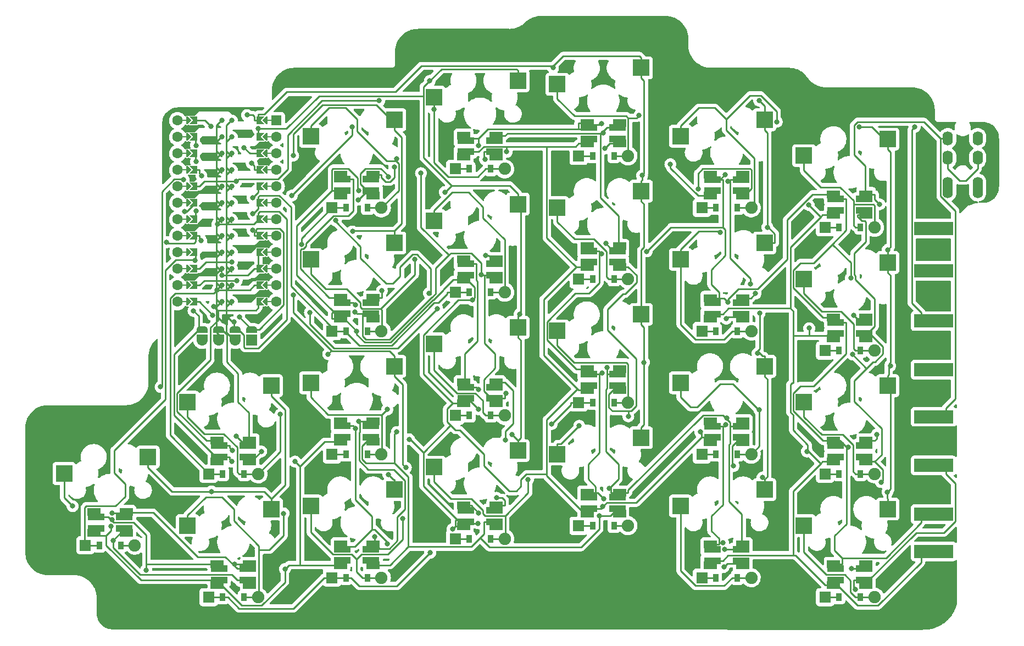
<source format=gbr>
%TF.GenerationSoftware,KiCad,Pcbnew,6.0.10-86aedd382b~118~ubuntu22.04.1*%
%TF.CreationDate,2023-01-31T18:23:29-07:00*%
%TF.ProjectId,scaarix_flow,73636161-7269-4785-9f66-6c6f772e6b69,v1.0.0*%
%TF.SameCoordinates,Original*%
%TF.FileFunction,Copper,L2,Bot*%
%TF.FilePolarity,Positive*%
%FSLAX46Y46*%
G04 Gerber Fmt 4.6, Leading zero omitted, Abs format (unit mm)*
G04 Created by KiCad (PCBNEW 6.0.10-86aedd382b~118~ubuntu22.04.1) date 2023-01-31 18:23:29*
%MOMM*%
%LPD*%
G01*
G04 APERTURE LIST*
G04 Aperture macros list*
%AMFreePoly0*
4,1,5,0.125000,-0.500000,-0.125000,-0.500000,-0.125000,0.500000,0.125000,0.500000,0.125000,-0.500000,0.125000,-0.500000,$1*%
%AMFreePoly1*
4,1,6,0.600000,0.200000,0.000000,-0.400000,-0.600000,0.200000,-0.600000,0.400000,0.600000,0.400000,0.600000,0.200000,0.600000,0.200000,$1*%
%AMFreePoly2*
4,1,49,0.004773,0.123721,0.009154,0.124665,0.028961,0.117240,0.062500,0.108253,0.068237,0.102516,0.075053,0.099961,0.087617,0.083136,0.108253,0.062500,0.111178,0.051584,0.117161,0.043572,0.118539,0.024114,0.125000,0.000000,0.121239,-0.014035,0.122131,-0.026629,0.113759,-0.041951,0.108253,-0.062500,0.095644,-0.075109,0.088389,-0.088388,-0.641000,-0.817776,-0.641000,-4.770224,
0.088389,-5.499612,0.109852,-5.528356,0.124665,-5.597154,0.099961,-5.663053,0.043572,-5.705161,-0.026629,-5.710131,-0.088388,-5.676389,-0.854388,-4.910388,-0.867707,-4.892552,-0.871189,-4.889530,-0.871982,-4.886826,-0.875852,-4.881644,-0.882331,-4.851549,-0.891000,-4.822000,-0.891000,-0.766000,-0.887805,-0.743969,-0.888131,-0.739371,-0.886780,-0.736898,-0.885852,-0.730498,-0.869151,-0.704632,
-0.854388,-0.677612,-0.088388,0.088389,-0.064606,0.106147,-0.062500,0.108253,-0.061385,0.108552,-0.059644,0.109852,-0.043806,0.113262,0.000000,0.125000,0.004773,0.123721,0.004773,0.123721,$1*%
%AMFreePoly3*
4,1,6,0.600000,-0.250000,-0.600000,-0.250000,-0.600000,1.000000,0.000000,0.400000,0.600000,1.000000,0.600000,-0.250000,0.600000,-0.250000,$1*%
%AMFreePoly4*
4,1,22,0.500000,-0.850000,0.000000,-0.850000,0.000000,-0.845033,-0.079941,-0.843568,-0.215256,-0.801293,-0.333266,-0.722738,-0.424486,-0.614219,-0.481581,-0.484460,-0.499164,-0.350000,-0.500000,-0.350000,-0.500000,0.350000,-0.499164,0.350000,-0.499963,0.356109,-0.478152,0.496186,-0.417904,0.624511,-0.324060,0.730769,-0.204165,0.806417,-0.067858,0.845374,0.000000,0.844959,0.000000,0.850000,
0.500000,0.850000,0.500000,-0.850000,0.500000,-0.850000,$1*%
%AMFreePoly5*
4,1,20,-0.850000,0.850000,0.000000,0.850000,0.115358,0.842136,0.293503,0.797719,0.457955,0.716085,0.601041,0.601041,0.716085,0.457955,0.797719,0.293503,0.842136,0.115358,0.850000,0.000000,0.842136,-0.115358,0.797719,-0.293503,0.716085,-0.457955,0.601041,-0.601041,0.457955,-0.716085,0.293503,-0.797719,0.115358,-0.842136,0.000000,-0.850000,-0.850000,-0.850000,-0.850000,0.850000,
-0.850000,0.850000,$1*%
G04 Aperture macros list end*
%TA.AperFunction,SMDPad,CuDef*%
%ADD10R,0.900000X1.200000*%
%TD*%
%TA.AperFunction,ComponentPad*%
%ADD11R,1.778000X1.778000*%
%TD*%
%TA.AperFunction,ComponentPad*%
%ADD12C,1.905000*%
%TD*%
%TA.AperFunction,SMDPad,CuDef*%
%ADD13R,2.550000X2.500000*%
%TD*%
%TA.AperFunction,SMDPad,CuDef*%
%ADD14FreePoly0,270.000000*%
%TD*%
%TA.AperFunction,SMDPad,CuDef*%
%ADD15FreePoly0,90.000000*%
%TD*%
%TA.AperFunction,ComponentPad*%
%ADD16R,1.600000X1.600000*%
%TD*%
%TA.AperFunction,ComponentPad*%
%ADD17C,1.600000*%
%TD*%
%TA.AperFunction,SMDPad,CuDef*%
%ADD18FreePoly1,270.000000*%
%TD*%
%TA.AperFunction,SMDPad,CuDef*%
%ADD19FreePoly1,90.000000*%
%TD*%
%TA.AperFunction,ComponentPad*%
%ADD20C,0.800000*%
%TD*%
%TA.AperFunction,SMDPad,CuDef*%
%ADD21FreePoly2,270.000000*%
%TD*%
%TA.AperFunction,SMDPad,CuDef*%
%ADD22FreePoly3,90.000000*%
%TD*%
%TA.AperFunction,SMDPad,CuDef*%
%ADD23FreePoly2,90.000000*%
%TD*%
%TA.AperFunction,SMDPad,CuDef*%
%ADD24FreePoly3,270.000000*%
%TD*%
%TA.AperFunction,ComponentPad*%
%ADD25O,1.600000X2.200000*%
%TD*%
%TA.AperFunction,SMDPad,CuDef*%
%ADD26FreePoly4,270.000000*%
%TD*%
%TA.AperFunction,ComponentPad*%
%ADD27R,1.700000X1.700000*%
%TD*%
%TA.AperFunction,ComponentPad*%
%ADD28FreePoly5,270.000000*%
%TD*%
%TA.AperFunction,SMDPad,CuDef*%
%ADD29R,2.600000X1.000000*%
%TD*%
%TA.AperFunction,SMDPad,CuDef*%
%ADD30R,2.000000X1.200000*%
%TD*%
%TA.AperFunction,SMDPad,CuDef*%
%ADD31R,2.200000X2.000000*%
%TD*%
%TA.AperFunction,ComponentPad*%
%ADD32R,6.000000X2.000000*%
%TD*%
%TA.AperFunction,ViaPad*%
%ADD33C,0.800000*%
%TD*%
%TA.AperFunction,Conductor*%
%ADD34C,0.250000*%
%TD*%
G04 APERTURE END LIST*
D10*
%TO.P,D6,1*%
%TO.N,P4*%
X167450000Y-84800000D03*
D11*
X165290000Y-84800000D03*
D12*
%TO.P,D6,2*%
%TO.N,pinkie_top*%
X172910000Y-84800000D03*
D10*
X170750000Y-84800000D03*
%TD*%
%TO.P,D9,1*%
%TO.N,P0*%
X186450000Y-97800000D03*
D11*
X184290000Y-97800000D03*
D12*
%TO.P,D9,2*%
%TO.N,ring_home*%
X191910000Y-97800000D03*
D10*
X189750000Y-97800000D03*
%TD*%
D13*
%TO.P,S15,1*%
%TO.N,middle_num*%
X200015000Y-46760000D03*
%TO.P,S15,2*%
%TO.N,P9*%
X212942000Y-44220000D03*
%TD*%
%TO.P,S10,1*%
%TO.N,ring_top*%
X181015000Y-67760000D03*
%TO.P,S10,2*%
%TO.N,P8*%
X193942000Y-65220000D03*
%TD*%
%TO.P,S3,1*%
%TO.N,tab_home*%
X143015000Y-95760000D03*
%TO.P,S3,2*%
%TO.N,P5*%
X155942000Y-93220000D03*
%TD*%
%TO.P,S22,1*%
%TO.N,far_top*%
X238015000Y-76760000D03*
%TO.P,S22,2*%
%TO.N,P20*%
X250942000Y-74220000D03*
%TD*%
%TO.P,S20,1*%
%TO.N,far_bottom*%
X238015000Y-114760000D03*
%TO.P,S20,2*%
%TO.N,P20*%
X250942000Y-112220000D03*
%TD*%
D11*
%TO.P,D19,1*%
%TO.N,P14*%
X222290000Y-65800000D03*
D10*
X224450000Y-65800000D03*
%TO.P,D19,2*%
%TO.N,index_num*%
X227750000Y-65800000D03*
D12*
X229910000Y-65800000D03*
%TD*%
D13*
%TO.P,S16,1*%
%TO.N,index_bottom*%
X219015000Y-111760000D03*
%TO.P,S16,2*%
%TO.N,P21*%
X231942000Y-109220000D03*
%TD*%
%TO.P,S9,1*%
%TO.N,ring_home*%
X181015000Y-86760000D03*
%TO.P,S9,2*%
%TO.N,P8*%
X193942000Y-84220000D03*
%TD*%
D11*
%TO.P,D3,1*%
%TO.N,P0*%
X146290000Y-106800000D03*
D10*
X148450000Y-106800000D03*
%TO.P,D3,2*%
%TO.N,tab_home*%
X151750000Y-106800000D03*
D12*
X153910000Y-106800000D03*
%TD*%
D13*
%TO.P,S19,1*%
%TO.N,index_num*%
X219015000Y-54760000D03*
%TO.P,S19,2*%
%TO.N,P21*%
X231942000Y-52220000D03*
%TD*%
D10*
%TO.P,D14,1*%
%TO.N,P4*%
X205450000Y-76800000D03*
D11*
X203290000Y-76800000D03*
D10*
%TO.P,D14,2*%
%TO.N,middle_top*%
X208750000Y-76800000D03*
D12*
X210910000Y-76800000D03*
%TD*%
D10*
%TO.P,D17,1*%
%TO.N,P0*%
X224450000Y-103800000D03*
D11*
X222290000Y-103800000D03*
D12*
%TO.P,D17,2*%
%TO.N,index_home*%
X229910000Y-103800000D03*
D10*
X227750000Y-103800000D03*
%TD*%
D11*
%TO.P,D8,1*%
%TO.N,P15*%
X184290000Y-116800000D03*
D10*
X186450000Y-116800000D03*
D12*
%TO.P,D8,2*%
%TO.N,ring_bottom*%
X191910000Y-116800000D03*
D10*
X189750000Y-116800000D03*
%TD*%
D13*
%TO.P,S4,1*%
%TO.N,pinkie_bottom*%
X162015000Y-111760000D03*
%TO.P,S4,2*%
%TO.N,P6*%
X174942000Y-109220000D03*
%TD*%
D11*
%TO.P,D1,1*%
%TO.N,P15*%
X127290000Y-117800000D03*
D10*
X129450000Y-117800000D03*
%TO.P,D1,2*%
%TO.N,single_bottom*%
X132750000Y-117800000D03*
D12*
X134910000Y-117800000D03*
%TD*%
D11*
%TO.P,D22,1*%
%TO.N,P4*%
X241290000Y-87800000D03*
D10*
X243450000Y-87800000D03*
D12*
%TO.P,D22,2*%
%TO.N,far_top*%
X248910000Y-87800000D03*
D10*
X246750000Y-87800000D03*
%TD*%
D13*
%TO.P,S11,1*%
%TO.N,ring_num*%
X181015000Y-48760000D03*
%TO.P,S11,2*%
%TO.N,P8*%
X193942000Y-46220000D03*
%TD*%
D10*
%TO.P,D16,1*%
%TO.N,P15*%
X224450000Y-122800000D03*
D11*
X222290000Y-122800000D03*
D12*
%TO.P,D16,2*%
%TO.N,index_bottom*%
X229910000Y-122800000D03*
D10*
X227750000Y-122800000D03*
%TD*%
D14*
%TO.P,MCU1,*%
%TO.N,*%
X155450000Y-57410000D03*
X155450000Y-62490000D03*
D15*
X142750000Y-52330000D03*
D16*
X156720000Y-52330000D03*
D14*
X155450000Y-72650000D03*
D17*
X141480000Y-77730000D03*
D18*
X154942000Y-65030000D03*
D15*
X142750000Y-80270000D03*
D14*
X155450000Y-65030000D03*
D15*
X142750000Y-57410000D03*
D18*
X154942000Y-54870000D03*
D15*
X142750000Y-65030000D03*
D19*
X143258000Y-57410000D03*
D15*
X142750000Y-72650000D03*
D14*
X155450000Y-67570000D03*
D18*
X154942000Y-52330000D03*
D17*
X156720000Y-80270000D03*
D18*
X154942000Y-57410000D03*
D15*
X142750000Y-59950000D03*
D18*
X154942000Y-59950000D03*
D19*
X143258000Y-62490000D03*
D17*
X141480000Y-62490000D03*
D19*
X143258000Y-80270000D03*
D15*
X142750000Y-54870000D03*
X142750000Y-67570000D03*
D18*
X154942000Y-72650000D03*
D14*
X155450000Y-77730000D03*
D17*
X141480000Y-72650000D03*
X156720000Y-65030000D03*
X156720000Y-67570000D03*
X141480000Y-52330000D03*
D14*
X155450000Y-54870000D03*
D19*
X143258000Y-75190000D03*
D17*
X156720000Y-62490000D03*
D18*
X154942000Y-67570000D03*
D14*
X155450000Y-80270000D03*
D17*
X141480000Y-75190000D03*
D14*
X155450000Y-70110000D03*
D17*
X141480000Y-59950000D03*
D19*
X143258000Y-52330000D03*
D15*
X142750000Y-77730000D03*
D14*
X155450000Y-59950000D03*
X155450000Y-52330000D03*
D18*
X154942000Y-77730000D03*
X154942000Y-80270000D03*
D15*
X142750000Y-62490000D03*
D17*
X156720000Y-57410000D03*
D18*
X154942000Y-75190000D03*
D19*
X143258000Y-72650000D03*
D18*
X154942000Y-70110000D03*
D17*
X156720000Y-54870000D03*
X156720000Y-59950000D03*
X156720000Y-70110000D03*
D19*
X143258000Y-77730000D03*
X143258000Y-70110000D03*
D14*
X155450000Y-75190000D03*
D15*
X142750000Y-75190000D03*
D17*
X141480000Y-70110000D03*
X141480000Y-57410000D03*
D19*
X143258000Y-59950000D03*
X143258000Y-65030000D03*
X143258000Y-67570000D03*
D17*
X156720000Y-52330000D03*
X141480000Y-67570000D03*
X156720000Y-72650000D03*
X156720000Y-75190000D03*
X141480000Y-65030000D03*
D19*
X143258000Y-54870000D03*
D17*
X156720000Y-77730000D03*
D15*
X142750000Y-70110000D03*
D18*
X154942000Y-62490000D03*
D17*
X141480000Y-54870000D03*
X141480000Y-80270000D03*
D20*
%TO.P,MCU1,1*%
%TO.N,RAW*%
X149862000Y-52330000D03*
D21*
X149862000Y-52330000D03*
D22*
X144274000Y-52330000D03*
%TO.P,MCU1,2*%
%TO.N,GND*%
X144274000Y-54870000D03*
D20*
X149862000Y-54870000D03*
D21*
X149862000Y-54870000D03*
%TO.P,MCU1,3*%
%TO.N,RST*%
X149862000Y-57410000D03*
D22*
X144274000Y-57410000D03*
D20*
X149862000Y-57410000D03*
D22*
%TO.P,MCU1,4*%
%TO.N,VCC*%
X144274000Y-59950000D03*
D20*
X149862000Y-59950000D03*
D21*
X149862000Y-59950000D03*
D20*
%TO.P,MCU1,5*%
%TO.N,P21*%
X149862000Y-62490000D03*
D21*
X149862000Y-62490000D03*
D22*
X144274000Y-62490000D03*
%TO.P,MCU1,6*%
%TO.N,P20*%
X144274000Y-65030000D03*
D20*
X149862000Y-65030000D03*
D21*
X149862000Y-65030000D03*
%TO.P,MCU1,7*%
%TO.N,P19*%
X149862000Y-67570000D03*
D22*
X144274000Y-67570000D03*
D20*
X149862000Y-67570000D03*
D22*
%TO.P,MCU1,8*%
%TO.N,P18*%
X144274000Y-70110000D03*
D21*
X149862000Y-70110000D03*
D20*
X149862000Y-70110000D03*
%TO.P,MCU1,9*%
%TO.N,P15*%
X149862000Y-72650000D03*
D21*
X149862000Y-72650000D03*
D22*
X144274000Y-72650000D03*
D20*
%TO.P,MCU1,10*%
%TO.N,P14*%
X149862000Y-75190000D03*
D21*
X149862000Y-75190000D03*
D22*
X144274000Y-75190000D03*
D20*
%TO.P,MCU1,11*%
%TO.N,P16*%
X149862000Y-77730000D03*
D21*
X149862000Y-77730000D03*
D22*
X144274000Y-77730000D03*
D21*
%TO.P,MCU1,12*%
%TO.N,P10*%
X149862000Y-80270000D03*
D20*
X149862000Y-80270000D03*
D22*
X144274000Y-80270000D03*
D20*
%TO.P,MCU1,13*%
%TO.N,P1*%
X148338000Y-80270000D03*
D23*
X148338000Y-80270000D03*
D24*
X153926000Y-80270000D03*
D20*
%TO.P,MCU1,14*%
%TO.N,P0*%
X148338000Y-77730000D03*
D24*
X153926000Y-77730000D03*
D23*
X148338000Y-77730000D03*
D24*
%TO.P,MCU1,15*%
%TO.N,GND*%
X153926000Y-75190000D03*
D23*
X148338000Y-75190000D03*
D20*
X148338000Y-75190000D03*
D24*
%TO.P,MCU1,16*%
X153926000Y-72650000D03*
D23*
X148338000Y-72650000D03*
D20*
X148338000Y-72650000D03*
D23*
%TO.P,MCU1,17*%
%TO.N,P2*%
X148338000Y-70110000D03*
D20*
X148338000Y-70110000D03*
D24*
X153926000Y-70110000D03*
D20*
%TO.P,MCU1,18*%
%TO.N,P3*%
X148338000Y-67570000D03*
D24*
X153926000Y-67570000D03*
D23*
X148338000Y-67570000D03*
%TO.P,MCU1,19*%
%TO.N,P4*%
X148338000Y-65030000D03*
D20*
X148338000Y-65030000D03*
D24*
X153926000Y-65030000D03*
%TO.P,MCU1,20*%
%TO.N,P5*%
X153926000Y-62490000D03*
D20*
X148338000Y-62490000D03*
D23*
X148338000Y-62490000D03*
D24*
%TO.P,MCU1,21*%
%TO.N,P6*%
X153926000Y-59950000D03*
D20*
X148338000Y-59950000D03*
D23*
X148338000Y-59950000D03*
%TO.P,MCU1,22*%
%TO.N,P7*%
X148338000Y-57410000D03*
D20*
X148338000Y-57410000D03*
D24*
X153926000Y-57410000D03*
D23*
%TO.P,MCU1,23*%
%TO.N,P8*%
X148338000Y-54870000D03*
D20*
X148338000Y-54870000D03*
D24*
X153926000Y-54870000D03*
%TO.P,MCU1,24*%
%TO.N,P9*%
X153926000Y-52330000D03*
D20*
X148338000Y-52330000D03*
D23*
X148338000Y-52330000D03*
%TD*%
D11*
%TO.P,D4,1*%
%TO.N,P15*%
X165290000Y-122800000D03*
D10*
X167450000Y-122800000D03*
%TO.P,D4,2*%
%TO.N,pinkie_bottom*%
X170750000Y-122800000D03*
D12*
X172910000Y-122800000D03*
%TD*%
D13*
%TO.P,S23,1*%
%TO.N,far_num*%
X238015000Y-57760000D03*
%TO.P,S23,2*%
%TO.N,P20*%
X250942000Y-55220000D03*
%TD*%
D25*
%TO.P,TRRS,1*%
%TO.N,GND*%
X260200000Y-63200000D03*
X264800000Y-63200000D03*
%TO.P,TRRS,2*%
X260200000Y-62100000D03*
X264800000Y-62100000D03*
%TO.P,TRRS,3*%
%TO.N,P7*%
X260200000Y-58100000D03*
X264800000Y-58100000D03*
%TO.P,TRRS,4*%
%TO.N,VCC*%
X260200000Y-55100000D03*
X264800000Y-55100000D03*
%TD*%
D11*
%TO.P,D15,1*%
%TO.N,P14*%
X203290000Y-57800000D03*
D10*
X205450000Y-57800000D03*
D12*
%TO.P,D15,2*%
%TO.N,middle_num*%
X210910000Y-57800000D03*
D10*
X208750000Y-57800000D03*
%TD*%
D26*
%TO.P,OLED1,1*%
%TO.N,GND*%
X145280000Y-84549000D03*
%TO.P,OLED1,2*%
%TO.N,VCC*%
X147820000Y-84549000D03*
%TO.P,OLED1,3*%
%TO.N,P3*%
X150360000Y-84549000D03*
%TO.P,OLED1,4*%
%TO.N,P2*%
X152900000Y-84549000D03*
D27*
%TO.P,OLED1,5*%
%TO.N,N/C*%
X152900000Y-86200000D03*
D28*
%TO.P,OLED1,6*%
X150360000Y-86200000D03*
%TO.P,OLED1,7*%
X147820000Y-86200000D03*
%TO.P,OLED1,8*%
X145280000Y-86200000D03*
%TD*%
D11*
%TO.P,D20,1*%
%TO.N,P15*%
X241290000Y-125800000D03*
D10*
X243450000Y-125800000D03*
%TO.P,D20,2*%
%TO.N,far_bottom*%
X246750000Y-125800000D03*
D12*
X248910000Y-125800000D03*
%TD*%
D13*
%TO.P,S21,1*%
%TO.N,far_home*%
X238015000Y-95760000D03*
%TO.P,S21,2*%
%TO.N,P20*%
X250942000Y-93220000D03*
%TD*%
%TO.P,S2,1*%
%TO.N,tab_bottom*%
X143015000Y-114760000D03*
%TO.P,S2,2*%
%TO.N,P5*%
X155942000Y-112220000D03*
%TD*%
D11*
%TO.P,D2,1*%
%TO.N,P15*%
X146290000Y-125800000D03*
D10*
X148450000Y-125800000D03*
%TO.P,D2,2*%
%TO.N,tab_bottom*%
X151750000Y-125800000D03*
D12*
X153910000Y-125800000D03*
%TD*%
D13*
%TO.P,S8,1*%
%TO.N,ring_bottom*%
X181015000Y-105760000D03*
%TO.P,S8,2*%
%TO.N,P8*%
X193942000Y-103220000D03*
%TD*%
D10*
%TO.P,D5,1*%
%TO.N,P0*%
X167450000Y-103800000D03*
D11*
X165290000Y-103800000D03*
D12*
%TO.P,D5,2*%
%TO.N,pinkie_home*%
X172910000Y-103800000D03*
D10*
X170750000Y-103800000D03*
%TD*%
D13*
%TO.P,S13,1*%
%TO.N,middle_home*%
X200015000Y-84760000D03*
%TO.P,S13,2*%
%TO.N,P9*%
X212942000Y-82220000D03*
%TD*%
D11*
%TO.P,D7,1*%
%TO.N,P14*%
X165290000Y-65800000D03*
D10*
X167450000Y-65800000D03*
%TO.P,D7,2*%
%TO.N,pinkie_num*%
X170750000Y-65800000D03*
D12*
X172910000Y-65800000D03*
%TD*%
D13*
%TO.P,S1,1*%
%TO.N,single_bottom*%
X124015000Y-106760000D03*
%TO.P,S1,2*%
%TO.N,P5*%
X136942000Y-104220000D03*
%TD*%
D10*
%TO.P,D13,1*%
%TO.N,P0*%
X205450000Y-95800000D03*
D11*
X203290000Y-95800000D03*
D12*
%TO.P,D13,2*%
%TO.N,middle_home*%
X210910000Y-95800000D03*
D10*
X208750000Y-95800000D03*
%TD*%
D13*
%TO.P,S5,1*%
%TO.N,pinkie_home*%
X162015000Y-92760000D03*
%TO.P,S5,2*%
%TO.N,P6*%
X174942000Y-90220000D03*
%TD*%
D10*
%TO.P,D18,1*%
%TO.N,P4*%
X224450000Y-84800000D03*
D11*
X222290000Y-84800000D03*
D12*
%TO.P,D18,2*%
%TO.N,index_top*%
X229910000Y-84800000D03*
D10*
X227750000Y-84800000D03*
%TD*%
D13*
%TO.P,S6,1*%
%TO.N,pinkie_top*%
X162015000Y-73760000D03*
%TO.P,S6,2*%
%TO.N,P6*%
X174942000Y-71220000D03*
%TD*%
%TO.P,S12,1*%
%TO.N,middle_bottom*%
X200015000Y-103760000D03*
%TO.P,S12,2*%
%TO.N,P9*%
X212942000Y-101220000D03*
%TD*%
%TO.P,S7,1*%
%TO.N,pinkie_num*%
X162015000Y-54760000D03*
%TO.P,S7,2*%
%TO.N,P6*%
X174942000Y-52220000D03*
%TD*%
%TO.P,S14,1*%
%TO.N,middle_top*%
X200015000Y-65760000D03*
%TO.P,S14,2*%
%TO.N,P9*%
X212942000Y-63220000D03*
%TD*%
%TO.P,S18,1*%
%TO.N,index_top*%
X219015000Y-73760000D03*
%TO.P,S18,2*%
%TO.N,P21*%
X231942000Y-71220000D03*
%TD*%
D10*
%TO.P,D21,1*%
%TO.N,P0*%
X243450000Y-106800000D03*
D11*
X241290000Y-106800000D03*
D12*
%TO.P,D21,2*%
%TO.N,far_home*%
X248910000Y-106800000D03*
D10*
X246750000Y-106800000D03*
%TD*%
D11*
%TO.P,D11,1*%
%TO.N,P14*%
X184290000Y-59800000D03*
D10*
X186450000Y-59800000D03*
D12*
%TO.P,D11,2*%
%TO.N,ring_num*%
X191910000Y-59800000D03*
D10*
X189750000Y-59800000D03*
%TD*%
D13*
%TO.P,S17,1*%
%TO.N,index_home*%
X219015000Y-92760000D03*
%TO.P,S17,2*%
%TO.N,P21*%
X231942000Y-90220000D03*
%TD*%
D11*
%TO.P,D10,1*%
%TO.N,P4*%
X184290000Y-78800000D03*
D10*
X186450000Y-78800000D03*
D12*
%TO.P,D10,2*%
%TO.N,ring_top*%
X191910000Y-78800000D03*
D10*
X189750000Y-78800000D03*
%TD*%
D11*
%TO.P,D23,1*%
%TO.N,P14*%
X241290000Y-68800000D03*
D10*
X243450000Y-68800000D03*
D12*
%TO.P,D23,2*%
%TO.N,far_num*%
X248910000Y-68800000D03*
D10*
X246750000Y-68800000D03*
%TD*%
%TO.P,D12,1*%
%TO.N,P15*%
X205450000Y-114800000D03*
D11*
X203290000Y-114800000D03*
D10*
%TO.P,D12,2*%
%TO.N,middle_bottom*%
X208750000Y-114800000D03*
D12*
X210910000Y-114800000D03*
%TD*%
D29*
%TO.P,LED37,1*%
%TO.N,VCC*%
X190300000Y-74425000D03*
%TO.P,LED37,2*%
%TO.N,D1*%
X190300000Y-76175000D03*
%TO.P,LED37,3*%
%TO.N,GND*%
X185900000Y-76175000D03*
%TO.P,LED37,4*%
%TO.N,P1*%
X185900000Y-74425000D03*
D30*
%TO.P,LED37,11*%
%TO.N,VCC*%
X190600000Y-73700000D03*
%TO.P,LED37,22*%
%TO.N,D1*%
X190600000Y-76900000D03*
%TO.P,LED37,33*%
%TO.N,GND*%
X185600000Y-76900000D03*
%TO.P,LED37,44*%
%TO.N,P1*%
X185600000Y-73700000D03*
%TD*%
D29*
%TO.P,LED29,1*%
%TO.N,VCC*%
X152300000Y-121425000D03*
%TO.P,LED29,2*%
%TO.N,D1*%
X152300000Y-123175000D03*
%TO.P,LED29,3*%
%TO.N,GND*%
X147900000Y-123175000D03*
%TO.P,LED29,4*%
%TO.N,P1*%
X147900000Y-121425000D03*
D30*
%TO.P,LED29,11*%
%TO.N,VCC*%
X152600000Y-120700000D03*
%TO.P,LED29,22*%
%TO.N,D1*%
X152600000Y-123900000D03*
%TO.P,LED29,33*%
%TO.N,GND*%
X147600000Y-123900000D03*
%TO.P,LED29,44*%
%TO.N,P1*%
X147600000Y-120700000D03*
%TD*%
D29*
%TO.P,LED41,1*%
%TO.N,VCC*%
X209300000Y-72425000D03*
%TO.P,LED41,2*%
%TO.N,D1*%
X209300000Y-74175000D03*
%TO.P,LED41,3*%
%TO.N,GND*%
X204900000Y-74175000D03*
%TO.P,LED41,4*%
%TO.N,P1*%
X204900000Y-72425000D03*
D30*
%TO.P,LED41,11*%
%TO.N,VCC*%
X209600000Y-71700000D03*
%TO.P,LED41,22*%
%TO.N,D1*%
X209600000Y-74900000D03*
%TO.P,LED41,33*%
%TO.N,GND*%
X204600000Y-74900000D03*
%TO.P,LED41,44*%
%TO.N,P1*%
X204600000Y-71700000D03*
%TD*%
D29*
%TO.P,LED31,1*%
%TO.N,VCC*%
X171300000Y-118400000D03*
%TO.P,LED31,2*%
%TO.N,D1*%
X171300000Y-120150000D03*
%TO.P,LED31,3*%
%TO.N,GND*%
X166900000Y-120150000D03*
%TO.P,LED31,4*%
%TO.N,P1*%
X166900000Y-118400000D03*
D30*
%TO.P,LED31,11*%
%TO.N,VCC*%
X171600000Y-117675000D03*
%TO.P,LED31,22*%
%TO.N,D1*%
X171600000Y-120875000D03*
%TO.P,LED31,33*%
%TO.N,GND*%
X166600000Y-120875000D03*
%TO.P,LED31,44*%
%TO.N,P1*%
X166600000Y-117675000D03*
%TD*%
D29*
%TO.P,LED43,1*%
%TO.N,VCC*%
X228300000Y-118425000D03*
%TO.P,LED43,2*%
%TO.N,D1*%
X228300000Y-120175000D03*
%TO.P,LED43,3*%
%TO.N,GND*%
X223900000Y-120175000D03*
%TO.P,LED43,4*%
%TO.N,P1*%
X223900000Y-118425000D03*
D30*
%TO.P,LED43,11*%
%TO.N,VCC*%
X228600000Y-117700000D03*
%TO.P,LED43,22*%
%TO.N,D1*%
X228600000Y-120900000D03*
%TO.P,LED43,33*%
%TO.N,GND*%
X223600000Y-120900000D03*
%TO.P,LED43,44*%
%TO.N,P1*%
X223600000Y-117700000D03*
%TD*%
D29*
%TO.P,LED39,1*%
%TO.N,VCC*%
X209300000Y-110425000D03*
%TO.P,LED39,2*%
%TO.N,D1*%
X209300000Y-112175000D03*
%TO.P,LED39,3*%
%TO.N,GND*%
X204900000Y-112175000D03*
%TO.P,LED39,4*%
%TO.N,P1*%
X204900000Y-110425000D03*
D30*
%TO.P,LED39,11*%
%TO.N,VCC*%
X209600000Y-109700000D03*
%TO.P,LED39,22*%
%TO.N,D1*%
X209600000Y-112900000D03*
%TO.P,LED39,33*%
%TO.N,GND*%
X204600000Y-112900000D03*
%TO.P,LED39,44*%
%TO.N,P1*%
X204600000Y-109700000D03*
%TD*%
D29*
%TO.P,LED36,1*%
%TO.N,VCC*%
X190300000Y-93425000D03*
%TO.P,LED36,2*%
%TO.N,D1*%
X190300000Y-95175000D03*
%TO.P,LED36,3*%
%TO.N,GND*%
X185900000Y-95175000D03*
%TO.P,LED36,4*%
%TO.N,P1*%
X185900000Y-93425000D03*
D30*
%TO.P,LED36,11*%
%TO.N,VCC*%
X190600000Y-92700000D03*
%TO.P,LED36,22*%
%TO.N,D1*%
X190600000Y-95900000D03*
%TO.P,LED36,33*%
%TO.N,GND*%
X185600000Y-95900000D03*
%TO.P,LED36,44*%
%TO.N,P1*%
X185600000Y-92700000D03*
%TD*%
D29*
%TO.P,LED47,1*%
%TO.N,VCC*%
X247300000Y-121425000D03*
%TO.P,LED47,2*%
%TO.N,D1*%
X247300000Y-123175000D03*
%TO.P,LED47,3*%
%TO.N,GND*%
X242900000Y-123175000D03*
%TO.P,LED47,4*%
%TO.N,P1*%
X242900000Y-121425000D03*
D30*
%TO.P,LED47,11*%
%TO.N,VCC*%
X247600000Y-120700000D03*
%TO.P,LED47,22*%
%TO.N,D1*%
X247600000Y-123900000D03*
%TO.P,LED47,33*%
%TO.N,GND*%
X242600000Y-123900000D03*
%TO.P,LED47,44*%
%TO.N,P1*%
X242600000Y-120700000D03*
%TD*%
D29*
%TO.P,LED38,1*%
%TO.N,VCC*%
X190300000Y-55425000D03*
%TO.P,LED38,2*%
%TO.N,D1*%
X190300000Y-57175000D03*
%TO.P,LED38,3*%
%TO.N,GND*%
X185900000Y-57175000D03*
%TO.P,LED38,4*%
%TO.N,P1*%
X185900000Y-55425000D03*
D30*
%TO.P,LED38,11*%
%TO.N,VCC*%
X190600000Y-54700000D03*
%TO.P,LED38,22*%
%TO.N,D1*%
X190600000Y-57900000D03*
%TO.P,LED38,33*%
%TO.N,GND*%
X185600000Y-57900000D03*
%TO.P,LED38,44*%
%TO.N,P1*%
X185600000Y-54700000D03*
%TD*%
D29*
%TO.P,LED42,1*%
%TO.N,VCC*%
X209300000Y-53425000D03*
%TO.P,LED42,2*%
%TO.N,D1*%
X209300000Y-55175000D03*
%TO.P,LED42,3*%
%TO.N,GND*%
X204900000Y-55175000D03*
%TO.P,LED42,4*%
%TO.N,P1*%
X204900000Y-53425000D03*
D30*
%TO.P,LED42,11*%
%TO.N,VCC*%
X209600000Y-52700000D03*
%TO.P,LED42,22*%
%TO.N,D1*%
X209600000Y-55900000D03*
%TO.P,LED42,33*%
%TO.N,GND*%
X204600000Y-55900000D03*
%TO.P,LED42,44*%
%TO.N,P1*%
X204600000Y-52700000D03*
%TD*%
D29*
%TO.P,LED50,1*%
%TO.N,VCC*%
X247300000Y-64425000D03*
%TO.P,LED50,2*%
%TO.N,D1*%
X247300000Y-66175000D03*
%TO.P,LED50,3*%
%TO.N,GND*%
X242900000Y-66175000D03*
%TO.P,LED50,4*%
%TO.N,P1*%
X242900000Y-64425000D03*
D30*
%TO.P,LED50,11*%
%TO.N,VCC*%
X247600000Y-63700000D03*
%TO.P,LED50,22*%
%TO.N,D1*%
X247600000Y-66900000D03*
%TO.P,LED50,33*%
%TO.N,GND*%
X242600000Y-66900000D03*
%TO.P,LED50,44*%
%TO.N,P1*%
X242600000Y-63700000D03*
%TD*%
D29*
%TO.P,LED28,1*%
%TO.N,VCC*%
X133300000Y-113425000D03*
%TO.P,LED28,2*%
%TO.N,D1*%
X133300000Y-115175000D03*
%TO.P,LED28,3*%
%TO.N,GND*%
X128900000Y-115175000D03*
%TO.P,LED28,4*%
%TO.N,P1*%
X128900000Y-113425000D03*
D30*
%TO.P,LED28,11*%
%TO.N,VCC*%
X133600000Y-112700000D03*
%TO.P,LED28,22*%
%TO.N,D1*%
X133600000Y-115900000D03*
%TO.P,LED28,33*%
%TO.N,GND*%
X128600000Y-115900000D03*
%TO.P,LED28,44*%
%TO.N,P1*%
X128600000Y-112700000D03*
%TD*%
D29*
%TO.P,LED40,1*%
%TO.N,VCC*%
X209300000Y-91425000D03*
%TO.P,LED40,2*%
%TO.N,D1*%
X209300000Y-93175000D03*
%TO.P,LED40,3*%
%TO.N,GND*%
X204900000Y-93175000D03*
%TO.P,LED40,4*%
%TO.N,P1*%
X204900000Y-91425000D03*
D30*
%TO.P,LED40,11*%
%TO.N,VCC*%
X209600000Y-90700000D03*
%TO.P,LED40,22*%
%TO.N,D1*%
X209600000Y-93900000D03*
%TO.P,LED40,33*%
%TO.N,GND*%
X204600000Y-93900000D03*
%TO.P,LED40,44*%
%TO.N,P1*%
X204600000Y-90700000D03*
%TD*%
D29*
%TO.P,LED35,1*%
%TO.N,VCC*%
X190300000Y-112425000D03*
%TO.P,LED35,2*%
%TO.N,D1*%
X190300000Y-114175000D03*
%TO.P,LED35,3*%
%TO.N,GND*%
X185900000Y-114175000D03*
%TO.P,LED35,4*%
%TO.N,P1*%
X185900000Y-112425000D03*
D30*
%TO.P,LED35,11*%
%TO.N,VCC*%
X190600000Y-111700000D03*
%TO.P,LED35,22*%
%TO.N,D1*%
X190600000Y-114900000D03*
%TO.P,LED35,33*%
%TO.N,GND*%
X185600000Y-114900000D03*
%TO.P,LED35,44*%
%TO.N,P1*%
X185600000Y-111700000D03*
%TD*%
D29*
%TO.P,LED34,1*%
%TO.N,VCC*%
X171300000Y-61400000D03*
%TO.P,LED34,2*%
%TO.N,D1*%
X171300000Y-63150000D03*
%TO.P,LED34,3*%
%TO.N,GND*%
X166900000Y-63150000D03*
%TO.P,LED34,4*%
%TO.N,P1*%
X166900000Y-61400000D03*
D30*
%TO.P,LED34,11*%
%TO.N,VCC*%
X171600000Y-60675000D03*
%TO.P,LED34,22*%
%TO.N,D1*%
X171600000Y-63875000D03*
%TO.P,LED34,33*%
%TO.N,GND*%
X166600000Y-63875000D03*
%TO.P,LED34,44*%
%TO.N,P1*%
X166600000Y-60675000D03*
%TD*%
D29*
%TO.P,LED44,1*%
%TO.N,VCC*%
X228300000Y-99425000D03*
%TO.P,LED44,2*%
%TO.N,D1*%
X228300000Y-101175000D03*
%TO.P,LED44,3*%
%TO.N,GND*%
X223900000Y-101175000D03*
%TO.P,LED44,4*%
%TO.N,P1*%
X223900000Y-99425000D03*
D30*
%TO.P,LED44,11*%
%TO.N,VCC*%
X228600000Y-98700000D03*
%TO.P,LED44,22*%
%TO.N,D1*%
X228600000Y-101900000D03*
%TO.P,LED44,33*%
%TO.N,GND*%
X223600000Y-101900000D03*
%TO.P,LED44,44*%
%TO.N,P1*%
X223600000Y-98700000D03*
%TD*%
D29*
%TO.P,LED30,1*%
%TO.N,VCC*%
X152300000Y-102425000D03*
%TO.P,LED30,2*%
%TO.N,D1*%
X152300000Y-104175000D03*
%TO.P,LED30,3*%
%TO.N,GND*%
X147900000Y-104175000D03*
%TO.P,LED30,4*%
%TO.N,P1*%
X147900000Y-102425000D03*
D30*
%TO.P,LED30,11*%
%TO.N,VCC*%
X152600000Y-101700000D03*
%TO.P,LED30,22*%
%TO.N,D1*%
X152600000Y-104900000D03*
%TO.P,LED30,33*%
%TO.N,GND*%
X147600000Y-104900000D03*
%TO.P,LED30,44*%
%TO.N,P1*%
X147600000Y-101700000D03*
%TD*%
D29*
%TO.P,LED46,1*%
%TO.N,VCC*%
X228300000Y-61425000D03*
%TO.P,LED46,2*%
%TO.N,D1*%
X228300000Y-63175000D03*
%TO.P,LED46,3*%
%TO.N,GND*%
X223900000Y-63175000D03*
%TO.P,LED46,4*%
%TO.N,P1*%
X223900000Y-61425000D03*
D30*
%TO.P,LED46,11*%
%TO.N,VCC*%
X228600000Y-60700000D03*
%TO.P,LED46,22*%
%TO.N,D1*%
X228600000Y-63900000D03*
%TO.P,LED46,33*%
%TO.N,GND*%
X223600000Y-63900000D03*
%TO.P,LED46,44*%
%TO.N,P1*%
X223600000Y-60700000D03*
%TD*%
D29*
%TO.P,LED32,1*%
%TO.N,VCC*%
X171300000Y-99400000D03*
%TO.P,LED32,2*%
%TO.N,D1*%
X171300000Y-101150000D03*
%TO.P,LED32,3*%
%TO.N,GND*%
X166900000Y-101150000D03*
%TO.P,LED32,4*%
%TO.N,P1*%
X166900000Y-99400000D03*
D30*
%TO.P,LED32,11*%
%TO.N,VCC*%
X171600000Y-98675000D03*
%TO.P,LED32,22*%
%TO.N,D1*%
X171600000Y-101875000D03*
%TO.P,LED32,33*%
%TO.N,GND*%
X166600000Y-101875000D03*
%TO.P,LED32,44*%
%TO.N,P1*%
X166600000Y-98675000D03*
%TD*%
D29*
%TO.P,LED49,1*%
%TO.N,VCC*%
X247300000Y-83425000D03*
%TO.P,LED49,2*%
%TO.N,D1*%
X247300000Y-85175000D03*
%TO.P,LED49,3*%
%TO.N,GND*%
X242900000Y-85175000D03*
%TO.P,LED49,4*%
%TO.N,P1*%
X242900000Y-83425000D03*
D30*
%TO.P,LED49,11*%
%TO.N,VCC*%
X247600000Y-82700000D03*
%TO.P,LED49,22*%
%TO.N,D1*%
X247600000Y-85900000D03*
%TO.P,LED49,33*%
%TO.N,GND*%
X242600000Y-85900000D03*
%TO.P,LED49,44*%
%TO.N,P1*%
X242600000Y-82700000D03*
%TD*%
D29*
%TO.P,LED33,1*%
%TO.N,VCC*%
X171300000Y-80400000D03*
%TO.P,LED33,2*%
%TO.N,D1*%
X171300000Y-82150000D03*
%TO.P,LED33,3*%
%TO.N,GND*%
X166900000Y-82150000D03*
%TO.P,LED33,4*%
%TO.N,P1*%
X166900000Y-80400000D03*
D30*
%TO.P,LED33,11*%
%TO.N,VCC*%
X171600000Y-79675000D03*
%TO.P,LED33,22*%
%TO.N,D1*%
X171600000Y-82875000D03*
%TO.P,LED33,33*%
%TO.N,GND*%
X166600000Y-82875000D03*
%TO.P,LED33,44*%
%TO.N,P1*%
X166600000Y-79675000D03*
%TD*%
D29*
%TO.P,LED48,1*%
%TO.N,VCC*%
X247300000Y-102425000D03*
%TO.P,LED48,2*%
%TO.N,D1*%
X247300000Y-104175000D03*
%TO.P,LED48,3*%
%TO.N,GND*%
X242900000Y-104175000D03*
%TO.P,LED48,4*%
%TO.N,P1*%
X242900000Y-102425000D03*
D30*
%TO.P,LED48,11*%
%TO.N,VCC*%
X247600000Y-101700000D03*
%TO.P,LED48,22*%
%TO.N,D1*%
X247600000Y-104900000D03*
%TO.P,LED48,33*%
%TO.N,GND*%
X242600000Y-104900000D03*
%TO.P,LED48,44*%
%TO.N,P1*%
X242600000Y-101700000D03*
%TD*%
D29*
%TO.P,LED45,1*%
%TO.N,VCC*%
X228300000Y-80425000D03*
%TO.P,LED45,2*%
%TO.N,D1*%
X228300000Y-82175000D03*
%TO.P,LED45,3*%
%TO.N,GND*%
X223900000Y-82175000D03*
%TO.P,LED45,4*%
%TO.N,P1*%
X223900000Y-80425000D03*
D30*
%TO.P,LED45,11*%
%TO.N,VCC*%
X228600000Y-79700000D03*
%TO.P,LED45,22*%
%TO.N,D1*%
X228600000Y-82900000D03*
%TO.P,LED45,33*%
%TO.N,GND*%
X223600000Y-82900000D03*
%TO.P,LED45,44*%
%TO.N,P1*%
X223600000Y-79700000D03*
%TD*%
D31*
%TO.P,J1,1,Pin_1*%
%TO.N,P10*%
X256100000Y-69000000D03*
D32*
X258000000Y-69000000D03*
D31*
X259900000Y-69000000D03*
D32*
%TO.P,J1,2,Pin_2*%
%TO.N,P16*%
X258000000Y-75500000D03*
D31*
X259900000Y-75500000D03*
X256100000Y-75500000D03*
D32*
%TO.P,J1,3,Pin_3*%
%TO.N,P18*%
X258000000Y-83250000D03*
D31*
X256100000Y-83250000D03*
X259900000Y-83250000D03*
%TO.P,J1,4,Pin_4*%
%TO.N,P19*%
X259900000Y-90750000D03*
D32*
X258000000Y-90750000D03*
D31*
X256100000Y-90750000D03*
%TO.P,J1,5,Pin_5*%
%TO.N,VCC*%
X259900000Y-98000000D03*
X256100000Y-98000000D03*
D32*
X258000000Y-98000000D03*
D31*
%TO.P,J1,6,Pin_6*%
%TO.N,D1*%
X256100000Y-105500000D03*
X259900000Y-105500000D03*
D32*
X258000000Y-105500000D03*
%TO.P,J1,7,Pin_6*%
%TO.N,P1*%
X258000000Y-113000000D03*
D31*
X259900000Y-113000000D03*
X256100000Y-113000000D03*
%TO.P,J1,8,Pin_6*%
%TO.N,GND*%
X256100000Y-118750000D03*
D32*
X258000000Y-118750000D03*
D31*
X259900000Y-118750000D03*
%TD*%
D33*
%TO.N,RAW*%
X146604600Y-53217000D03*
%TO.N,GND*%
X217437600Y-59062600D03*
X183871400Y-115303500D03*
X238753100Y-65349900D03*
X222070100Y-100349900D03*
X149832300Y-104920100D03*
X159608400Y-104900000D03*
X131252700Y-114895400D03*
X186922900Y-80015500D03*
X158039100Y-121467800D03*
X169395300Y-63175000D03*
X238838800Y-84349900D03*
X148313800Y-76193700D03*
X144326600Y-56188300D03*
X169106500Y-84781500D03*
X238476100Y-103349900D03*
X177176600Y-101475000D03*
X143944700Y-81683400D03*
X187840100Y-96850000D03*
X207028800Y-111866400D03*
X192225200Y-57175000D03*
X187800500Y-114422800D03*
%TO.N,RST*%
X144310600Y-58680000D03*
%TO.N,VCC*%
X245705600Y-82337500D03*
X230572100Y-78988700D03*
X145161000Y-60837000D03*
X150531400Y-101004500D03*
X174879200Y-59524700D03*
X207100000Y-54250200D03*
X171860800Y-116456400D03*
X192040000Y-101602900D03*
X207477000Y-71265400D03*
X188999200Y-73109400D03*
X190648200Y-110481100D03*
X207674900Y-90365400D03*
X150299100Y-120700000D03*
X226106100Y-98198700D03*
X245392700Y-121425000D03*
X226267700Y-61733300D03*
X225826000Y-118425000D03*
X249228300Y-100774900D03*
X172981600Y-78566900D03*
X229787900Y-77580100D03*
X169381100Y-98663900D03*
X131374100Y-112850000D03*
X249678100Y-65250200D03*
X207989800Y-109074800D03*
%TO.N,P21*%
X232392000Y-68794200D03*
X172566200Y-49292000D03*
X150530000Y-61724200D03*
X231644200Y-107347100D03*
X231095200Y-49243400D03*
X230875600Y-88211400D03*
X231192100Y-82058900D03*
%TO.N,P20*%
X142567700Y-66375000D03*
X251336100Y-90148400D03*
X250896400Y-109587800D03*
X159090000Y-63904800D03*
X246566200Y-53317500D03*
X168437100Y-53321000D03*
X250935700Y-72255500D03*
%TO.N,P19*%
X180236000Y-78951700D03*
X165845300Y-67743600D03*
X144310600Y-66300000D03*
%TO.N,P18*%
X139811200Y-71088000D03*
X255117200Y-53294500D03*
X145149000Y-70888000D03*
%TO.N,P15*%
X144185600Y-73920000D03*
X180417100Y-118974200D03*
%TO.N,P14*%
X149859700Y-74143400D03*
X160594600Y-71405600D03*
%TO.N,P16*%
X150597800Y-76994200D03*
%TO.N,P10*%
X181504800Y-81319000D03*
X161888700Y-81920500D03*
X146907700Y-82328600D03*
%TO.N,P1*%
X225942400Y-99212500D03*
X168941300Y-80751600D03*
X136651200Y-121614800D03*
X245236900Y-76600000D03*
X206928800Y-91212500D03*
X226325100Y-80351600D03*
X173834800Y-117592300D03*
X206860500Y-72849800D03*
X149916400Y-103150300D03*
X213790600Y-72507100D03*
X187847500Y-56166300D03*
X225554000Y-117412400D03*
X244856400Y-102669300D03*
X168890800Y-99774900D03*
X187863900Y-93802400D03*
X147033800Y-80997800D03*
X131361500Y-113872700D03*
X207191800Y-110657000D03*
X187838900Y-112802500D03*
X225849900Y-60649900D03*
X206801400Y-52857400D03*
%TO.N,P0*%
X199139500Y-99120300D03*
X147602200Y-78465800D03*
%TO.N,P2*%
X153039000Y-69223000D03*
X151001100Y-82650100D03*
%TO.N,P3*%
X150153800Y-83418800D03*
X147631700Y-68305800D03*
%TO.N,P4*%
X153107500Y-66683000D03*
%TO.N,P5*%
X138868300Y-93397000D03*
X153069900Y-64229400D03*
X146721900Y-109517600D03*
X142445300Y-61451700D03*
%TO.N,P6*%
X173974800Y-106878800D03*
X176675800Y-105832700D03*
X168444600Y-69437000D03*
X152906600Y-58930600D03*
X164696000Y-88343200D03*
X159313400Y-57739700D03*
X159321800Y-79263800D03*
%TO.N,P7*%
X151748200Y-56523000D03*
%TO.N,P8*%
X194189500Y-82196000D03*
X180363900Y-46220000D03*
X153910200Y-53600000D03*
X182688100Y-63362700D03*
X192998900Y-100701800D03*
%TO.N,P9*%
X213374600Y-89617000D03*
X199354500Y-44220000D03*
X213076700Y-60816100D03*
X152200000Y-51500000D03*
%TO.N,single_bottom*%
X125306700Y-111774800D03*
%TO.N,tab_bottom*%
X157838500Y-112897800D03*
%TO.N,tab_home*%
X157343100Y-97625300D03*
%TO.N,pinkie_bottom*%
X176185000Y-113655400D03*
%TO.N,pinkie_home*%
X173809400Y-96872300D03*
%TO.N,pinkie_top*%
X178060600Y-73760000D03*
%TO.N,pinkie_num*%
X175294800Y-58242600D03*
%TO.N,ring_bottom*%
X195531500Y-107639300D03*
%TO.N,ring_num*%
X181015000Y-50629500D03*
%TO.N,middle_bottom*%
X203390700Y-99394800D03*
%TO.N,middle_num*%
X212631000Y-51584700D03*
%TO.N,index_home*%
X231161300Y-96900400D03*
%TO.N,index_top*%
X225153300Y-69555600D03*
%TO.N,index_num*%
X233838500Y-52541500D03*
%TO.N,D1*%
X206487400Y-113301900D03*
X179000100Y-60453500D03*
X221701000Y-62879500D03*
X154395900Y-103349900D03*
X131579300Y-117042000D03*
X168861500Y-81838700D03*
X192128500Y-94349900D03*
X225673500Y-121149400D03*
X169352300Y-64552800D03*
X175284000Y-100349900D03*
X210967600Y-97931400D03*
X188856100Y-58294800D03*
X245941600Y-124646600D03*
X249903600Y-108080700D03*
X207374900Y-56620800D03*
X173956500Y-61005400D03*
X226051000Y-82874300D03*
X188325100Y-76104800D03*
X227189300Y-105580300D03*
X245555600Y-88411700D03*
%TD*%
D34*
%TO.N,RAW*%
X145717600Y-52330000D02*
X146604600Y-53217000D01*
X144274000Y-52330000D02*
X145717600Y-52330000D01*
%TO.N,GND*%
X147600000Y-104475000D02*
X147600000Y-104900000D01*
X238838800Y-85537500D02*
X238838800Y-84349900D01*
X152347200Y-76193700D02*
X148313800Y-76193700D01*
X240894400Y-66900000D02*
X240598800Y-67195600D01*
X223900000Y-120175000D02*
X225525100Y-120175000D01*
X144274000Y-54870000D02*
X144274000Y-56135700D01*
X226350200Y-119349900D02*
X236365100Y-119349900D01*
X185900000Y-57175000D02*
X187525100Y-57175000D01*
X264800000Y-62100000D02*
X264800000Y-63200000D01*
X165274900Y-82023000D02*
X165348000Y-81949900D01*
X165571600Y-81949900D02*
X165623200Y-81898300D01*
X185900000Y-76600000D02*
X185862500Y-76637500D01*
X236724800Y-119349900D02*
X241274900Y-123900000D01*
X223900000Y-82175000D02*
X225525100Y-82175000D01*
X204600000Y-74900000D02*
X202901600Y-74900000D01*
X170309800Y-86541800D02*
X169106500Y-85338500D01*
X204175000Y-55900000D02*
X204900000Y-55175000D01*
X186922900Y-80015500D02*
X187243800Y-79694600D01*
X203937500Y-55900000D02*
X204175000Y-55900000D01*
X185900000Y-114422800D02*
X187800500Y-114422800D01*
X135855800Y-123175000D02*
X130485000Y-117804200D01*
X236368800Y-92794800D02*
X236361300Y-92802300D01*
X185600000Y-95900000D02*
X183922100Y-95900000D01*
X194422000Y-107689400D02*
X195236200Y-106875200D01*
X235918700Y-97296700D02*
X236368800Y-97746800D01*
X242600000Y-85900000D02*
X242600000Y-85600000D01*
X179414500Y-91392400D02*
X183922100Y-95900000D01*
X153926000Y-72650000D02*
X153926000Y-75190000D01*
X179374500Y-103520200D02*
X177329300Y-101475000D01*
X236182300Y-92802300D02*
X235918700Y-93065900D01*
X184774100Y-80015500D02*
X179414500Y-85375100D01*
X184973900Y-100045200D02*
X188690100Y-103761400D01*
X166600000Y-82875000D02*
X166900000Y-82575000D01*
X193671900Y-109476100D02*
X194422000Y-108726000D01*
X167800500Y-59742700D02*
X169224600Y-61166800D01*
X184274900Y-114048000D02*
X184348000Y-113974900D01*
X235918700Y-81300000D02*
X226400100Y-81300000D01*
X184571600Y-113974900D02*
X184623200Y-113923300D01*
X206720200Y-112175000D02*
X204900000Y-112175000D01*
X184623200Y-113923200D02*
X179374500Y-108674500D01*
X179414500Y-85375100D02*
X179414500Y-91392400D01*
X204900000Y-93175000D02*
X204900000Y-93600000D01*
X183950000Y-76900000D02*
X182440100Y-78409900D01*
X164131000Y-101875000D02*
X166600000Y-101875000D01*
X160357200Y-105648800D02*
X164131000Y-101875000D01*
X144274000Y-56135700D02*
X144326600Y-56188300D01*
X223600000Y-120900000D02*
X223900000Y-120600000D01*
X242537500Y-85537500D02*
X238838800Y-85537500D01*
X154439700Y-127083900D02*
X151383900Y-127083900D01*
X192225200Y-56349900D02*
X188689300Y-56349900D01*
X180842800Y-80007200D02*
X174308200Y-86541800D01*
X185900000Y-114600000D02*
X185900000Y-114422800D01*
X144751600Y-84549000D02*
X144751600Y-82490300D01*
X236368800Y-85537500D02*
X236368800Y-92794800D01*
X185900000Y-57600000D02*
X185900000Y-57175000D01*
X198385700Y-106875200D02*
X198385700Y-107110700D01*
X183037500Y-98789700D02*
X183571300Y-99323400D01*
X236365100Y-109424200D02*
X236365100Y-119349900D01*
X149525100Y-104175000D02*
X149525100Y-104612900D01*
X188690100Y-105559800D02*
X192606400Y-109476100D01*
X184293000Y-100045200D02*
X184973900Y-100045200D01*
X222274900Y-63899900D02*
X222274900Y-63900000D01*
X242900000Y-104600000D02*
X242600000Y-104900000D01*
X246307500Y-127105300D02*
X249418200Y-127105300D01*
X174308200Y-86541800D02*
X170309800Y-86541800D01*
X198385700Y-107110700D02*
X204175000Y-112900000D01*
X165274900Y-59920700D02*
X165452900Y-59742700D01*
X260200000Y-62100000D02*
X260200000Y-63200000D01*
X204600000Y-112900000D02*
X204175000Y-112900000D01*
X192606400Y-109476100D02*
X193671900Y-109476100D01*
X240889300Y-104900000D02*
X240585100Y-105204200D01*
X144751600Y-82490300D02*
X143944700Y-81683400D01*
X242600000Y-123900000D02*
X241274900Y-123900000D01*
X207645000Y-111250200D02*
X207028800Y-111866400D01*
X217437600Y-59641500D02*
X221696000Y-63899900D01*
X166600000Y-101875000D02*
X166900000Y-101575000D01*
X238838800Y-85537500D02*
X236368800Y-85537500D01*
X198388200Y-56349900D02*
X192225200Y-56349900D01*
X204600000Y-55900000D02*
X204175000Y-55900000D01*
X140938700Y-88361900D02*
X140938700Y-97782100D01*
X169106500Y-85338500D02*
X169106500Y-84781500D01*
X195236200Y-106875200D02*
X198385700Y-106875200D01*
X159869400Y-68555500D02*
X165274900Y-63150000D01*
X183871400Y-115303500D02*
X184274900Y-114900000D01*
X188690100Y-103761400D02*
X188690100Y-105559800D01*
X147900000Y-123600000D02*
X147900000Y-123175000D01*
X202901600Y-74900000D02*
X198388200Y-70386600D01*
X249418200Y-127105300D02*
X256100000Y-120423500D01*
X222937500Y-63900000D02*
X222274900Y-63900000D01*
X203096100Y-93721200D02*
X198385700Y-98431600D01*
X179374500Y-108674500D02*
X179374500Y-103520200D01*
X153926000Y-75190000D02*
X153350900Y-75190000D01*
X169224600Y-63004300D02*
X169395300Y-63175000D01*
X204600000Y-93900000D02*
X203274900Y-93900000D01*
X187864200Y-57175000D02*
X187525100Y-57175000D01*
X207028800Y-111866400D02*
X206720200Y-112175000D01*
X153350900Y-75190000D02*
X152347200Y-76193700D01*
X159869400Y-76144400D02*
X159869400Y-68555500D01*
X140938700Y-97782100D02*
X147615800Y-104459200D01*
X160357200Y-120875000D02*
X160357200Y-105648800D01*
X184274900Y-114900000D02*
X184274900Y-114048000D01*
X165623200Y-81898300D02*
X165623200Y-81898200D01*
X204900000Y-74175000D02*
X204900000Y-74600000D01*
X221696000Y-63899900D02*
X222274900Y-63899900D01*
X204900000Y-93600000D02*
X204600000Y-93900000D01*
X242900000Y-123876200D02*
X243078400Y-123876200D01*
X222274900Y-101175000D02*
X222274900Y-100554700D01*
X128600000Y-115900000D02*
X128750000Y-115750000D01*
X185900000Y-95600000D02*
X186590100Y-95600000D01*
X147900000Y-123175000D02*
X135855800Y-123175000D01*
X130485000Y-117804200D02*
X130485000Y-116316800D01*
X182440100Y-78409900D02*
X182440100Y-78489500D01*
X166600000Y-120875000D02*
X160357200Y-120875000D01*
X166900000Y-120575000D02*
X166600000Y-120875000D01*
X169224600Y-61166800D02*
X169224600Y-63004300D01*
X226400100Y-81300000D02*
X225525100Y-82175000D01*
X180922400Y-80007200D02*
X180842800Y-80007200D01*
X186590100Y-95600000D02*
X187840100Y-96850000D01*
X166900000Y-101575000D02*
X166900000Y-101150000D01*
X165452900Y-59742700D02*
X167800500Y-59742700D01*
X183571300Y-99323400D02*
X179374500Y-103520200D01*
X238603400Y-103222600D02*
X238476100Y-103349900D01*
X217437600Y-59062600D02*
X217437600Y-59641500D01*
X183571300Y-99323400D02*
X184293000Y-100045200D01*
X188689300Y-56349900D02*
X187864200Y-57175000D01*
X177329300Y-101475000D02*
X177176600Y-101475000D01*
X166900000Y-120150000D02*
X166900000Y-120575000D01*
X242900000Y-66600000D02*
X242600000Y-66900000D01*
X128750000Y-115750000D02*
X128900000Y-115750000D01*
X236368800Y-100079500D02*
X238603400Y-102314100D01*
X198388200Y-70386600D02*
X198388200Y-56349900D01*
X242600000Y-85600000D02*
X242537500Y-85537500D01*
X130485000Y-116316800D02*
X131252700Y-115549100D01*
X182440100Y-78489500D02*
X180922400Y-80007200D01*
X204900000Y-74600000D02*
X204600000Y-74900000D01*
X238603400Y-103222600D02*
X240585100Y-105204200D01*
X202825000Y-56349900D02*
X203274900Y-55900000D01*
X203096100Y-93721200D02*
X203274900Y-93900000D01*
X236368800Y-85537500D02*
X236368800Y-81750100D01*
X185600000Y-114900000D02*
X185900000Y-114600000D01*
X242900000Y-104175000D02*
X242900000Y-104600000D01*
X204175000Y-112900000D02*
X204900000Y-112175000D01*
X131252700Y-115549100D02*
X131252700Y-114895400D01*
X236368800Y-97746800D02*
X236368800Y-100079500D01*
X165274900Y-82875000D02*
X165274900Y-82023000D01*
X223900000Y-101175000D02*
X222274900Y-101175000D01*
X185900000Y-76175000D02*
X185900000Y-76600000D01*
X223900000Y-82600000D02*
X223900000Y-82175000D01*
X202901600Y-74900000D02*
X197906500Y-79895100D01*
X183922100Y-95900000D02*
X183037500Y-96784600D01*
X240598800Y-67195600D02*
X235918700Y-71875700D01*
X238603400Y-102314100D02*
X238603400Y-103222600D01*
X160357200Y-120875000D02*
X158631900Y-120875000D01*
X243078400Y-123876200D02*
X246307500Y-127105300D01*
X185600000Y-114900000D02*
X184274900Y-114900000D01*
X223600000Y-82900000D02*
X223900000Y-82600000D01*
X186922900Y-80015500D02*
X184774100Y-80015500D01*
X242900000Y-66175000D02*
X242900000Y-66600000D01*
X151383900Y-127083900D02*
X147900000Y-123600000D01*
X130485000Y-116316800D02*
X129466800Y-116316800D01*
X223900000Y-120600000D02*
X223900000Y-120175000D01*
X222274900Y-101175000D02*
X212199700Y-111250200D01*
X187243800Y-78018800D02*
X185862500Y-76637500D01*
X165623200Y-81898200D02*
X159869400Y-76144400D01*
X212199700Y-111250200D02*
X207645000Y-111250200D01*
X185600000Y-76900000D02*
X183950000Y-76900000D01*
X242600000Y-123900000D02*
X242623800Y-123876200D01*
X147615800Y-104459200D02*
X147600000Y-104475000D01*
X242537500Y-85537500D02*
X242900000Y-85175000D01*
X187243800Y-79694600D02*
X187243800Y-78018800D01*
X222274900Y-100554700D02*
X222070100Y-100349900D01*
X197906500Y-88531600D02*
X203096100Y-93721200D01*
X197906500Y-79895100D02*
X197906500Y-88531600D01*
X160357200Y-105648800D02*
X159608400Y-104900000D01*
X183037500Y-96784600D02*
X183037500Y-98789700D01*
X128900000Y-115750000D02*
X128900000Y-115175000D01*
X198385700Y-98431600D02*
X198385700Y-106875200D01*
X242623800Y-123876200D02*
X242900000Y-123876200D01*
X166900000Y-63575000D02*
X166600000Y-63875000D01*
X158039100Y-123484500D02*
X154439700Y-127083900D01*
X236361300Y-92802300D02*
X236182300Y-92802300D01*
X258000000Y-118750000D02*
X256100000Y-118750000D01*
X240598800Y-67195600D02*
X238753100Y-65349900D01*
X147900000Y-104175000D02*
X147615800Y-104459200D01*
X242900000Y-123876200D02*
X242900000Y-123175000D01*
X169106500Y-84781500D02*
X166900000Y-82575000D01*
X235918700Y-93065900D02*
X235918700Y-97296700D01*
X158039100Y-121467800D02*
X158039100Y-123484500D01*
X235918700Y-71875700D02*
X235918700Y-81300000D01*
X242600000Y-66900000D02*
X240894400Y-66900000D01*
X203937500Y-55900000D02*
X203274900Y-55900000D01*
X166600000Y-82875000D02*
X165274900Y-82875000D01*
X240585100Y-105204200D02*
X236365100Y-109424200D01*
X236368800Y-81750100D02*
X235918700Y-81300000D01*
X223600000Y-101900000D02*
X223175000Y-101900000D01*
X166900000Y-63150000D02*
X165274900Y-63150000D01*
X194422000Y-108726000D02*
X194422000Y-107689400D01*
X198388200Y-56349900D02*
X202825000Y-56349900D01*
X184348000Y-113974900D02*
X184571600Y-113974900D01*
X223175000Y-63900000D02*
X223900000Y-63175000D01*
X129466800Y-116316800D02*
X128900000Y-115750000D01*
X166900000Y-63150000D02*
X166900000Y-63575000D01*
X145280000Y-84549000D02*
X144751600Y-84549000D01*
X165274900Y-63150000D02*
X165274900Y-59920700D01*
X185900000Y-95175000D02*
X185900000Y-95600000D01*
X165348000Y-81949900D02*
X165571600Y-81949900D01*
X185900000Y-114422800D02*
X185900000Y-114175000D01*
X256100000Y-120423500D02*
X256100000Y-118750000D01*
X158631900Y-120875000D02*
X158039100Y-121467800D01*
X149525100Y-104612900D02*
X149832300Y-104920100D01*
X185600000Y-57900000D02*
X185900000Y-57600000D01*
X166900000Y-82575000D02*
X166900000Y-82150000D01*
X185900000Y-95600000D02*
X185600000Y-95900000D01*
X242600000Y-104900000D02*
X240889300Y-104900000D01*
X225525100Y-120175000D02*
X226350200Y-119349900D01*
X236365100Y-119349900D02*
X236724800Y-119349900D01*
X144751600Y-84549000D02*
X140938700Y-88361900D01*
X259900000Y-118750000D02*
X258000000Y-118750000D01*
X185862500Y-76637500D02*
X185600000Y-76900000D01*
X223175000Y-101900000D02*
X223900000Y-101175000D01*
X184623200Y-113923300D02*
X184623200Y-113923200D01*
X223600000Y-63900000D02*
X223175000Y-63900000D01*
X147600000Y-123900000D02*
X147900000Y-123600000D01*
X222937500Y-63900000D02*
X223175000Y-63900000D01*
X147900000Y-104175000D02*
X149525100Y-104175000D01*
X192225200Y-56349900D02*
X192225200Y-57175000D01*
%TO.N,RST*%
X144274000Y-57410000D02*
X144274000Y-58643400D01*
X144274000Y-58643400D02*
X144310600Y-58680000D01*
%TO.N,VCC*%
X171600000Y-60675000D02*
X172925100Y-60675000D01*
X245766000Y-53075600D02*
X245766000Y-57639600D01*
X259074900Y-55100000D02*
X256519000Y-52544100D01*
X207674900Y-91425000D02*
X207674900Y-93625900D01*
X190300000Y-112425000D02*
X190300000Y-112000000D01*
X171600000Y-79675000D02*
X171300000Y-79975000D01*
X169616000Y-100324800D02*
X169616000Y-98898800D01*
X190300000Y-74000000D02*
X190300000Y-74425000D01*
X228300000Y-117850000D02*
X228300000Y-118425000D01*
X152450000Y-101700000D02*
X152600000Y-101700000D01*
X192040000Y-100225400D02*
X192040000Y-101602900D01*
X210925100Y-109306300D02*
X222456600Y-97774800D01*
X209450000Y-67032700D02*
X209450000Y-71700000D01*
X247450000Y-82850000D02*
X247300000Y-82850000D01*
X209600000Y-90700000D02*
X209300000Y-91000000D01*
X169461300Y-104740300D02*
X169461300Y-100479500D01*
X174856700Y-106149300D02*
X170870300Y-106149300D01*
X133300000Y-113101300D02*
X133048700Y-112850000D01*
X260200000Y-55100000D02*
X259187500Y-55100000D01*
X149081900Y-89599700D02*
X149081900Y-85292900D01*
X175356100Y-117096500D02*
X175356100Y-113396400D01*
X176542200Y-112210300D02*
X176542200Y-107834800D01*
X226674900Y-73548600D02*
X229787900Y-76661600D01*
X208274900Y-109074800D02*
X207989800Y-109074800D01*
X190600000Y-111700000D02*
X191925100Y-111700000D01*
X248925100Y-63700000D02*
X248925100Y-64497200D01*
X210925100Y-109700000D02*
X210925100Y-109306300D01*
X247450000Y-63700000D02*
X247600000Y-63700000D01*
X170988900Y-98663900D02*
X169381100Y-98663900D01*
X207674900Y-93625900D02*
X207506100Y-93794700D01*
X144849100Y-59950000D02*
X144849100Y-60525100D01*
X226449800Y-111032500D02*
X228450000Y-113032700D01*
X226033900Y-98270900D02*
X226674900Y-98912000D01*
X247300000Y-121000000D02*
X247600000Y-120700000D01*
X172925100Y-61095400D02*
X173601600Y-61771900D01*
X171300000Y-79975000D02*
X171300000Y-80400000D01*
X247300000Y-121425000D02*
X245392700Y-121425000D01*
X172981600Y-79618500D02*
X172925100Y-79675000D01*
X261325200Y-66268200D02*
X261325200Y-95249700D01*
X148880200Y-119630300D02*
X150674900Y-121425000D01*
X208136600Y-71925000D02*
X207477000Y-71265400D01*
X151376900Y-101850000D02*
X150531400Y-101004500D01*
X190300000Y-55425000D02*
X190300000Y-55000000D01*
X172611700Y-118321000D02*
X174131600Y-118321000D01*
X209300000Y-71925000D02*
X209300000Y-72425000D01*
X153025000Y-120700000D02*
X152300000Y-121425000D01*
X190268800Y-92700000D02*
X189937500Y-92700000D01*
X208274900Y-109074800D02*
X208274900Y-109700000D01*
X228600000Y-79700000D02*
X228300000Y-80000000D01*
X209434400Y-105308000D02*
X209434400Y-107615400D01*
X169616000Y-98898800D02*
X169381100Y-98663900D01*
X191925100Y-111700000D02*
X191925100Y-110895100D01*
X176542200Y-107834800D02*
X174856700Y-106149300D01*
X207674900Y-90365400D02*
X207674900Y-91425000D01*
X152600000Y-120700000D02*
X150299100Y-120700000D01*
X174131600Y-118321000D02*
X175356100Y-117096500D01*
X152300000Y-101850000D02*
X151376900Y-101850000D01*
X193187700Y-99077700D02*
X192040000Y-100225400D01*
X228300000Y-99000000D02*
X228300000Y-99425000D01*
X171906300Y-116501900D02*
X171860800Y-116456400D01*
X171300000Y-60975000D02*
X171600000Y-60675000D01*
X209300000Y-71925000D02*
X209450000Y-71775000D01*
X247300000Y-121425000D02*
X247300000Y-121000000D01*
X247300000Y-102425000D02*
X246937500Y-102425000D01*
X149081900Y-85292900D02*
X148338000Y-84549000D01*
X173601600Y-61771900D02*
X174238200Y-61771900D01*
X171600000Y-79675000D02*
X172925100Y-79675000D01*
X133300000Y-113101300D02*
X133600000Y-112801300D01*
X247600000Y-101700000D02*
X248925100Y-101700000D01*
X228450000Y-113032700D02*
X228450000Y-117700000D01*
X228300000Y-99425000D02*
X226674900Y-99425000D01*
X189937500Y-92700000D02*
X190300000Y-93062500D01*
X228450000Y-117700000D02*
X228300000Y-117850000D01*
X133300000Y-113425000D02*
X133300000Y-113101300D01*
X171300000Y-98975000D02*
X170988900Y-98663900D01*
X228300000Y-61000000D02*
X228300000Y-61425000D01*
X209300000Y-53425000D02*
X207674900Y-53425000D01*
X226674900Y-61733300D02*
X226674900Y-73548600D01*
X207506100Y-93794700D02*
X207506100Y-103379700D01*
X169461300Y-100479500D02*
X169616000Y-100324800D01*
X133600000Y-112801300D02*
X133600000Y-112700000D01*
X171300000Y-61400000D02*
X171300000Y-60975000D01*
X226449800Y-102335800D02*
X226449800Y-111032500D01*
X228600000Y-98700000D02*
X228300000Y-99000000D01*
X191925100Y-54700000D02*
X192318800Y-54306300D01*
X190268800Y-92700000D02*
X190600000Y-92700000D01*
X247600000Y-101700000D02*
X246937500Y-101700000D01*
X171906300Y-117675000D02*
X171906300Y-116501900D01*
X192318800Y-54306300D02*
X206649800Y-54306300D01*
X248925100Y-101700000D02*
X249228300Y-101396800D01*
X248925100Y-64497200D02*
X249678100Y-65250200D01*
X249228300Y-101396800D02*
X249228300Y-100774900D01*
X247600000Y-82700000D02*
X247450000Y-82850000D01*
X148338000Y-84549000D02*
X147820000Y-84549000D01*
X228300000Y-80000000D02*
X228300000Y-80425000D01*
X190300000Y-74000000D02*
X189409400Y-73109400D01*
X189409400Y-73109400D02*
X188999200Y-73109400D01*
X171300000Y-98975000D02*
X171300000Y-99400000D01*
X226033900Y-98270900D02*
X226106100Y-98198700D01*
X229787900Y-76661600D02*
X229787900Y-77580100D01*
X152450000Y-101700000D02*
X152450000Y-97350900D01*
X247300000Y-82850000D02*
X247300000Y-83425000D01*
X172925100Y-60675000D02*
X172925100Y-61095400D01*
X229925100Y-79635700D02*
X229925100Y-79700000D01*
X209300000Y-91000000D02*
X209300000Y-91425000D01*
X209300000Y-110062500D02*
X209300000Y-110425000D01*
X190600000Y-73700000D02*
X190300000Y-74000000D01*
X190300000Y-93062500D02*
X190300000Y-93425000D01*
X209600000Y-109700000D02*
X210925100Y-109700000D01*
X226674900Y-61733300D02*
X226674900Y-61425000D01*
X190648200Y-110481200D02*
X190648200Y-110481100D01*
X245766000Y-57639600D02*
X247450000Y-59323600D01*
X150814800Y-95715700D02*
X150814800Y-91332600D01*
X259074900Y-55100000D02*
X259074900Y-64017900D01*
X208274900Y-108774900D02*
X208274900Y-109074800D01*
X152300000Y-121425000D02*
X150674900Y-121425000D01*
X193187700Y-93962600D02*
X193187700Y-99077700D01*
X209300000Y-91425000D02*
X207674900Y-91425000D01*
X144569400Y-119630300D02*
X148880200Y-119630300D01*
X171965700Y-117734300D02*
X171965700Y-117675000D01*
X152600000Y-120700000D02*
X153025000Y-120700000D01*
X247300000Y-64425000D02*
X247300000Y-63850000D01*
X209268800Y-109700000D02*
X208937500Y-109700000D01*
X230572100Y-78988700D02*
X229925100Y-79635700D01*
X209300000Y-53425000D02*
X209300000Y-53000000D01*
X137740400Y-112801300D02*
X144569400Y-119630300D01*
X228300000Y-118425000D02*
X225826000Y-118425000D01*
X246937500Y-101700000D02*
X246937500Y-102425000D01*
X261325200Y-95249700D02*
X259900000Y-96674900D01*
X228600000Y-117700000D02*
X228450000Y-117700000D01*
X226674900Y-98912000D02*
X226674900Y-99425000D01*
X247450000Y-59323600D02*
X247450000Y-63700000D01*
X247300000Y-63850000D02*
X247450000Y-63700000D01*
X190600000Y-54700000D02*
X191925100Y-54700000D01*
X228600000Y-79700000D02*
X229925100Y-79700000D01*
X171965700Y-117675000D02*
X172611700Y-118321000D01*
X207506100Y-103379700D02*
X209434400Y-105308000D01*
X246297500Y-52544100D02*
X245766000Y-53075600D01*
X209268800Y-109700000D02*
X209600000Y-109700000D01*
X190300000Y-55000000D02*
X190600000Y-54700000D01*
X191511200Y-110481200D02*
X190648200Y-110481200D01*
X171906300Y-117675000D02*
X171965700Y-117675000D01*
X190600000Y-92700000D02*
X191925100Y-92700000D01*
X191925100Y-92700000D02*
X193187700Y-93962600D01*
X208937500Y-109700000D02*
X209300000Y-110062500D01*
X228300000Y-61425000D02*
X226674900Y-61425000D01*
X144274000Y-59950000D02*
X144849100Y-59950000D01*
X150814800Y-91332600D02*
X149081900Y-89599700D01*
X152300000Y-102425000D02*
X152300000Y-101850000D01*
X207100000Y-54250200D02*
X207100000Y-53999900D01*
X226267700Y-61733300D02*
X226674900Y-61733300D01*
X259900000Y-98000000D02*
X259900000Y-96674900D01*
X170870300Y-106149300D02*
X169461300Y-104740300D01*
X259074900Y-64017900D02*
X261325200Y-66268200D01*
X144849100Y-60525100D02*
X145161000Y-60837000D01*
X247600000Y-63700000D02*
X248925100Y-63700000D01*
X191925100Y-110895100D02*
X191511200Y-110481200D01*
X133600000Y-112801300D02*
X137740400Y-112801300D01*
X171600000Y-98675000D02*
X171300000Y-98975000D01*
X209434400Y-107615400D02*
X208274900Y-108774900D01*
X226674900Y-102110700D02*
X226449800Y-102335800D01*
X258000000Y-98000000D02*
X259900000Y-98000000D01*
X256519000Y-52544100D02*
X246297500Y-52544100D01*
X207100000Y-53999900D02*
X207674900Y-53425000D01*
X206649800Y-54306300D02*
X207043900Y-54306300D01*
X190300000Y-112000000D02*
X190600000Y-111700000D01*
X175356100Y-113396400D02*
X176542200Y-112210300D01*
X174879200Y-61130900D02*
X174879200Y-59524700D01*
X228600000Y-60700000D02*
X228300000Y-61000000D01*
X226674900Y-99425000D02*
X226674900Y-102110700D01*
X209450000Y-71775000D02*
X209450000Y-71700000D01*
X208937500Y-109700000D02*
X208274900Y-109700000D01*
X133048700Y-112850000D02*
X131374100Y-112850000D01*
X172981600Y-78566900D02*
X172981600Y-79618500D01*
X247300000Y-82850000D02*
X246218100Y-82850000D01*
X206649800Y-64232500D02*
X209450000Y-67032700D01*
X222456600Y-97774800D02*
X225537700Y-97774800D01*
X171300000Y-118400000D02*
X171965700Y-117734300D01*
X209300000Y-53000000D02*
X209600000Y-52700000D01*
X207043900Y-54306300D02*
X207100000Y-54250200D01*
X209600000Y-71700000D02*
X209450000Y-71700000D01*
X259187500Y-55100000D02*
X259074900Y-55100000D01*
X152300000Y-101850000D02*
X152450000Y-101700000D01*
X174238200Y-61771900D02*
X174879200Y-61130900D01*
X246218100Y-82850000D02*
X245705600Y-82337500D01*
X171600000Y-117675000D02*
X171906300Y-117675000D01*
X152450000Y-97350900D02*
X150814800Y-95715700D01*
X225537700Y-97774800D02*
X226033900Y-98270900D01*
X258000000Y-98000000D02*
X256100000Y-98000000D01*
X206649800Y-54306300D02*
X206649800Y-64232500D01*
X209300000Y-71925000D02*
X208136600Y-71925000D01*
%TO.N,P21*%
X231942000Y-71220000D02*
X233542100Y-71220000D01*
X232397300Y-92250400D02*
X232397300Y-107189600D01*
X231942000Y-109220000D02*
X231942000Y-107644900D01*
X231942000Y-107644900D02*
X231644200Y-107347100D01*
X233542100Y-71220000D02*
X233542100Y-69800400D01*
X163752600Y-49292000D02*
X172566200Y-49292000D01*
X233542100Y-69800400D02*
X232535900Y-68794200D01*
X150923600Y-61330600D02*
X156938000Y-61330600D01*
X231942000Y-90220000D02*
X231942000Y-91795100D01*
X231192100Y-87554600D02*
X231192100Y-82058900D01*
X230875600Y-87871100D02*
X230875600Y-88211400D01*
X231942000Y-89432400D02*
X231942000Y-88644900D01*
X231649400Y-88644900D02*
X231942000Y-88644900D01*
X230875600Y-87871100D02*
X231192100Y-87554600D01*
X150530000Y-61724200D02*
X150923600Y-61330600D01*
X232535900Y-68794200D02*
X232392000Y-68794200D01*
X231942000Y-50090200D02*
X231942000Y-52220000D01*
X158464400Y-54580200D02*
X163752600Y-49292000D01*
X144274000Y-62490000D02*
X144849100Y-62490000D01*
X232397300Y-107189600D02*
X231942000Y-107644900D01*
X158464400Y-59804200D02*
X158464400Y-54580200D01*
X145614900Y-61724200D02*
X150530000Y-61724200D01*
X231942000Y-91795100D02*
X232397300Y-92250400D01*
X230875600Y-87871100D02*
X231649400Y-88644900D01*
X231942000Y-53795100D02*
X232392000Y-54245100D01*
X144849100Y-62490000D02*
X145614900Y-61724200D01*
X231942000Y-89432400D02*
X231942000Y-90220000D01*
X231942000Y-52220000D02*
X231942000Y-53795100D01*
X156938000Y-61330600D02*
X158464400Y-59804200D01*
X231095200Y-49243400D02*
X231942000Y-50090200D01*
X232392000Y-54245100D02*
X232392000Y-68794200D01*
%TO.N,P20*%
X168437100Y-53321000D02*
X168437100Y-54557700D01*
X250942000Y-92432400D02*
X250942000Y-91644900D01*
X251395100Y-71796100D02*
X250935700Y-72255500D01*
X251109200Y-89921500D02*
X251336100Y-90148400D01*
X250942000Y-55220000D02*
X250942000Y-55739600D01*
X251379000Y-89651700D02*
X251379000Y-76232100D01*
X250942000Y-56795100D02*
X251395100Y-57248200D01*
X142567700Y-66375000D02*
X142929000Y-66375000D01*
X250896400Y-109587800D02*
X250896400Y-110599300D01*
X250942000Y-72261800D02*
X250935700Y-72255500D01*
X251366900Y-109117300D02*
X250896400Y-109587800D01*
X251366900Y-92857300D02*
X251366900Y-109117300D01*
X250942000Y-55739600D02*
X250942000Y-56795100D01*
X251109200Y-91477700D02*
X251109200Y-89921500D01*
X250942000Y-93220000D02*
X250942000Y-92432400D01*
X142929000Y-66375000D02*
X144274000Y-65030000D01*
X250942000Y-74220000D02*
X250942000Y-75795100D01*
X250942000Y-91644900D02*
X251109200Y-91477700D01*
X251379000Y-76232100D02*
X250942000Y-75795100D01*
X251109200Y-89921500D02*
X251379000Y-89651700D01*
X251395100Y-57248200D02*
X251395100Y-71796100D01*
X248519900Y-53317500D02*
X246566200Y-53317500D01*
X250942000Y-55739600D02*
X248519900Y-53317500D01*
X168437100Y-54557700D02*
X159090000Y-63904800D01*
X250896400Y-110599300D02*
X250942000Y-110644900D01*
X250942000Y-92432400D02*
X251366900Y-92857300D01*
X250942000Y-112220000D02*
X250942000Y-110644900D01*
X250942000Y-74220000D02*
X250942000Y-72261800D01*
%TO.N,P19*%
X180469800Y-79107000D02*
X180430600Y-79146200D01*
X258000000Y-90750000D02*
X259900000Y-90750000D01*
X256100000Y-90750000D02*
X258000000Y-90750000D01*
X177736700Y-72999800D02*
X178354600Y-72999800D01*
X175798400Y-76362300D02*
X175798400Y-74938100D01*
X169690100Y-71761400D02*
X169690100Y-73563600D01*
X165845300Y-67916600D02*
X169690100Y-71761400D01*
X169690100Y-73563600D02*
X173607100Y-77480600D01*
X178354600Y-72999800D02*
X180543600Y-75188800D01*
X180430600Y-79146200D02*
X180236000Y-78951700D01*
X174680100Y-77480600D02*
X175798400Y-76362300D01*
X173607100Y-77480600D02*
X174680100Y-77480600D01*
X180543600Y-79107000D02*
X180469800Y-79107000D01*
X144274000Y-67570000D02*
X144274000Y-66336600D01*
X165845300Y-67743600D02*
X165845300Y-67916600D01*
X144274000Y-66336600D02*
X144310600Y-66300000D01*
X180543600Y-75188800D02*
X180543600Y-79107000D01*
X175798400Y-74938100D02*
X177736700Y-72999800D01*
%TO.N,P18*%
X256100000Y-83250000D02*
X258000000Y-83250000D01*
X144849100Y-70588100D02*
X144849100Y-70110000D01*
X259900000Y-83250000D02*
X258000000Y-83250000D01*
X144274000Y-70110000D02*
X144849100Y-70110000D01*
X144274000Y-71035100D02*
X144040700Y-71268400D01*
X254635000Y-80459900D02*
X254635000Y-53776700D01*
X144040700Y-71268400D02*
X139991600Y-71268400D01*
X254635000Y-53776700D02*
X255117200Y-53294500D01*
X256100000Y-81924900D02*
X254635000Y-80459900D01*
X139991600Y-71268400D02*
X139811200Y-71088000D01*
X144274000Y-70110000D02*
X144274000Y-71035100D01*
X256100000Y-83250000D02*
X256100000Y-81924900D01*
X145149000Y-70888000D02*
X144849100Y-70588100D01*
%TO.N,P15*%
X205450000Y-114800000D02*
X203290000Y-114800000D01*
X165274800Y-122800000D02*
X164075900Y-122800000D01*
X159341900Y-127534000D02*
X164075900Y-122800000D01*
X133419100Y-110291600D02*
X131935900Y-111774800D01*
X127196100Y-117706100D02*
X127290000Y-117800000D01*
X144057400Y-73791700D02*
X144274000Y-73575100D01*
X186450000Y-116800000D02*
X184290000Y-116800000D01*
X144057400Y-73791800D02*
X141248400Y-73791800D01*
X150959100Y-127534000D02*
X159341900Y-127534000D01*
X127422300Y-111774800D02*
X127196100Y-112001000D01*
X148450000Y-125800000D02*
X149225100Y-125800000D01*
X175289000Y-124102300D02*
X169527400Y-124102300D01*
X146290000Y-125800000D02*
X148450000Y-125800000D01*
X131935900Y-111774800D02*
X127422300Y-111774800D01*
X144185600Y-73920000D02*
X144057400Y-73791800D01*
X129450000Y-117800000D02*
X127290000Y-117800000D01*
X139603400Y-75436800D02*
X139603400Y-95336800D01*
X243450000Y-125800000D02*
X241290000Y-125800000D01*
X167450000Y-122800000D02*
X168225100Y-122800000D01*
X131769600Y-106670500D02*
X133419100Y-108320000D01*
X141248400Y-73791800D02*
X139603400Y-75436800D01*
X127196100Y-112001000D02*
X127196100Y-117706100D01*
X139603400Y-95336800D02*
X131769600Y-103170600D01*
X167450000Y-122800000D02*
X165290000Y-122800000D01*
X144274000Y-72650000D02*
X144274000Y-73575100D01*
X169527400Y-124102300D02*
X168225100Y-122800000D01*
X180417100Y-118974200D02*
X175289000Y-124102300D01*
X165290000Y-122800000D02*
X165274800Y-122800000D01*
X131769600Y-103170600D02*
X131769600Y-106670500D01*
X222290000Y-122800000D02*
X224450000Y-122800000D01*
X144057400Y-73791800D02*
X144057400Y-73791700D01*
X149225100Y-125800000D02*
X150959100Y-127534000D01*
X133419100Y-108320000D02*
X133419100Y-110291600D01*
%TO.N,P14*%
X145895700Y-74143400D02*
X149859700Y-74143400D01*
X243450000Y-68800000D02*
X241290000Y-68800000D01*
X167450000Y-65800000D02*
X165290000Y-65800000D01*
X160594600Y-70495400D02*
X160594600Y-71405600D01*
X205450000Y-57800000D02*
X203290000Y-57800000D01*
X144849100Y-75190000D02*
X145895700Y-74143400D01*
X186450000Y-59800000D02*
X184290000Y-59800000D01*
X144274000Y-75190000D02*
X144849100Y-75190000D01*
X165290000Y-65800000D02*
X160594600Y-70495400D01*
X224450000Y-65800000D02*
X222290000Y-65800000D01*
%TO.N,P16*%
X256100000Y-75500000D02*
X258000000Y-75500000D01*
X144849100Y-77730000D02*
X145584900Y-76994200D01*
X144274000Y-77730000D02*
X144849100Y-77730000D01*
X145584900Y-76994200D02*
X150597800Y-76994200D01*
X259900000Y-75500000D02*
X258000000Y-75500000D01*
%TO.N,P10*%
X175381700Y-87442100D02*
X181504800Y-81319000D01*
X165631700Y-87442100D02*
X175381700Y-87442100D01*
X258000000Y-69000000D02*
X256100000Y-69000000D01*
X144849100Y-80270000D02*
X146907700Y-82328600D01*
X144274000Y-80270000D02*
X144849100Y-80270000D01*
X161888700Y-81920500D02*
X161888700Y-83699100D01*
X259900000Y-69000000D02*
X258000000Y-69000000D01*
X161888700Y-83699100D02*
X165631700Y-87442100D01*
%TO.N,P1*%
X168941300Y-80751600D02*
X168589700Y-80400000D01*
X187525100Y-76907200D02*
X187525100Y-74425000D01*
X242600000Y-63700000D02*
X242900000Y-64000000D01*
X166900000Y-61400000D02*
X168525100Y-61400000D01*
X202927000Y-90700000D02*
X198412800Y-86185800D01*
X206525100Y-77331800D02*
X206525100Y-72849800D01*
X225525100Y-99425000D02*
X225729900Y-99425000D01*
X173834800Y-117313900D02*
X171869100Y-115348200D01*
X256100000Y-113000000D02*
X256100000Y-114325100D01*
X203669800Y-53630100D02*
X203669800Y-53630200D01*
X149525100Y-102425000D02*
X149525100Y-102759000D01*
X244525100Y-69282300D02*
X244525100Y-64425000D01*
X204900000Y-110062600D02*
X204900000Y-110425000D01*
X204900000Y-91000000D02*
X204600000Y-90700000D01*
X147900000Y-102425000D02*
X149525100Y-102425000D01*
X185931300Y-92700000D02*
X185778000Y-92546700D01*
X223765600Y-77615400D02*
X223765600Y-75308200D01*
X230891700Y-78263600D02*
X230271800Y-78263600D01*
X244525100Y-83425000D02*
X244525100Y-88282300D01*
X164872900Y-79675000D02*
X166600000Y-79675000D01*
X239494400Y-74313000D02*
X242387200Y-71420200D01*
X244525100Y-88282300D02*
X239555000Y-93252400D01*
X166900000Y-117975000D02*
X168807600Y-117975000D01*
X147900000Y-121425000D02*
X147900000Y-121000000D01*
X131213800Y-113831000D02*
X130807800Y-113425000D01*
X242600000Y-82700000D02*
X240958700Y-82700000D01*
X223600000Y-60700000D02*
X223900000Y-61000000D01*
X242900000Y-121000000D02*
X242900000Y-121425000D01*
X145963300Y-101700000D02*
X141414900Y-97151600D01*
X242387200Y-71420200D02*
X245236900Y-74270000D01*
X242900000Y-83000000D02*
X242900000Y-83425000D01*
X236368800Y-78110100D02*
X236368800Y-75387400D01*
X225896400Y-69151100D02*
X225525100Y-68779800D01*
X134681400Y-114250100D02*
X131632900Y-114250100D01*
X131319800Y-113872700D02*
X131361500Y-113872700D01*
X166900000Y-117975000D02*
X166900000Y-118400000D01*
X168525100Y-99400000D02*
X168525100Y-99409200D01*
X168589700Y-80400000D02*
X166900000Y-80400000D01*
X206716300Y-91425000D02*
X206928800Y-91212500D01*
X206234800Y-109700000D02*
X207191800Y-110657000D01*
X223600000Y-79700000D02*
X223900000Y-80000000D01*
X204900000Y-53000000D02*
X206658800Y-53000000D01*
X204600000Y-52700000D02*
X203274900Y-52700000D01*
X203348000Y-53625100D02*
X203664800Y-53625100D01*
X206525100Y-72849800D02*
X206525100Y-72425000D01*
X166600000Y-98675000D02*
X166900000Y-98975000D01*
X225525100Y-68779800D02*
X225525100Y-61425000D01*
X224925100Y-78774900D02*
X223765600Y-77615400D01*
X166600000Y-60675000D02*
X166900000Y-60975000D01*
X204600000Y-52700000D02*
X204900000Y-53000000D01*
X186262600Y-92700000D02*
X185900000Y-93062600D01*
X149525100Y-102759000D02*
X149916400Y-103150300D01*
X131319800Y-113872700D02*
X131319800Y-113831000D01*
X147900000Y-102000000D02*
X147600000Y-101700000D01*
X204600000Y-90700000D02*
X202927000Y-90700000D01*
X168807600Y-117975000D02*
X171434400Y-115348200D01*
X166600000Y-117675000D02*
X166900000Y-117975000D01*
X240958700Y-101700000D02*
X242600000Y-101700000D01*
X256100000Y-113000000D02*
X258000000Y-113000000D01*
X187863900Y-93802400D02*
X187525100Y-93463600D01*
X206525100Y-103548700D02*
X204765600Y-105308200D01*
X224925100Y-79700000D02*
X225673500Y-79700000D01*
X236368800Y-97110100D02*
X240958700Y-101700000D01*
X204900000Y-72000000D02*
X204900000Y-72425000D01*
X185900000Y-55150000D02*
X185900000Y-55425000D01*
X223900000Y-118000000D02*
X223900000Y-118425000D01*
X186032900Y-111700000D02*
X186736400Y-111700000D01*
X128600000Y-112700000D02*
X128900000Y-113000000D01*
X160590600Y-72130700D02*
X160406000Y-72315300D01*
X166900000Y-60975000D02*
X166900000Y-61400000D01*
X236368800Y-75387400D02*
X237443200Y-74313000D01*
X225074800Y-61425000D02*
X225849900Y-60649900D01*
X153926000Y-80270000D02*
X153926000Y-81195100D01*
X242387200Y-71420200D02*
X244525100Y-69282300D01*
X224925100Y-116774900D02*
X224925100Y-117412400D01*
X204899300Y-78957600D02*
X206525100Y-77331800D01*
X166600000Y-80100000D02*
X166900000Y-80400000D01*
X160406000Y-72315300D02*
X160406000Y-75208100D01*
X223900000Y-99000000D02*
X223900000Y-99425000D01*
X185931300Y-92700000D02*
X185699700Y-92700000D01*
X161319700Y-71706000D02*
X160895000Y-72130700D01*
X166900000Y-99400000D02*
X168525100Y-99400000D01*
X242900000Y-102062600D02*
X242900000Y-102425000D01*
X203669800Y-53630200D02*
X203669700Y-53630300D01*
X206525100Y-72849800D02*
X206860500Y-72849800D01*
X185900000Y-93062600D02*
X185900000Y-93425000D01*
X223765600Y-113308200D02*
X223765600Y-115615400D01*
X136651200Y-116219900D02*
X134681400Y-114250100D01*
X203274900Y-53552000D02*
X203348000Y-53625100D01*
X147600000Y-120700000D02*
X136651200Y-120700000D01*
X147710700Y-83104400D02*
X147710700Y-81576300D01*
X171869100Y-115348200D02*
X171434400Y-115348200D01*
X185975000Y-55075000D02*
X185600000Y-54700000D01*
X130807800Y-113425000D02*
X130525100Y-113425000D01*
X136651200Y-120700000D02*
X136651200Y-116219900D01*
X160895000Y-72130700D02*
X160590600Y-72130700D01*
X205925100Y-108774900D02*
X205925100Y-109700000D01*
X225554000Y-117412400D02*
X224925100Y-117412400D01*
X225896400Y-73177400D02*
X225896400Y-69151100D01*
X242900000Y-83425000D02*
X244525100Y-83425000D01*
X225525100Y-68779800D02*
X217517900Y-68779800D01*
X236368800Y-94347600D02*
X236368800Y-97110100D01*
X225074800Y-61425000D02*
X225525100Y-61425000D01*
X224925100Y-117412400D02*
X224925100Y-117700000D01*
X153544800Y-81576300D02*
X147710700Y-81576300D01*
X242900000Y-64425000D02*
X244525100Y-64425000D01*
X168525100Y-61400000D02*
X168525100Y-66266600D01*
X206525100Y-91425000D02*
X206716300Y-91425000D01*
X223900000Y-61425000D02*
X225074800Y-61425000D01*
X223765600Y-75308200D02*
X225896400Y-73177400D01*
X187847500Y-55075000D02*
X185975000Y-55075000D01*
X223600000Y-79700000D02*
X224925100Y-79700000D01*
X235431600Y-73723700D02*
X230891700Y-78263600D01*
X185778000Y-88295800D02*
X187711500Y-86362300D01*
X239357000Y-63700000D02*
X235431600Y-67625400D01*
X204765600Y-107615400D02*
X205925100Y-108774900D01*
X206525100Y-91425000D02*
X206525100Y-103548700D01*
X203669700Y-53630300D02*
X189292200Y-53630300D01*
X223600000Y-98700000D02*
X223900000Y-99000000D01*
X185803100Y-111700000D02*
X186032900Y-111700000D01*
X128900000Y-113425000D02*
X130525100Y-113425000D01*
X225525100Y-111548700D02*
X223765600Y-113308200D01*
X242600000Y-120700000D02*
X242900000Y-121000000D01*
X223900000Y-80000000D02*
X223900000Y-80425000D01*
X147900000Y-121000000D02*
X147600000Y-120700000D01*
X223600000Y-117700000D02*
X224925100Y-117700000D01*
X244563200Y-102669300D02*
X244563200Y-114510600D01*
X217517900Y-68779800D02*
X213790600Y-72507100D01*
X136651200Y-120700000D02*
X136651200Y-121614800D01*
X153926000Y-81195100D02*
X153544800Y-81576300D01*
X146549500Y-89240800D02*
X146549500Y-84265600D01*
X242600000Y-101700000D02*
X243262600Y-101700000D01*
X225673500Y-79700000D02*
X226325100Y-80351600D01*
X204900000Y-91425000D02*
X206525100Y-91425000D01*
X204600000Y-71700000D02*
X204900000Y-72000000D01*
X185900000Y-74425000D02*
X187525100Y-74425000D01*
X237443200Y-74313000D02*
X239494400Y-74313000D01*
X245236900Y-74270000D02*
X245236900Y-76600000D01*
X225525100Y-99425000D02*
X225525100Y-111548700D01*
X204600000Y-109700000D02*
X205262600Y-109700000D01*
X242600000Y-82700000D02*
X242900000Y-83000000D01*
X186032900Y-111700000D02*
X186032900Y-112292100D01*
X225729900Y-99425000D02*
X225942400Y-99212500D01*
X243925100Y-119774900D02*
X243925100Y-120700000D01*
X206658800Y-53000000D02*
X206801400Y-52857400D01*
X147612300Y-81576300D02*
X147033800Y-80997800D01*
X166600000Y-79675000D02*
X166600000Y-80100000D01*
X204765600Y-105308200D02*
X204765600Y-107615400D01*
X167773200Y-67018500D02*
X165545000Y-67018500D01*
X226325100Y-79881300D02*
X226325100Y-80351600D01*
X237464000Y-93252400D02*
X236368800Y-94347600D01*
X204900000Y-72425000D02*
X206525100Y-72425000D01*
X223900000Y-61000000D02*
X223900000Y-61425000D01*
X243262600Y-101700000D02*
X243593900Y-101700000D01*
X242600000Y-63700000D02*
X239357000Y-63700000D01*
X242765600Y-118615400D02*
X243925100Y-119774900D01*
X187711500Y-86362300D02*
X187711500Y-77093600D01*
X131319800Y-113831000D02*
X131213800Y-113831000D01*
X186032900Y-112292100D02*
X185900000Y-112425000D01*
X147710700Y-81576300D02*
X147612300Y-81576300D01*
X224925100Y-79700000D02*
X224925100Y-78774900D01*
X185900000Y-93425000D02*
X187525100Y-93425000D01*
X204900000Y-53000000D02*
X204900000Y-53425000D01*
X204900000Y-91425000D02*
X204900000Y-91000000D01*
X185600000Y-92700000D02*
X185699700Y-92700000D01*
X203664800Y-53625100D02*
X203669800Y-53630100D01*
X244563200Y-102669300D02*
X244856400Y-102669300D01*
X202808800Y-78957600D02*
X204899300Y-78957600D01*
X173834800Y-117592300D02*
X173834800Y-117313900D01*
X242600000Y-120700000D02*
X243925100Y-120700000D01*
X235431600Y-67625400D02*
X235431600Y-73723700D01*
X243593900Y-101700000D02*
X244563200Y-102669300D01*
X185778000Y-92546700D02*
X185778000Y-88295800D01*
X187847500Y-55075000D02*
X187847500Y-56166300D01*
X141414900Y-94375400D02*
X146549500Y-89240800D01*
X168525100Y-99409200D02*
X168890800Y-99774900D01*
X189292200Y-53630300D02*
X187847500Y-55075000D01*
X198412800Y-86185800D02*
X198412800Y-83353600D01*
X230271800Y-78263600D02*
X230211200Y-78324200D01*
X185900000Y-74000000D02*
X185900000Y-74425000D01*
X185803100Y-111700000D02*
X185600000Y-111700000D01*
X198412800Y-83353600D02*
X202808800Y-78957600D01*
X239555000Y-93252400D02*
X237464000Y-93252400D01*
X131319800Y-113937000D02*
X131319800Y-113872700D01*
X146549500Y-84265600D02*
X147710700Y-83104400D01*
X166900000Y-98975000D02*
X166900000Y-99400000D01*
X242765600Y-116308200D02*
X242765600Y-118615400D01*
X147900000Y-102425000D02*
X147900000Y-102000000D01*
X185975000Y-55075000D02*
X185900000Y-55150000D01*
X205262600Y-109700000D02*
X205925100Y-109700000D01*
X185600000Y-73700000D02*
X185900000Y-74000000D01*
X171434400Y-115348200D02*
X171434400Y-113335400D01*
X186736400Y-111700000D02*
X187838900Y-112802500D01*
X256100000Y-114325100D02*
X250650200Y-119774900D01*
X259900000Y-113000000D02*
X258000000Y-113000000D01*
X227882200Y-78324200D02*
X226325100Y-79881300D01*
X223900000Y-99425000D02*
X225525100Y-99425000D01*
X205262600Y-109700000D02*
X204900000Y-110062600D01*
X250650200Y-119774900D02*
X243925100Y-119774900D01*
X243262600Y-101700000D02*
X242900000Y-102062600D01*
X160406000Y-75208100D02*
X164872900Y-79675000D01*
X171434400Y-113335400D02*
X168890800Y-110791800D01*
X244563200Y-114510600D02*
X242765600Y-116308200D01*
X168525100Y-66266600D02*
X167773200Y-67018500D01*
X240958700Y-82700000D02*
X236368800Y-78110100D01*
X223600000Y-117700000D02*
X223900000Y-118000000D01*
X185931300Y-92700000D02*
X186262600Y-92700000D01*
X242900000Y-64000000D02*
X242900000Y-64425000D01*
X168890800Y-110791800D02*
X168890800Y-99774900D01*
X141414900Y-97151600D02*
X141414900Y-94375400D01*
X147600000Y-101700000D02*
X145963300Y-101700000D01*
X223765600Y-115615400D02*
X224925100Y-116774900D01*
X165545000Y-67018500D02*
X161319700Y-71243800D01*
X131632900Y-114250100D02*
X131319800Y-113937000D01*
X187525100Y-93463600D02*
X187525100Y-93425000D01*
X203274900Y-52700000D02*
X203274900Y-53552000D01*
X205925100Y-109700000D02*
X206234800Y-109700000D01*
X187711500Y-77093600D02*
X187525100Y-76907200D01*
X230211200Y-78324200D02*
X227882200Y-78324200D01*
X128900000Y-113000000D02*
X128900000Y-113425000D01*
X161319700Y-71243800D02*
X161319700Y-71706000D01*
%TO.N,P0*%
X153926000Y-77730000D02*
X153350900Y-77730000D01*
X147602200Y-78465800D02*
X147068000Y-79000000D01*
X222290000Y-103800000D02*
X224450000Y-103800000D01*
X140350800Y-100860800D02*
X146290000Y-106800000D01*
X203290000Y-95800000D02*
X202075900Y-95800000D01*
X147068000Y-79000000D02*
X141091800Y-79000000D01*
X205450000Y-95800000D02*
X203290000Y-95800000D01*
X202075900Y-96183900D02*
X199139500Y-99120300D01*
X140350800Y-79741000D02*
X140350800Y-100860800D01*
X186450000Y-97800000D02*
X184290000Y-97800000D01*
X165290000Y-103800000D02*
X167450000Y-103800000D01*
X152615100Y-78465800D02*
X147602200Y-78465800D01*
X141091800Y-79000000D02*
X140350800Y-79741000D01*
X202075900Y-95800000D02*
X202075900Y-96183900D01*
X241290000Y-106800000D02*
X243450000Y-106800000D01*
X153350900Y-77730000D02*
X152615100Y-78465800D01*
X146290000Y-106800000D02*
X148450000Y-106800000D01*
%TO.N,P2*%
X153765300Y-68979300D02*
X157230100Y-68979300D01*
X153565300Y-69534900D02*
X153586200Y-69514000D01*
X153926000Y-70110000D02*
X153350900Y-70110000D01*
X153586200Y-69514000D02*
X153586200Y-69158400D01*
X153586200Y-69158400D02*
X153765300Y-68979300D01*
X152900000Y-84549000D02*
X151001100Y-82650100D01*
X153350900Y-69534900D02*
X153350900Y-70110000D01*
X153039000Y-69223000D02*
X153350900Y-69534900D01*
X157848300Y-80785600D02*
X154084900Y-84549000D01*
X157848300Y-69597500D02*
X157848300Y-80785600D01*
X157230100Y-68979300D02*
X157848300Y-69597500D01*
X154084900Y-84549000D02*
X152900000Y-84549000D01*
X153350900Y-69534900D02*
X153565300Y-69534900D01*
%TO.N,P3*%
X151890600Y-87417400D02*
X153945500Y-87417400D01*
X153926000Y-67570000D02*
X153926000Y-66644900D01*
X150360000Y-84549000D02*
X150875500Y-84549000D01*
X150153800Y-83418800D02*
X150153800Y-84342800D01*
X150875500Y-84549000D02*
X151724800Y-85398300D01*
X151724800Y-85398300D02*
X151724800Y-87251600D01*
X153945500Y-87417400D02*
X158298400Y-83064500D01*
X154173000Y-66397900D02*
X153926000Y-66644900D01*
X150153800Y-84342800D02*
X150360000Y-84549000D01*
X157168000Y-66397900D02*
X154173000Y-66397900D01*
X153926000Y-67570000D02*
X153926000Y-67631800D01*
X158298400Y-67528300D02*
X157168000Y-66397900D01*
X153252000Y-68305800D02*
X147631700Y-68305800D01*
X158298400Y-83064500D02*
X158298400Y-67528300D01*
X151724800Y-87251600D02*
X151890600Y-87417400D01*
X153926000Y-67631800D02*
X153252000Y-68305800D01*
%TO.N,P4*%
X181029400Y-80457300D02*
X174494800Y-86991900D01*
X167450000Y-84800000D02*
X167287400Y-84800000D01*
X224450000Y-84800000D02*
X222290000Y-84800000D01*
X181665900Y-80457300D02*
X181029400Y-80457300D01*
X183075900Y-79047300D02*
X181665900Y-80457300D01*
X153926000Y-65030000D02*
X153926000Y-64104900D01*
X167062500Y-84800000D02*
X167287400Y-84800000D01*
X157155500Y-63869500D02*
X158969200Y-65683200D01*
X184290000Y-78800000D02*
X183075900Y-78800000D01*
X203290000Y-76800000D02*
X205450000Y-76800000D01*
X153926000Y-64104900D02*
X154161400Y-63869500D01*
X158969200Y-77885800D02*
X165290000Y-84206600D01*
X153926000Y-65267300D02*
X153926000Y-65955100D01*
X167062500Y-84800000D02*
X166674900Y-84800000D01*
X243450000Y-87800000D02*
X241290000Y-87800000D01*
X158969200Y-65683200D02*
X158969200Y-77885800D01*
X153107500Y-66683000D02*
X153198100Y-66683000D01*
X174494800Y-86991900D02*
X169479300Y-86991900D01*
X169479300Y-86991900D02*
X167287400Y-84800000D01*
X165290000Y-84800000D02*
X166674900Y-84800000D01*
X183075900Y-78800000D02*
X183075900Y-79047300D01*
X153198100Y-66683000D02*
X153926000Y-65955100D01*
X153926000Y-65267300D02*
X153926000Y-65030000D01*
X165290000Y-84206600D02*
X165290000Y-84800000D01*
X154161400Y-63869500D02*
X157155500Y-63869500D01*
X186450000Y-78800000D02*
X184290000Y-78800000D01*
%TO.N,P5*%
X139082100Y-63272600D02*
X139082100Y-93183200D01*
X146721900Y-109517600D02*
X154814700Y-109517600D01*
X158085400Y-96938500D02*
X158085400Y-108501500D01*
X158085400Y-108501500D02*
X155942000Y-110644900D01*
X140997300Y-61357400D02*
X139082100Y-63272600D01*
X154814700Y-109517600D02*
X155942000Y-110644900D01*
X136942000Y-104220000D02*
X136942000Y-105795100D01*
X153111700Y-64229400D02*
X153069900Y-64229400D01*
X155942000Y-93220000D02*
X155942000Y-94795100D01*
X153926000Y-63415100D02*
X153111700Y-64229400D01*
X140664500Y-109517600D02*
X136942000Y-105795100D01*
X155942000Y-112220000D02*
X155942000Y-110644900D01*
X153926000Y-62490000D02*
X153926000Y-63415100D01*
X142445300Y-61451700D02*
X142351000Y-61357400D01*
X142351000Y-61357400D02*
X140997300Y-61357400D01*
X155942000Y-94795100D02*
X158085400Y-96938500D01*
X146721900Y-109517600D02*
X140664500Y-109517600D01*
X139082100Y-93183200D02*
X138868300Y-93397000D01*
%TO.N,P6*%
X159313400Y-54416000D02*
X159313400Y-57739700D01*
X174942000Y-52220000D02*
X174942000Y-52739600D01*
X174942000Y-53795100D02*
X176054400Y-54907500D01*
X174740900Y-107644900D02*
X174942000Y-107644900D01*
X152906600Y-58930600D02*
X153350900Y-59374900D01*
X176054400Y-68248100D02*
X174942000Y-69360500D01*
X174942000Y-52739600D02*
X174942000Y-53795100D01*
X165220100Y-87819100D02*
X165293200Y-87892200D01*
X174942000Y-109220000D02*
X174942000Y-107644900D01*
X176196900Y-105353800D02*
X176675800Y-105832700D01*
X165220100Y-87819100D02*
X164696000Y-88343200D01*
X173974800Y-106878800D02*
X174740900Y-107644900D01*
X174942000Y-90220000D02*
X174942000Y-88644900D01*
X176196900Y-93050000D02*
X176196900Y-105353800D01*
X165293200Y-87892200D02*
X174189300Y-87892200D01*
X159321800Y-81920800D02*
X165220100Y-87819100D01*
X174942000Y-91795100D02*
X176196900Y-93050000D01*
X174189300Y-87892200D02*
X174942000Y-88644900D01*
X153350900Y-59374900D02*
X153350900Y-59950000D01*
X174942000Y-52739600D02*
X172115300Y-49912900D01*
X174942000Y-90220000D02*
X174942000Y-91795100D01*
X174942000Y-69360500D02*
X168521100Y-69360500D01*
X174942000Y-71220000D02*
X174942000Y-69644900D01*
X163816500Y-49912900D02*
X159313400Y-54416000D01*
X172115300Y-49912900D02*
X163816500Y-49912900D01*
X174942000Y-69360500D02*
X174942000Y-69644900D01*
X153926000Y-59950000D02*
X153350900Y-59950000D01*
X159321800Y-79263800D02*
X159321800Y-81920800D01*
X176054400Y-54907500D02*
X176054400Y-68248100D01*
X168521100Y-69360500D02*
X168444600Y-69437000D01*
%TO.N,P7*%
X260200000Y-59761600D02*
X260200000Y-58100000D01*
X264800000Y-58100000D02*
X264800000Y-59751000D01*
X152635200Y-57410000D02*
X151748200Y-56523000D01*
X264800000Y-59751000D02*
X262966100Y-61584900D01*
X262023300Y-61584900D02*
X260200000Y-59761600D01*
X262966100Y-61584900D02*
X262023300Y-61584900D01*
X153926000Y-57410000D02*
X152635200Y-57410000D01*
%TO.N,P8*%
X194361100Y-101225800D02*
X194361100Y-86214200D01*
X179413200Y-47170700D02*
X179413200Y-48562600D01*
X180363900Y-46220000D02*
X179413200Y-47170700D01*
X193942000Y-83432400D02*
X193942000Y-82644900D01*
X193942000Y-63644900D02*
X192655500Y-62358400D01*
X193942000Y-64432400D02*
X193942000Y-63644900D01*
X158251800Y-53615800D02*
X153926000Y-53615800D01*
X193942000Y-64432400D02*
X194403300Y-64893700D01*
X193942000Y-65220000D02*
X193942000Y-64432400D01*
X194105700Y-82112200D02*
X194189500Y-82196000D01*
X180363900Y-46220000D02*
X182189100Y-44394800D01*
X192655500Y-62358400D02*
X183692400Y-62358400D01*
X193942000Y-83432400D02*
X193942000Y-84220000D01*
X153926000Y-53615800D02*
X153910200Y-53600000D01*
X183692400Y-62358400D02*
X182688100Y-63362700D01*
X193942000Y-82275900D02*
X194105700Y-82112200D01*
X153926000Y-53944900D02*
X153926000Y-53615800D01*
X153926000Y-54870000D02*
X153926000Y-53944900D01*
X193942000Y-46220000D02*
X193942000Y-44644900D01*
X193942000Y-84220000D02*
X193942000Y-85795100D01*
X192998900Y-100701800D02*
X193942000Y-101644900D01*
X193942000Y-82644900D02*
X193942000Y-82275900D01*
X179413200Y-48562600D02*
X179413200Y-58079200D01*
X193942000Y-103220000D02*
X193942000Y-101644900D01*
X194403300Y-81814600D02*
X194105700Y-82112200D01*
X194361100Y-86214200D02*
X193942000Y-85795100D01*
X179413200Y-58079200D02*
X183692400Y-62358400D01*
X163305000Y-48562600D02*
X158251800Y-53615800D01*
X179413200Y-48562600D02*
X163305000Y-48562600D01*
X182189100Y-44394800D02*
X193691900Y-44394800D01*
X194403300Y-64893700D02*
X194403300Y-81814600D01*
X193691900Y-44394800D02*
X193942000Y-44644900D01*
X193942000Y-101644900D02*
X194361100Y-101225800D01*
%TO.N,P9*%
X213373400Y-60519400D02*
X213373400Y-46226500D01*
X212942000Y-44739600D02*
X212942000Y-44220000D01*
X213374600Y-99212300D02*
X213374600Y-89617000D01*
X153096000Y-51500000D02*
X153350900Y-51754900D01*
X152200000Y-51500000D02*
X153096000Y-51500000D01*
X213374600Y-84227700D02*
X212942000Y-83795100D01*
X213396200Y-71876100D02*
X212942000Y-72330300D01*
X213076700Y-61510200D02*
X213076700Y-60816100D01*
X212691900Y-42394800D02*
X200886700Y-42394800D01*
X154851100Y-51404900D02*
X153926000Y-51404900D01*
X212942000Y-64795100D02*
X213396200Y-65249300D01*
X199354500Y-43927000D02*
X179071200Y-43927000D01*
X153926000Y-52330000D02*
X153926000Y-51404900D01*
X213373400Y-46226500D02*
X212942000Y-45795100D01*
X212942000Y-42644900D02*
X212691900Y-42394800D01*
X213076700Y-60816100D02*
X213373400Y-60519400D01*
X212942000Y-44220000D02*
X212942000Y-42644900D01*
X212942000Y-82220000D02*
X212942000Y-80644900D01*
X212942000Y-101220000D02*
X212942000Y-99644900D01*
X212942000Y-99644900D02*
X213374600Y-99212300D01*
X179071200Y-43927000D02*
X175062100Y-47936100D01*
X212942000Y-64007500D02*
X212942000Y-63220000D01*
X212942000Y-64007500D02*
X212942000Y-64795100D01*
X199354500Y-43927000D02*
X199354500Y-44220000D01*
X212942000Y-61644900D02*
X213076700Y-61510200D01*
X212942000Y-63220000D02*
X212942000Y-61644900D01*
X212942000Y-82220000D02*
X212942000Y-83795100D01*
X153350900Y-51754900D02*
X153350900Y-52330000D01*
X158319900Y-47936100D02*
X154851100Y-51404900D01*
X200886700Y-42394800D02*
X199354500Y-43927000D01*
X153926000Y-52330000D02*
X153350900Y-52330000D01*
X213396200Y-65249300D02*
X213396200Y-71876100D01*
X175062100Y-47936100D02*
X158319900Y-47936100D01*
X212942000Y-72330300D02*
X212942000Y-80644900D01*
X212942000Y-44739600D02*
X212942000Y-45795100D01*
X213374600Y-89617000D02*
X213374600Y-84227700D01*
%TO.N,single_bottom*%
X124015000Y-106760000D02*
X124015000Y-110483100D01*
X124015000Y-110483100D02*
X125306700Y-111774800D01*
X134910000Y-117800000D02*
X132750000Y-117800000D01*
%TO.N,tab_bottom*%
X154003900Y-118514500D02*
X154003900Y-117905100D01*
X145838400Y-110361500D02*
X143015000Y-113184900D01*
X154003900Y-117905100D02*
X150169300Y-114070500D01*
X154003900Y-118514500D02*
X155648700Y-118514500D01*
X151750000Y-125800000D02*
X153910000Y-125800000D01*
X150169300Y-114070500D02*
X150169300Y-112233300D01*
X143015000Y-114760000D02*
X143015000Y-113184900D01*
X155648700Y-118514500D02*
X157838500Y-116324700D01*
X154003900Y-125706100D02*
X154003900Y-118514500D01*
X153910000Y-125800000D02*
X154003900Y-125706100D01*
X157838500Y-116324700D02*
X157838500Y-112897800D01*
X150169300Y-112233300D02*
X148297500Y-110361500D01*
X148297500Y-110361500D02*
X145838400Y-110361500D01*
%TO.N,tab_home*%
X145630000Y-100630300D02*
X148621000Y-100630300D01*
X143015000Y-98015300D02*
X145630000Y-100630300D01*
X150674900Y-106500000D02*
X150974900Y-106800000D01*
X148621000Y-100630300D02*
X150674900Y-102684200D01*
X151750000Y-106800000D02*
X150974900Y-106800000D01*
X150674900Y-102684200D02*
X150674900Y-106500000D01*
X153910000Y-106800000D02*
X151750000Y-106800000D01*
X157343100Y-97625300D02*
X157343100Y-103366900D01*
X143015000Y-95760000D02*
X143015000Y-98015300D01*
X157343100Y-103366900D02*
X153910000Y-106800000D01*
%TO.N,pinkie_bottom*%
X173864100Y-119225100D02*
X176185000Y-116904200D01*
X165423000Y-119225100D02*
X168300200Y-119225100D01*
X170750000Y-122800000D02*
X169974900Y-122800000D01*
X169066000Y-121891100D02*
X169974900Y-122800000D01*
X172910000Y-122800000D02*
X170750000Y-122800000D01*
X169066000Y-119990900D02*
X169831800Y-119225100D01*
X162015000Y-111760000D02*
X162015000Y-115817100D01*
X169066000Y-119990900D02*
X169066000Y-121891100D01*
X176185000Y-116904200D02*
X176185000Y-113655400D01*
X168300200Y-119225100D02*
X169066000Y-119990900D01*
X162015000Y-115817100D02*
X165423000Y-119225100D01*
X169831800Y-119225100D02*
X173864100Y-119225100D01*
%TO.N,pinkie_home*%
X172956600Y-103753400D02*
X172910000Y-103800000D01*
X172869100Y-97812600D02*
X172956600Y-97900200D01*
X164688200Y-97686400D02*
X172742800Y-97686400D01*
X162015000Y-92760000D02*
X162015000Y-95013200D01*
X172956600Y-97900200D02*
X172956600Y-103753400D01*
X172742800Y-97686400D02*
X172869100Y-97812600D01*
X173809400Y-96872300D02*
X172869100Y-97812600D01*
X162015000Y-95013200D02*
X164688200Y-97686400D01*
X170750000Y-103800000D02*
X172910000Y-103800000D01*
%TO.N,pinkie_top*%
X169666400Y-80451200D02*
X167515000Y-78299800D01*
X167515000Y-78299800D02*
X164295700Y-78299800D01*
X172816800Y-81324900D02*
X178060600Y-76081100D01*
X162015000Y-76019100D02*
X162015000Y-73760000D01*
X169939100Y-81324900D02*
X169666400Y-81052200D01*
X169666400Y-81052200D02*
X169666400Y-80451200D01*
X172816800Y-81324900D02*
X169939100Y-81324900D01*
X173006700Y-81514800D02*
X173006700Y-84703300D01*
X178060600Y-76081100D02*
X178060600Y-73760000D01*
X164295700Y-78299800D02*
X162015000Y-76019100D01*
X170750000Y-84800000D02*
X172910000Y-84800000D01*
X173006700Y-84703300D02*
X172910000Y-84800000D01*
X172816800Y-81324900D02*
X173006700Y-81514800D01*
%TO.N,pinkie_num*%
X175154000Y-58383400D02*
X175294800Y-58242600D01*
X167354100Y-50363000D02*
X164836900Y-50363000D01*
X173760300Y-58563600D02*
X169169300Y-53972600D01*
X175154000Y-58563600D02*
X173760300Y-58563600D01*
X169169300Y-53972600D02*
X169169300Y-52178200D01*
X175154000Y-58563600D02*
X175604300Y-59013900D01*
X162015000Y-54760000D02*
X162015000Y-53184900D01*
X175604300Y-59013900D02*
X175604300Y-63105700D01*
X164836900Y-50363000D02*
X162015000Y-53184900D01*
X170750000Y-65800000D02*
X172910000Y-65800000D01*
X175154000Y-58563600D02*
X175154000Y-58383400D01*
X175604300Y-63105700D02*
X172910000Y-65800000D01*
X169169300Y-52178200D02*
X167354100Y-50363000D01*
%TO.N,ring_bottom*%
X186757800Y-110630400D02*
X183621800Y-110630400D01*
X195531500Y-109702400D02*
X195531500Y-107639300D01*
X181015000Y-108023600D02*
X181015000Y-105760000D01*
X188865500Y-113250200D02*
X188564000Y-112948700D01*
X191983700Y-113250200D02*
X188865500Y-113250200D01*
X189750000Y-116800000D02*
X191910000Y-116800000D01*
X191983700Y-116726300D02*
X191910000Y-116800000D01*
X191983700Y-113250200D02*
X195531500Y-109702400D01*
X188564000Y-112948700D02*
X188564000Y-112436600D01*
X188564000Y-112436600D02*
X186757800Y-110630400D01*
X183621800Y-110630400D02*
X181015000Y-108023600D01*
X191983700Y-113250200D02*
X191983700Y-116726300D01*
%TO.N,ring_home*%
X189362500Y-97800000D02*
X188974900Y-97800000D01*
X188974900Y-97800000D02*
X188565200Y-97390300D01*
X181015000Y-90808600D02*
X181015000Y-86760000D01*
X184556200Y-94349800D02*
X181015000Y-90808600D01*
X187385900Y-94349800D02*
X184556200Y-94349800D01*
X188565200Y-97390300D02*
X188565200Y-95529100D01*
X189362500Y-97800000D02*
X189750000Y-97800000D01*
X189750000Y-97800000D02*
X191910000Y-97800000D01*
X188565200Y-95529100D02*
X187385900Y-94349800D01*
%TO.N,ring_top*%
X188575800Y-67359000D02*
X191925200Y-70708400D01*
X183808300Y-63391600D02*
X186320300Y-63391600D01*
X191925200Y-78784800D02*
X191910000Y-78800000D01*
X186320300Y-63391600D02*
X188575800Y-65647100D01*
X188575800Y-65647100D02*
X188575800Y-67359000D01*
X181015000Y-67760000D02*
X181015000Y-66184900D01*
X181015000Y-66184900D02*
X183808300Y-63391600D01*
X191925200Y-70708400D02*
X191925200Y-78784800D01*
X189750000Y-78800000D02*
X191910000Y-78800000D01*
%TO.N,ring_num*%
X183208200Y-61014200D02*
X181015000Y-58821000D01*
X189362500Y-59800000D02*
X189750000Y-59800000D01*
X189750000Y-59800000D02*
X191910000Y-59800000D01*
X188974900Y-59800000D02*
X187760700Y-61014200D01*
X181015000Y-50629500D02*
X181015000Y-48760000D01*
X181015000Y-58821000D02*
X181015000Y-50629500D01*
X187760700Y-61014200D02*
X183208200Y-61014200D01*
X189362500Y-59800000D02*
X188974900Y-59800000D01*
%TO.N,middle_bottom*%
X200015000Y-102184900D02*
X200600600Y-102184900D01*
X200600600Y-102184900D02*
X203390700Y-99394800D01*
X200015000Y-103760000D02*
X200015000Y-102184900D01*
X210910000Y-114800000D02*
X208750000Y-114800000D01*
%TO.N,middle_home*%
X210910000Y-95800000D02*
X210925200Y-95784800D01*
X210925200Y-95784800D02*
X210925200Y-89929800D01*
X200015000Y-87011400D02*
X200015000Y-84760000D01*
X208750000Y-95800000D02*
X210910000Y-95800000D01*
X210626600Y-89631200D02*
X202634800Y-89631200D01*
X210925200Y-89929800D02*
X210626600Y-89631200D01*
X202634800Y-89631200D02*
X200015000Y-87011400D01*
%TO.N,middle_top*%
X205666600Y-70630400D02*
X202679000Y-70630400D01*
X202679000Y-70630400D02*
X200015000Y-67966400D01*
X207585600Y-72549400D02*
X205666600Y-70630400D01*
X208750000Y-76800000D02*
X207974900Y-76800000D01*
X210910000Y-76800000D02*
X208750000Y-76800000D01*
X207974900Y-76800000D02*
X207585600Y-76410700D01*
X207585600Y-76410700D02*
X207585600Y-72549400D01*
X200015000Y-67966400D02*
X200015000Y-65760000D01*
%TO.N,middle_num*%
X200015000Y-46760000D02*
X200015000Y-48966400D01*
X210925200Y-51940200D02*
X212275500Y-51940200D01*
X210613800Y-51628800D02*
X210925200Y-51940200D01*
X202677400Y-51628800D02*
X210613800Y-51628800D01*
X210925200Y-57784800D02*
X210910000Y-57800000D01*
X200015000Y-48966400D02*
X202677400Y-51628800D01*
X212275500Y-51940200D02*
X212631000Y-51584700D01*
X210925200Y-51940200D02*
X210925200Y-57784800D01*
X208750000Y-57800000D02*
X210910000Y-57800000D01*
%TO.N,index_bottom*%
X221304400Y-124059300D02*
X225715600Y-124059300D01*
X227362500Y-122800000D02*
X226974900Y-122800000D01*
X227750000Y-122800000D02*
X229910000Y-122800000D01*
X219015000Y-111760000D02*
X219015000Y-121769900D01*
X227362500Y-122800000D02*
X227750000Y-122800000D01*
X225715600Y-124059300D02*
X226974900Y-122800000D01*
X219015000Y-121769900D02*
X221304400Y-124059300D01*
%TO.N,index_home*%
X227101100Y-92973400D02*
X225100500Y-92973400D01*
X231161300Y-96900400D02*
X231161300Y-102548700D01*
X231161300Y-96900400D02*
X231028100Y-96900400D01*
X227750000Y-103800000D02*
X229910000Y-103800000D01*
X220516800Y-96523500D02*
X219015000Y-95021700D01*
X221550400Y-96523500D02*
X220516800Y-96523500D01*
X225100500Y-92973400D02*
X221550400Y-96523500D01*
X231161300Y-102548700D02*
X229910000Y-103800000D01*
X231028100Y-96900400D02*
X227101100Y-92973400D01*
X219015000Y-95021700D02*
X219015000Y-92760000D01*
%TO.N,index_top*%
X227750000Y-84800000D02*
X229910000Y-84800000D01*
X219015000Y-73760000D02*
X219015000Y-72184900D01*
X221307800Y-86065400D02*
X219015000Y-83772600D01*
X227362500Y-84800000D02*
X227750000Y-84800000D01*
X224972200Y-69374500D02*
X225153300Y-69555600D01*
X221825400Y-69374500D02*
X224972200Y-69374500D01*
X219015000Y-72184900D02*
X221825400Y-69374500D01*
X227362500Y-84800000D02*
X226974900Y-84800000D01*
X219015000Y-83772600D02*
X219015000Y-73760000D01*
X226974900Y-84800000D02*
X225709500Y-86065400D01*
X225709500Y-86065400D02*
X221307800Y-86065400D01*
%TO.N,index_num*%
X219015000Y-54760000D02*
X219015000Y-53184900D01*
X227750000Y-65800000D02*
X229910000Y-65800000D01*
X230375300Y-65334700D02*
X230375300Y-58158500D01*
X231366200Y-48464700D02*
X233838500Y-50937000D01*
X229910000Y-65800000D02*
X230375300Y-65334700D01*
X226039600Y-52110900D02*
X229685800Y-48464700D01*
X226039600Y-52110900D02*
X224313300Y-50384600D01*
X224313300Y-50384600D02*
X221815300Y-50384600D01*
X226039600Y-53822800D02*
X226039600Y-52110900D01*
X229685800Y-48464700D02*
X231366200Y-48464700D01*
X221815300Y-50384600D02*
X219015000Y-53184900D01*
X233838500Y-50937000D02*
X233838500Y-52541500D01*
X230375300Y-58158500D02*
X226039600Y-53822800D01*
%TO.N,far_bottom*%
X245216500Y-125041600D02*
X245974900Y-125800000D01*
X245216500Y-123220800D02*
X245216500Y-125041600D01*
X241503200Y-122349800D02*
X244345500Y-122349800D01*
X244345500Y-122349800D02*
X245216500Y-123220800D01*
X238015000Y-118861600D02*
X241503200Y-122349800D01*
X246750000Y-125800000D02*
X245974900Y-125800000D01*
X246750000Y-125800000D02*
X248910000Y-125800000D01*
X238015000Y-114760000D02*
X238015000Y-118861600D01*
%TO.N,far_home*%
X245974900Y-106800000D02*
X245581500Y-106406600D01*
X245581500Y-102368900D02*
X243987400Y-100774800D01*
X246362500Y-106800000D02*
X246750000Y-106800000D01*
X243987400Y-100774800D02*
X240761400Y-100774800D01*
X240761400Y-100774800D02*
X238015000Y-98028400D01*
X245581500Y-106406600D02*
X245581500Y-102368900D01*
X246750000Y-106800000D02*
X248910000Y-106800000D01*
X238015000Y-98028400D02*
X238015000Y-95760000D01*
X246362500Y-106800000D02*
X245974900Y-106800000D01*
%TO.N,far_top*%
X246750000Y-87800000D02*
X248910000Y-87800000D01*
X243747200Y-81774800D02*
X245674900Y-83702500D01*
X245674900Y-83702500D02*
X245674900Y-87500000D01*
X246362500Y-87800000D02*
X245974900Y-87800000D01*
X246362500Y-87800000D02*
X246750000Y-87800000D01*
X238015000Y-76760000D02*
X238015000Y-78965500D01*
X245674900Y-87500000D02*
X245974900Y-87800000D01*
X238015000Y-78965500D02*
X240824300Y-81774800D01*
X240824300Y-81774800D02*
X243747200Y-81774800D01*
%TO.N,far_num*%
X245668100Y-65300000D02*
X245668100Y-68493200D01*
X248925200Y-65515600D02*
X248925200Y-68784800D01*
X238015000Y-57760000D02*
X238015000Y-60005300D01*
X248925200Y-68784800D02*
X248910000Y-68800000D01*
X243614900Y-62630300D02*
X245668100Y-64683500D01*
X245668100Y-68493200D02*
X245974900Y-68800000D01*
X248709600Y-65300000D02*
X248925200Y-65515600D01*
X238015000Y-60005300D02*
X240640000Y-62630300D01*
X245668100Y-65300000D02*
X248709600Y-65300000D01*
X246750000Y-68800000D02*
X245974900Y-68800000D01*
X245668100Y-64683500D02*
X245668100Y-65300000D01*
X240640000Y-62630300D02*
X243614900Y-62630300D01*
%TO.N,D1*%
X245962000Y-76862900D02*
X245962000Y-76299600D01*
X229025000Y-63900000D02*
X228300000Y-63175000D01*
X209600000Y-93900000D02*
X209600000Y-93475000D01*
X190434400Y-90477800D02*
X188674800Y-92237400D01*
X171600000Y-120875000D02*
X174207600Y-120875000D01*
X209600000Y-74900000D02*
X210925100Y-74900000D01*
X181292900Y-75078600D02*
X181292900Y-79000200D01*
X186730100Y-118032600D02*
X188095300Y-116667400D01*
X228300000Y-120600000D02*
X226222900Y-120600000D01*
X169674800Y-62125300D02*
X169674800Y-60479000D01*
X189774900Y-95175000D02*
X190300000Y-95175000D01*
X229734600Y-59774900D02*
X222432900Y-59774900D01*
X207762100Y-84663000D02*
X207762100Y-81466800D01*
X209300000Y-55537500D02*
X208937500Y-55900000D01*
X249988000Y-99828100D02*
X249988000Y-103837100D01*
X259900000Y-105500000D02*
X259900000Y-106825100D01*
X245806200Y-92414200D02*
X245806200Y-95646300D01*
X170330100Y-63575000D02*
X169352300Y-64552800D01*
X208095700Y-55900000D02*
X207374900Y-56620800D01*
X189526000Y-118098100D02*
X203675300Y-118098100D01*
X257337500Y-106162500D02*
X258000000Y-105500000D01*
X169674800Y-60479000D02*
X170404000Y-59749800D01*
X209300000Y-55175000D02*
X209300000Y-55537500D01*
X228600000Y-120900000D02*
X228300000Y-120600000D01*
X149849800Y-122349900D02*
X135730900Y-122349900D01*
X207762100Y-81466800D02*
X210175900Y-79053000D01*
X246972600Y-67770700D02*
X246972600Y-67770600D01*
X246274900Y-67176300D02*
X246274900Y-66900000D01*
X210075000Y-112900000D02*
X209350000Y-112175000D01*
X226325300Y-82600000D02*
X226051000Y-82874300D01*
X177050000Y-107279900D02*
X174897300Y-105127200D01*
X245674900Y-124379900D02*
X245941600Y-124646600D01*
X188776500Y-76175000D02*
X188395300Y-76175000D01*
X179000100Y-68782600D02*
X183294500Y-73077000D01*
X179000100Y-60453500D02*
X179000100Y-68782600D01*
X246339000Y-67240700D02*
X246339000Y-67240600D01*
X210967600Y-97124900D02*
X211399300Y-97124900D01*
X150674900Y-123175000D02*
X149849800Y-122349900D01*
X222432900Y-59774900D02*
X221701000Y-60506800D01*
X170404000Y-59749800D02*
X172805200Y-59749800D01*
X133450000Y-115750000D02*
X133300000Y-115750000D01*
X203675300Y-118098100D02*
X206487400Y-115286000D01*
X246461400Y-67259400D02*
X246357700Y-67259400D01*
X228300000Y-82600000D02*
X228300000Y-82175000D01*
X171300000Y-63575000D02*
X170330100Y-63575000D01*
X170517900Y-86091700D02*
X169974800Y-85548600D01*
X190600000Y-114900000D02*
X191025000Y-114900000D01*
X209600000Y-112900000D02*
X210075000Y-112900000D01*
X207956200Y-96568000D02*
X208513100Y-97124900D01*
X209600000Y-55900000D02*
X208937500Y-55900000D01*
X247600000Y-123900000D02*
X247600000Y-123600000D01*
X188395300Y-76175000D02*
X188325100Y-76104800D01*
X174897300Y-100736600D02*
X175284000Y-100349900D01*
X248964000Y-89553800D02*
X248666600Y-89553800D01*
X247600000Y-66900000D02*
X246937500Y-66900000D01*
X209300000Y-93175000D02*
X207956200Y-94518800D01*
X190268800Y-57900000D02*
X190600000Y-57900000D01*
X153025000Y-123900000D02*
X152300000Y-123175000D01*
X169974800Y-82150000D02*
X169172800Y-82150000D01*
X227189300Y-105580300D02*
X226956200Y-105347200D01*
X208937500Y-74900000D02*
X209300000Y-74537500D01*
X191025000Y-114900000D02*
X190300000Y-114175000D01*
X188674800Y-92237400D02*
X188674800Y-94074900D01*
X228300000Y-120600000D02*
X228300000Y-120175000D01*
X135730900Y-122349900D02*
X131579300Y-118198300D01*
X248925200Y-84093500D02*
X248925200Y-79826100D01*
X245787500Y-76125100D02*
X245787500Y-72797700D01*
X133300000Y-115750000D02*
X133300000Y-115175000D01*
X171300000Y-82150000D02*
X169974800Y-82150000D01*
X249988000Y-103837100D02*
X248925100Y-104900000D01*
X133600000Y-115900000D02*
X133450000Y-115750000D01*
X247537900Y-71047300D02*
X247537900Y-68011400D01*
X190300000Y-95175000D02*
X191925100Y-95175000D01*
X191925100Y-94553300D02*
X192128500Y-94349900D01*
X171600000Y-63875000D02*
X171300000Y-63575000D01*
X209268800Y-74900000D02*
X208937500Y-74900000D01*
X188674800Y-94074900D02*
X189774900Y-95175000D01*
X206487400Y-115286000D02*
X206487400Y-113301900D01*
X188856100Y-58294800D02*
X188674900Y-58113600D01*
X247994800Y-85023900D02*
X250202800Y-87232000D01*
X209600000Y-93475000D02*
X209300000Y-93175000D01*
X247600000Y-104475000D02*
X247300000Y-104175000D01*
X170330100Y-63575000D02*
X170330100Y-62780600D01*
X152600000Y-104475000D02*
X153270800Y-104475000D01*
X190300000Y-95175000D02*
X190300000Y-95600000D01*
X256100000Y-106162500D02*
X257337500Y-106162500D01*
X209600000Y-74900000D02*
X209268800Y-74900000D01*
X190600000Y-76475000D02*
X190300000Y-76175000D01*
X228600000Y-101900000D02*
X229025000Y-101900000D01*
X247600000Y-85475000D02*
X247571900Y-85446800D01*
X247571900Y-85446800D02*
X247300000Y-85175000D01*
X171300000Y-120575000D02*
X171300000Y-120150000D01*
X248666600Y-89553800D02*
X247682200Y-90538200D01*
X190300000Y-95600000D02*
X190600000Y-95900000D01*
X171600000Y-101875000D02*
X172025000Y-101875000D01*
X173956500Y-60901100D02*
X173956500Y-61005400D01*
X174121700Y-86091700D02*
X170517900Y-86091700D01*
X209350000Y-112175000D02*
X209300000Y-112175000D01*
X247600000Y-104900000D02*
X247600000Y-104475000D01*
X247537900Y-68011400D02*
X247351600Y-67825100D01*
X245674900Y-123175000D02*
X245674900Y-124379900D01*
X229025000Y-101900000D02*
X228300000Y-101175000D01*
X188325100Y-74333200D02*
X188325100Y-76104800D01*
X153270800Y-104475000D02*
X154395900Y-103349900D01*
X188095300Y-116667400D02*
X188674900Y-116087800D01*
X172805200Y-59749800D02*
X173956500Y-60901100D01*
X188776500Y-76175000D02*
X188776500Y-86650100D01*
X171600000Y-82875000D02*
X171300000Y-82575000D01*
X190600000Y-76900000D02*
X190600000Y-76475000D01*
X247682200Y-90538200D02*
X245806200Y-92414200D01*
X191925100Y-95175000D02*
X191925100Y-94553300D01*
X247600000Y-104900000D02*
X248925100Y-104900000D01*
X189487500Y-76175000D02*
X188776500Y-76175000D01*
X250202800Y-88315000D02*
X248964000Y-89553800D01*
X245962000Y-76299600D02*
X245787500Y-76125100D01*
X183294500Y-73077000D02*
X181292900Y-75078600D01*
X247351600Y-67825100D02*
X247027000Y-67825100D01*
X247600000Y-85900000D02*
X247600000Y-85475000D01*
X207956200Y-94518800D02*
X207956200Y-96568000D01*
X152600000Y-104900000D02*
X152600000Y-104475000D01*
X247300000Y-123175000D02*
X245674900Y-123175000D01*
X188674900Y-58113600D02*
X188674900Y-57175000D01*
X190268800Y-57900000D02*
X189937500Y-57900000D01*
X247994800Y-85023900D02*
X248925200Y-84093500D01*
X245806200Y-95646300D02*
X249988000Y-99828100D01*
X211399300Y-97124900D02*
X212187700Y-96336500D01*
X246339100Y-67240400D02*
X246317300Y-67218600D01*
X183294500Y-73077000D02*
X183608000Y-72763500D01*
X190300000Y-76175000D02*
X189487500Y-76175000D01*
X228600000Y-82900000D02*
X228300000Y-82600000D01*
X209300000Y-74537500D02*
X209300000Y-74175000D01*
X210967600Y-97931400D02*
X210967600Y-97124900D01*
X131579300Y-118198300D02*
X131579300Y-117042000D01*
X206487400Y-113301900D02*
X208173100Y-113301900D01*
X208513100Y-97124900D02*
X210967600Y-97124900D01*
X246972600Y-67770600D02*
X246461400Y-67259400D01*
X246317300Y-67218600D02*
X246317200Y-67218600D01*
X247662500Y-123537500D02*
X247300000Y-123175000D01*
X256100000Y-105500000D02*
X256100000Y-106162500D01*
X247682200Y-90538200D02*
X245555600Y-88411700D01*
X132871300Y-115750000D02*
X133300000Y-115750000D01*
X250222000Y-107762300D02*
X249903600Y-108080700D01*
X247662500Y-123537500D02*
X255325000Y-115875000D01*
X228600000Y-63900000D02*
X228812500Y-63900000D01*
X247571900Y-85446800D02*
X247994800Y-85023900D01*
X190300000Y-57175000D02*
X188674900Y-57175000D01*
X180736000Y-79557100D02*
X180656300Y-79557100D01*
X190300000Y-114175000D02*
X188674900Y-114175000D01*
X210482200Y-79053000D02*
X212219600Y-77315600D01*
X261325200Y-114136000D02*
X261325200Y-108250300D01*
X247027000Y-67825100D02*
X246972600Y-67770700D01*
X189937500Y-57900000D02*
X190300000Y-57537500D01*
X174207600Y-120875000D02*
X177050000Y-118032600D01*
X261325200Y-108250300D02*
X259900000Y-106825100D01*
X246937500Y-66900000D02*
X247300000Y-66537500D01*
X246937500Y-66900000D02*
X246274900Y-66900000D01*
X259900000Y-105500000D02*
X258000000Y-105500000D01*
X177050000Y-118032600D02*
X186730100Y-118032600D01*
X246317200Y-67218600D02*
X246274900Y-67176300D01*
X169974800Y-85548600D02*
X169974800Y-82150000D01*
X188095300Y-116667400D02*
X189526000Y-118098100D01*
X255325000Y-115875000D02*
X259586200Y-115875000D01*
X245787500Y-72797700D02*
X247537900Y-71047300D01*
X247300000Y-66537500D02*
X247300000Y-66175000D01*
X208937500Y-55900000D02*
X208095700Y-55900000D01*
X228300000Y-82600000D02*
X226325300Y-82600000D01*
X180656300Y-79557100D02*
X174121700Y-86091700D01*
X212187700Y-89088600D02*
X207762100Y-84663000D01*
X190300000Y-57537500D02*
X190300000Y-57175000D01*
X174897300Y-105127200D02*
X174897300Y-100736600D01*
X248925100Y-104900000D02*
X250222000Y-106196900D01*
X186755400Y-72763500D02*
X188325100Y-74333200D01*
X210175900Y-79053000D02*
X210482200Y-79053000D01*
X221701000Y-60506800D02*
X221701000Y-62879500D01*
X169956200Y-104585500D02*
X169956200Y-102493800D01*
X190434400Y-88308000D02*
X190434400Y-90477800D01*
X212219600Y-76194500D02*
X210925100Y-74900000D01*
X228812500Y-63900000D02*
X229025000Y-63900000D01*
X212187700Y-96336500D02*
X212187700Y-89088600D01*
X246339000Y-67240600D02*
X246339100Y-67240500D01*
X247600000Y-123600000D02*
X247662500Y-123537500D01*
X152600000Y-104475000D02*
X152300000Y-104175000D01*
X188674900Y-116087800D02*
X188674900Y-114175000D01*
X226222900Y-120600000D02*
X225673500Y-121149400D01*
X172025000Y-101875000D02*
X171300000Y-101150000D01*
X208173100Y-113301900D02*
X209300000Y-112175000D01*
X250222000Y-106196900D02*
X250222000Y-107762300D01*
X226956200Y-105347200D02*
X226956200Y-102518800D01*
X259586200Y-115875000D02*
X261325200Y-114136000D01*
X229925100Y-62787400D02*
X229925100Y-59965400D01*
X152600000Y-123900000D02*
X153025000Y-123900000D01*
X183608000Y-72763500D02*
X186755400Y-72763500D01*
X170330100Y-62780600D02*
X169674800Y-62125300D01*
X131579300Y-117042000D02*
X132871300Y-115750000D01*
X152300000Y-123175000D02*
X150674900Y-123175000D01*
X212219600Y-77315600D02*
X212219600Y-76194500D01*
X229925100Y-59965400D02*
X229734600Y-59774900D01*
X169172800Y-82150000D02*
X168861500Y-81838700D01*
X170497900Y-105127200D02*
X169956200Y-104585500D01*
X177050000Y-118032600D02*
X177050000Y-107279900D01*
X171300000Y-82575000D02*
X171300000Y-82150000D01*
X228812500Y-63900000D02*
X229925100Y-62787400D01*
X226956200Y-102518800D02*
X228300000Y-101175000D01*
X171300000Y-63575000D02*
X171300000Y-63150000D01*
X174897300Y-105127200D02*
X170497900Y-105127200D01*
X181292900Y-79000200D02*
X180736000Y-79557100D01*
X248925200Y-79826100D02*
X245962000Y-76862900D01*
X250202800Y-87232000D02*
X250202800Y-88315000D01*
X188776500Y-86650100D02*
X190434400Y-88308000D01*
X169956200Y-102493800D02*
X171300000Y-101150000D01*
X246339100Y-67240500D02*
X246339100Y-67240400D01*
X171600000Y-120875000D02*
X171300000Y-120575000D01*
X246357700Y-67259400D02*
X246339000Y-67240700D01*
%TD*%
%TA.AperFunction,NonConductor*%
G36*
X202778695Y-43048302D02*
G01*
X202825188Y-43101958D01*
X202835292Y-43172232D01*
X202819693Y-43217299D01*
X202750364Y-43337381D01*
X202645138Y-43597824D01*
X202644073Y-43602097D01*
X202644072Y-43602099D01*
X202589498Y-43820985D01*
X202577183Y-43870376D01*
X202576724Y-43874744D01*
X202576723Y-43874749D01*
X202549212Y-44136507D01*
X202547822Y-44149733D01*
X202547975Y-44154121D01*
X202547975Y-44154127D01*
X202556679Y-44403365D01*
X202557625Y-44430458D01*
X202558387Y-44434781D01*
X202558388Y-44434788D01*
X202582164Y-44569624D01*
X202606402Y-44707087D01*
X202614084Y-44730730D01*
X202616547Y-44738311D01*
X202618573Y-44809279D01*
X202581909Y-44870076D01*
X202539807Y-44895646D01*
X202475218Y-44919154D01*
X202475209Y-44919158D01*
X202471074Y-44920663D01*
X202223058Y-45052536D01*
X202219499Y-45055122D01*
X202219497Y-45055123D01*
X202022926Y-45197940D01*
X201995808Y-45217642D01*
X201992644Y-45220698D01*
X201992641Y-45220700D01*
X201964771Y-45247614D01*
X201936831Y-45274596D01*
X201930337Y-45280867D01*
X201867441Y-45313799D01*
X201796724Y-45307499D01*
X201740960Y-45264215D01*
X201740615Y-45263295D01*
X201653261Y-45146739D01*
X201536705Y-45059385D01*
X201400316Y-45008255D01*
X201338134Y-45001500D01*
X200156341Y-45001500D01*
X200088220Y-44981498D01*
X200041727Y-44927842D01*
X200031623Y-44857568D01*
X200062703Y-44791192D01*
X200093540Y-44756944D01*
X200189027Y-44591556D01*
X200248042Y-44409928D01*
X200268004Y-44220000D01*
X200260146Y-44145235D01*
X200248732Y-44036635D01*
X200248732Y-44036633D01*
X200248042Y-44030072D01*
X200246003Y-44023795D01*
X200244629Y-44017334D01*
X200246903Y-44016851D01*
X200245172Y-43956542D01*
X200277942Y-43899462D01*
X201112201Y-43065204D01*
X201174513Y-43031179D01*
X201201296Y-43028300D01*
X202710574Y-43028300D01*
X202778695Y-43048302D01*
G37*
%TD.AperFunction*%
%TA.AperFunction,NonConductor*%
G36*
X183778695Y-45048302D02*
G01*
X183825188Y-45101958D01*
X183835292Y-45172232D01*
X183819693Y-45217299D01*
X183750364Y-45337381D01*
X183645138Y-45597824D01*
X183644073Y-45602097D01*
X183644072Y-45602099D01*
X183582543Y-45848879D01*
X183577183Y-45870376D01*
X183576724Y-45874744D01*
X183576723Y-45874749D01*
X183548281Y-46145364D01*
X183547822Y-46149733D01*
X183547975Y-46154121D01*
X183547975Y-46154127D01*
X183556924Y-46410376D01*
X183557625Y-46430458D01*
X183558387Y-46434781D01*
X183558388Y-46434788D01*
X183582164Y-46569624D01*
X183606402Y-46707087D01*
X183615172Y-46734079D01*
X183616547Y-46738311D01*
X183618573Y-46809279D01*
X183581909Y-46870076D01*
X183539807Y-46895646D01*
X183475218Y-46919154D01*
X183475209Y-46919158D01*
X183471074Y-46920663D01*
X183223058Y-47052536D01*
X183219499Y-47055122D01*
X183219497Y-47055123D01*
X183001274Y-47213671D01*
X182995808Y-47217642D01*
X182992644Y-47220698D01*
X182992641Y-47220700D01*
X182969793Y-47242764D01*
X182936745Y-47274679D01*
X182930337Y-47280867D01*
X182867441Y-47313799D01*
X182796724Y-47307499D01*
X182740960Y-47264215D01*
X182740615Y-47263295D01*
X182653261Y-47146739D01*
X182536705Y-47059385D01*
X182400316Y-47008255D01*
X182338134Y-47001500D01*
X181165741Y-47001500D01*
X181097620Y-46981498D01*
X181051127Y-46927842D01*
X181041023Y-46857568D01*
X181072103Y-46791192D01*
X181102940Y-46756944D01*
X181169804Y-46641133D01*
X181195123Y-46597279D01*
X181195124Y-46597278D01*
X181198427Y-46591556D01*
X181257442Y-46409928D01*
X181274807Y-46244706D01*
X181301820Y-46179050D01*
X181311022Y-46168782D01*
X182414599Y-45065205D01*
X182476911Y-45031179D01*
X182503694Y-45028300D01*
X183710574Y-45028300D01*
X183778695Y-45048302D01*
G37*
%TD.AperFunction*%
%TA.AperFunction,NonConductor*%
G36*
X207858695Y-43048302D02*
G01*
X207905188Y-43101958D01*
X207915292Y-43172232D01*
X207899693Y-43217299D01*
X207830364Y-43337381D01*
X207725138Y-43597824D01*
X207724073Y-43602097D01*
X207724072Y-43602099D01*
X207669498Y-43820985D01*
X207657183Y-43870376D01*
X207656724Y-43874744D01*
X207656723Y-43874749D01*
X207629212Y-44136507D01*
X207627822Y-44149733D01*
X207627975Y-44154121D01*
X207627975Y-44154127D01*
X207636679Y-44403365D01*
X207637625Y-44430458D01*
X207638387Y-44434781D01*
X207638388Y-44434788D01*
X207662164Y-44569624D01*
X207686402Y-44707087D01*
X207773203Y-44974235D01*
X207775131Y-44978188D01*
X207775133Y-44978193D01*
X207817572Y-45065205D01*
X207896340Y-45226702D01*
X207898795Y-45230341D01*
X207898798Y-45230347D01*
X207950838Y-45307499D01*
X208053415Y-45459576D01*
X208056360Y-45462847D01*
X208056361Y-45462848D01*
X208062759Y-45469954D01*
X208241371Y-45668322D01*
X208456550Y-45848879D01*
X208694764Y-45997731D01*
X208809482Y-46048807D01*
X208899979Y-46089099D01*
X208954075Y-46135079D01*
X208974724Y-46203007D01*
X208970987Y-46234688D01*
X208938781Y-46363861D01*
X208927183Y-46410376D01*
X208926724Y-46414744D01*
X208926723Y-46414749D01*
X208898777Y-46680645D01*
X208897822Y-46689733D01*
X208897975Y-46694121D01*
X208897975Y-46694127D01*
X208907430Y-46964866D01*
X208907625Y-46970458D01*
X208908387Y-46974781D01*
X208908388Y-46974788D01*
X208931601Y-47106431D01*
X208956402Y-47247087D01*
X208957761Y-47251268D01*
X208957761Y-47251270D01*
X208973891Y-47300915D01*
X208975918Y-47371882D01*
X208939255Y-47432680D01*
X208875543Y-47464005D01*
X208805009Y-47455911D01*
X208773743Y-47436935D01*
X208768600Y-47432680D01*
X208573782Y-47271513D01*
X208307924Y-47102794D01*
X208304345Y-47101110D01*
X208304338Y-47101106D01*
X208026606Y-46970416D01*
X208026602Y-46970414D01*
X208023016Y-46968727D01*
X207723552Y-46871425D01*
X207414254Y-46812423D01*
X207320700Y-46806537D01*
X207180642Y-46797725D01*
X207180626Y-46797724D01*
X207178647Y-46797600D01*
X207021353Y-46797600D01*
X207019374Y-46797724D01*
X207019358Y-46797725D01*
X206879300Y-46806537D01*
X206785746Y-46812423D01*
X206476448Y-46871425D01*
X206176984Y-46968727D01*
X206173398Y-46970414D01*
X206173394Y-46970416D01*
X205895662Y-47101106D01*
X205895655Y-47101110D01*
X205892076Y-47102794D01*
X205626218Y-47271513D01*
X205454679Y-47413422D01*
X205425413Y-47437633D01*
X205360176Y-47465643D01*
X205290151Y-47453936D01*
X205237571Y-47406229D01*
X205219131Y-47337669D01*
X205222841Y-47310066D01*
X205225190Y-47300647D01*
X205243746Y-47226221D01*
X205271753Y-47113893D01*
X205271754Y-47113888D01*
X205272817Y-47109624D01*
X205273554Y-47102619D01*
X205301719Y-46834636D01*
X205301719Y-46834633D01*
X205302178Y-46830267D01*
X205301640Y-46814857D01*
X205292529Y-46553939D01*
X205292528Y-46553933D01*
X205292375Y-46549542D01*
X205289283Y-46532003D01*
X205244360Y-46277236D01*
X205243598Y-46272913D01*
X205233453Y-46241689D01*
X205231427Y-46170721D01*
X205268091Y-46109924D01*
X205310193Y-46084354D01*
X205374782Y-46060846D01*
X205374791Y-46060842D01*
X205378926Y-46059337D01*
X205626942Y-45927464D01*
X205643782Y-45915229D01*
X205850629Y-45764947D01*
X205850632Y-45764944D01*
X205854192Y-45762358D01*
X205861551Y-45755252D01*
X206053087Y-45570287D01*
X206056252Y-45567231D01*
X206222931Y-45353891D01*
X206226481Y-45349347D01*
X206226482Y-45349346D01*
X206229188Y-45345882D01*
X206231384Y-45342078D01*
X206231389Y-45342071D01*
X206356200Y-45125890D01*
X206369636Y-45102619D01*
X206474862Y-44842176D01*
X206485225Y-44800614D01*
X206541753Y-44573893D01*
X206541754Y-44573888D01*
X206542817Y-44569624D01*
X206543474Y-44563379D01*
X206571719Y-44294636D01*
X206571719Y-44294633D01*
X206572178Y-44290267D01*
X206571718Y-44277091D01*
X206562529Y-44013939D01*
X206562528Y-44013933D01*
X206562375Y-44009542D01*
X206560921Y-44001291D01*
X206519602Y-43766962D01*
X206513598Y-43732913D01*
X206426797Y-43465765D01*
X206424731Y-43461528D01*
X206303660Y-43213298D01*
X206304543Y-43212867D01*
X206288877Y-43148315D01*
X206312092Y-43081222D01*
X206367895Y-43037330D01*
X206414735Y-43028300D01*
X207790574Y-43028300D01*
X207858695Y-43048302D01*
G37*
%TD.AperFunction*%
%TA.AperFunction,NonConductor*%
G36*
X180891426Y-44580502D02*
G01*
X180937919Y-44634158D01*
X180948023Y-44704432D01*
X180918529Y-44769012D01*
X180912404Y-44775592D01*
X180659695Y-45028300D01*
X180413399Y-45274596D01*
X180351087Y-45308621D01*
X180324304Y-45311500D01*
X180268413Y-45311500D01*
X180261961Y-45312872D01*
X180261956Y-45312872D01*
X180175013Y-45331353D01*
X180081612Y-45351206D01*
X180075582Y-45353891D01*
X180075581Y-45353891D01*
X179913178Y-45426197D01*
X179913176Y-45426198D01*
X179907148Y-45428882D01*
X179901807Y-45432762D01*
X179901806Y-45432763D01*
X179856383Y-45465765D01*
X179752647Y-45541134D01*
X179748226Y-45546044D01*
X179748225Y-45546045D01*
X179635586Y-45671144D01*
X179624860Y-45683056D01*
X179529373Y-45848444D01*
X179470358Y-46030072D01*
X179469668Y-46036633D01*
X179469668Y-46036635D01*
X179466755Y-46064348D01*
X179453392Y-46191500D01*
X179452993Y-46195292D01*
X179425980Y-46260949D01*
X179416779Y-46271217D01*
X179155992Y-46532003D01*
X179020942Y-46667053D01*
X179012663Y-46674587D01*
X179006182Y-46678700D01*
X178975602Y-46711265D01*
X178959557Y-46728351D01*
X178956802Y-46731193D01*
X178937065Y-46750930D01*
X178934585Y-46754127D01*
X178926882Y-46763147D01*
X178896614Y-46795379D01*
X178892795Y-46802325D01*
X178892793Y-46802328D01*
X178886852Y-46813134D01*
X178876001Y-46829653D01*
X178863586Y-46845659D01*
X178860441Y-46852928D01*
X178860438Y-46852932D01*
X178846026Y-46886237D01*
X178840809Y-46896887D01*
X178819505Y-46935640D01*
X178817534Y-46943315D01*
X178817534Y-46943316D01*
X178814467Y-46955262D01*
X178808063Y-46973966D01*
X178800019Y-46992555D01*
X178798780Y-47000378D01*
X178798777Y-47000388D01*
X178793101Y-47036224D01*
X178790695Y-47047844D01*
X178787732Y-47059385D01*
X178779700Y-47090670D01*
X178779700Y-47110924D01*
X178778149Y-47130634D01*
X178774980Y-47150643D01*
X178775726Y-47158535D01*
X178779141Y-47194661D01*
X178779700Y-47206519D01*
X178779700Y-47803100D01*
X178759698Y-47871221D01*
X178706042Y-47917714D01*
X178653700Y-47929100D01*
X176269194Y-47929100D01*
X176201073Y-47909098D01*
X176154580Y-47855442D01*
X176144476Y-47785168D01*
X176173970Y-47720588D01*
X176180099Y-47714005D01*
X179296699Y-44597405D01*
X179359011Y-44563379D01*
X179385794Y-44560500D01*
X180823305Y-44560500D01*
X180891426Y-44580502D01*
G37*
%TD.AperFunction*%
%TA.AperFunction,NonConductor*%
G36*
X188858695Y-45048302D02*
G01*
X188905188Y-45101958D01*
X188915292Y-45172232D01*
X188899693Y-45217299D01*
X188830364Y-45337381D01*
X188725138Y-45597824D01*
X188724073Y-45602097D01*
X188724072Y-45602099D01*
X188662543Y-45848879D01*
X188657183Y-45870376D01*
X188656724Y-45874744D01*
X188656723Y-45874749D01*
X188628281Y-46145364D01*
X188627822Y-46149733D01*
X188627975Y-46154121D01*
X188627975Y-46154127D01*
X188636924Y-46410376D01*
X188637625Y-46430458D01*
X188638387Y-46434781D01*
X188638388Y-46434788D01*
X188662164Y-46569624D01*
X188686402Y-46707087D01*
X188773203Y-46974235D01*
X188775131Y-46978188D01*
X188775133Y-46978193D01*
X188818036Y-47066155D01*
X188896340Y-47226702D01*
X188898795Y-47230341D01*
X188898798Y-47230347D01*
X188953252Y-47311078D01*
X189053415Y-47459576D01*
X189056360Y-47462847D01*
X189056361Y-47462848D01*
X189066650Y-47474275D01*
X189241371Y-47668322D01*
X189456550Y-47848879D01*
X189694764Y-47997731D01*
X189848552Y-48066202D01*
X189899979Y-48089099D01*
X189954075Y-48135079D01*
X189974724Y-48203007D01*
X189970987Y-48234688D01*
X189932543Y-48388879D01*
X189927183Y-48410376D01*
X189926724Y-48414744D01*
X189926723Y-48414749D01*
X189901662Y-48653194D01*
X189897822Y-48689733D01*
X189897975Y-48694121D01*
X189897975Y-48694127D01*
X189905664Y-48914299D01*
X189907625Y-48970458D01*
X189908387Y-48974781D01*
X189908388Y-48974788D01*
X189937971Y-49142562D01*
X189956402Y-49247087D01*
X189957761Y-49251268D01*
X189957761Y-49251270D01*
X189973891Y-49300915D01*
X189975918Y-49371882D01*
X189939255Y-49432680D01*
X189875543Y-49464005D01*
X189805009Y-49455911D01*
X189773743Y-49436935D01*
X189736626Y-49406229D01*
X189573782Y-49271513D01*
X189307924Y-49102794D01*
X189304345Y-49101110D01*
X189304338Y-49101106D01*
X189026606Y-48970416D01*
X189026602Y-48970414D01*
X189023016Y-48968727D01*
X188723552Y-48871425D01*
X188414254Y-48812423D01*
X188320700Y-48806537D01*
X188180642Y-48797725D01*
X188180626Y-48797724D01*
X188178647Y-48797600D01*
X188021353Y-48797600D01*
X188019374Y-48797724D01*
X188019358Y-48797725D01*
X187879300Y-48806537D01*
X187785746Y-48812423D01*
X187476448Y-48871425D01*
X187176984Y-48968727D01*
X187173398Y-48970414D01*
X187173394Y-48970416D01*
X186895662Y-49101106D01*
X186895655Y-49101110D01*
X186892076Y-49102794D01*
X186626218Y-49271513D01*
X186466664Y-49403507D01*
X186425413Y-49437633D01*
X186360176Y-49465643D01*
X186290151Y-49453936D01*
X186237571Y-49406229D01*
X186219131Y-49337669D01*
X186222841Y-49310066D01*
X186223125Y-49308929D01*
X186239463Y-49243400D01*
X186271753Y-49113893D01*
X186271754Y-49113888D01*
X186272817Y-49109624D01*
X186273293Y-49105100D01*
X186301719Y-48834636D01*
X186301719Y-48834633D01*
X186302178Y-48830267D01*
X186301555Y-48812423D01*
X186292529Y-48553939D01*
X186292528Y-48553933D01*
X186292375Y-48549542D01*
X186290608Y-48539516D01*
X186244360Y-48277236D01*
X186243598Y-48272913D01*
X186233453Y-48241689D01*
X186231427Y-48170721D01*
X186268091Y-48109924D01*
X186310193Y-48084354D01*
X186374782Y-48060846D01*
X186374791Y-48060842D01*
X186378926Y-48059337D01*
X186626942Y-47927464D01*
X186652221Y-47909098D01*
X186850629Y-47764947D01*
X186850632Y-47764944D01*
X186854192Y-47762358D01*
X186885272Y-47732345D01*
X186978185Y-47642619D01*
X187056252Y-47567231D01*
X187229188Y-47345882D01*
X187231384Y-47342078D01*
X187231389Y-47342071D01*
X187367435Y-47106431D01*
X187369636Y-47102619D01*
X187474862Y-46842176D01*
X187479938Y-46821817D01*
X187541753Y-46573893D01*
X187541754Y-46573888D01*
X187542817Y-46569624D01*
X187555732Y-46446750D01*
X187571719Y-46294636D01*
X187571719Y-46294633D01*
X187572178Y-46290267D01*
X187571513Y-46271218D01*
X187562529Y-46013939D01*
X187562528Y-46013933D01*
X187562375Y-46009542D01*
X187560608Y-45999516D01*
X187514360Y-45737236D01*
X187513598Y-45732913D01*
X187426797Y-45465765D01*
X187423779Y-45459576D01*
X187303660Y-45213298D01*
X187304543Y-45212867D01*
X187288877Y-45148315D01*
X187312092Y-45081222D01*
X187367895Y-45037330D01*
X187414735Y-45028300D01*
X188790574Y-45028300D01*
X188858695Y-45048302D01*
G37*
%TD.AperFunction*%
%TA.AperFunction,NonConductor*%
G36*
X230125141Y-49118202D02*
G01*
X230171634Y-49171858D01*
X230181163Y-49230230D01*
X230182386Y-49230230D01*
X230182386Y-49236835D01*
X230181696Y-49243400D01*
X230182386Y-49249965D01*
X230199055Y-49408558D01*
X230201658Y-49433328D01*
X230260673Y-49614956D01*
X230356160Y-49780344D01*
X230360578Y-49785251D01*
X230360579Y-49785252D01*
X230473968Y-49911183D01*
X230483947Y-49922266D01*
X230580405Y-49992347D01*
X230616999Y-50018934D01*
X230638448Y-50034518D01*
X230644476Y-50037202D01*
X230644478Y-50037203D01*
X230803220Y-50107879D01*
X230812912Y-50112194D01*
X230906312Y-50132047D01*
X230993256Y-50150528D01*
X230993261Y-50150528D01*
X230999713Y-50151900D01*
X231055605Y-50151900D01*
X231123726Y-50171902D01*
X231144700Y-50188805D01*
X231202300Y-50246405D01*
X231236326Y-50308717D01*
X231231261Y-50379532D01*
X231188714Y-50436368D01*
X231122194Y-50461179D01*
X231113205Y-50461500D01*
X230618866Y-50461500D01*
X230556684Y-50468255D01*
X230420295Y-50519385D01*
X230303739Y-50606739D01*
X230270954Y-50650484D01*
X230221771Y-50716109D01*
X230216385Y-50723295D01*
X230215137Y-50726625D01*
X230166808Y-50774844D01*
X230097417Y-50789857D01*
X230025557Y-50760710D01*
X229893852Y-50650195D01*
X229826822Y-50593950D01*
X229826818Y-50593947D01*
X229823450Y-50591121D01*
X229648533Y-50481821D01*
X229588960Y-50444596D01*
X229585236Y-50442269D01*
X229369864Y-50346379D01*
X229332639Y-50329805D01*
X229332637Y-50329804D01*
X229328625Y-50328018D01*
X229059992Y-50250989D01*
X229000024Y-50212986D01*
X228970122Y-50148594D01*
X228979779Y-50078258D01*
X229005628Y-50040776D01*
X229911299Y-49135105D01*
X229973611Y-49101079D01*
X230000394Y-49098200D01*
X230057020Y-49098200D01*
X230125141Y-49118202D01*
G37*
%TD.AperFunction*%
%TA.AperFunction,NonConductor*%
G36*
X204677347Y-48325723D02*
G01*
X204726827Y-48376637D01*
X204740926Y-48446220D01*
X204732540Y-48481820D01*
X204715370Y-48525187D01*
X204637064Y-48830170D01*
X204597600Y-49142562D01*
X204597600Y-49457438D01*
X204637064Y-49769830D01*
X204715370Y-50074813D01*
X204831284Y-50367577D01*
X204833186Y-50371036D01*
X204833187Y-50371039D01*
X204967520Y-50615389D01*
X204982976Y-50643504D01*
X205089308Y-50789857D01*
X205093218Y-50795239D01*
X205117077Y-50862107D01*
X205100996Y-50931258D01*
X205050082Y-50980739D01*
X204991282Y-50995300D01*
X202991995Y-50995300D01*
X202923874Y-50975298D01*
X202902900Y-50958395D01*
X202642318Y-50697813D01*
X202608292Y-50635501D01*
X202613357Y-50564686D01*
X202655904Y-50507850D01*
X202674114Y-50497109D01*
X202673990Y-50496886D01*
X202678651Y-50494292D01*
X202683515Y-50492101D01*
X202687935Y-50489125D01*
X202687939Y-50489123D01*
X202836835Y-50388879D01*
X202874885Y-50363262D01*
X203041812Y-50204022D01*
X203081613Y-50150528D01*
X203176337Y-50023214D01*
X203176339Y-50023211D01*
X203179521Y-50018934D01*
X203236317Y-49907224D01*
X203281658Y-49818046D01*
X203281658Y-49818045D01*
X203284077Y-49813288D01*
X203328793Y-49669279D01*
X203350905Y-49598070D01*
X203350906Y-49598064D01*
X203352489Y-49592967D01*
X203372958Y-49438526D01*
X203382100Y-49369553D01*
X203382100Y-49369548D01*
X203382800Y-49364268D01*
X203382300Y-49350935D01*
X203376487Y-49196100D01*
X203374146Y-49133732D01*
X203328104Y-48914298D01*
X203333691Y-48843523D01*
X203376656Y-48787003D01*
X203442629Y-48762732D01*
X203487257Y-48759612D01*
X203565828Y-48754118D01*
X203565834Y-48754117D01*
X203570212Y-48753811D01*
X203844970Y-48695409D01*
X203849099Y-48693906D01*
X203849103Y-48693905D01*
X204104781Y-48600846D01*
X204104785Y-48600844D01*
X204108926Y-48599337D01*
X204356942Y-48467464D01*
X204465106Y-48388879D01*
X204523602Y-48346379D01*
X204541327Y-48333501D01*
X204608195Y-48309642D01*
X204677347Y-48325723D01*
G37*
%TD.AperFunction*%
%TA.AperFunction,NonConductor*%
G36*
X209625576Y-48314762D02*
G01*
X209664905Y-48337153D01*
X209723179Y-48386051D01*
X209723184Y-48386055D01*
X209726550Y-48388879D01*
X209964764Y-48537731D01*
X210001168Y-48553939D01*
X210201781Y-48643258D01*
X210221375Y-48651982D01*
X210491390Y-48729407D01*
X210495740Y-48730018D01*
X210495743Y-48730019D01*
X210768483Y-48768350D01*
X210833157Y-48797638D01*
X210871730Y-48857242D01*
X210871279Y-48930488D01*
X210849095Y-49001930D01*
X210849094Y-49001936D01*
X210847511Y-49007033D01*
X210835043Y-49101106D01*
X210818382Y-49226817D01*
X210817200Y-49235732D01*
X210817400Y-49241062D01*
X210817400Y-49241063D01*
X210818477Y-49269758D01*
X210825854Y-49466268D01*
X210873228Y-49692050D01*
X210875186Y-49697009D01*
X210875187Y-49697011D01*
X210903945Y-49769830D01*
X210957967Y-49906622D01*
X211028717Y-50023214D01*
X211053557Y-50064149D01*
X211077647Y-50103849D01*
X211081144Y-50107879D01*
X211204985Y-50250593D01*
X211228847Y-50278092D01*
X211263717Y-50306684D01*
X211403115Y-50420984D01*
X211403121Y-50420988D01*
X211407243Y-50424368D01*
X211607735Y-50538494D01*
X211612751Y-50540315D01*
X211612756Y-50540317D01*
X211819575Y-50615389D01*
X211819579Y-50615390D01*
X211824590Y-50617209D01*
X211829836Y-50618158D01*
X211829841Y-50618159D01*
X211932687Y-50636756D01*
X212008607Y-50650484D01*
X212072080Y-50682288D01*
X212108283Y-50743360D01*
X212105721Y-50814311D01*
X212060247Y-50876408D01*
X212026033Y-50901267D01*
X212019747Y-50905834D01*
X212015326Y-50910744D01*
X212015325Y-50910745D01*
X211899577Y-51039297D01*
X211891960Y-51047756D01*
X211845394Y-51128410D01*
X211820605Y-51171347D01*
X211796473Y-51213144D01*
X211794366Y-51219630D01*
X211794295Y-51219733D01*
X211791747Y-51225457D01*
X211790701Y-51224991D01*
X211754296Y-51278238D01*
X211688901Y-51305878D01*
X211674531Y-51306700D01*
X211239795Y-51306700D01*
X211171674Y-51286698D01*
X211150700Y-51269795D01*
X211117452Y-51236547D01*
X211109912Y-51228261D01*
X211105800Y-51221782D01*
X211056147Y-51175155D01*
X211053306Y-51172401D01*
X211033570Y-51152665D01*
X211030373Y-51150185D01*
X211021351Y-51142480D01*
X210989121Y-51112214D01*
X210982175Y-51108395D01*
X210982172Y-51108393D01*
X210971366Y-51102452D01*
X210954847Y-51091601D01*
X210952410Y-51089711D01*
X210938841Y-51079186D01*
X210931572Y-51076041D01*
X210931568Y-51076038D01*
X210898263Y-51061626D01*
X210887613Y-51056409D01*
X210848860Y-51035105D01*
X210829237Y-51030067D01*
X210810534Y-51023663D01*
X210799220Y-51018767D01*
X210799219Y-51018767D01*
X210791945Y-51015619D01*
X210784122Y-51014380D01*
X210784112Y-51014377D01*
X210748276Y-51008701D01*
X210736656Y-51006295D01*
X210701511Y-50997272D01*
X210701510Y-50997272D01*
X210693830Y-50995300D01*
X210673576Y-50995300D01*
X210653865Y-50993749D01*
X210641686Y-50991820D01*
X210633857Y-50990580D01*
X210625965Y-50991326D01*
X210589839Y-50994741D01*
X210577981Y-50995300D01*
X209208718Y-50995300D01*
X209140597Y-50975298D01*
X209094104Y-50921642D01*
X209084000Y-50851368D01*
X209106782Y-50795239D01*
X209110693Y-50789857D01*
X209217024Y-50643504D01*
X209232481Y-50615389D01*
X209366813Y-50371039D01*
X209366814Y-50371036D01*
X209368716Y-50367577D01*
X209484630Y-50074813D01*
X209562936Y-49769830D01*
X209602400Y-49457438D01*
X209602400Y-49142562D01*
X209562936Y-48830170D01*
X209484630Y-48525187D01*
X209483181Y-48521526D01*
X209483175Y-48521509D01*
X209466763Y-48480060D01*
X209460282Y-48409360D01*
X209493054Y-48346379D01*
X209554674Y-48311115D01*
X209625576Y-48314762D01*
G37*
%TD.AperFunction*%
%TA.AperFunction,NonConductor*%
G36*
X170237973Y-50566402D02*
G01*
X170284466Y-50620058D01*
X170294570Y-50690332D01*
X170265076Y-50754912D01*
X170257381Y-50763035D01*
X170143748Y-50872769D01*
X170022936Y-51027402D01*
X169984938Y-51076038D01*
X169970812Y-51094118D01*
X169968616Y-51097922D01*
X169968611Y-51097929D01*
X169888026Y-51237508D01*
X169830364Y-51337381D01*
X169828719Y-51341454D01*
X169828713Y-51341465D01*
X169762009Y-51506565D01*
X169729239Y-51587675D01*
X169727298Y-51592478D01*
X169683234Y-51648146D01*
X169616069Y-51671154D01*
X169547127Y-51654197D01*
X169521378Y-51634373D01*
X168648500Y-50761495D01*
X168614474Y-50699183D01*
X168619539Y-50628368D01*
X168662086Y-50571532D01*
X168728606Y-50546721D01*
X168737595Y-50546400D01*
X170169852Y-50546400D01*
X170237973Y-50566402D01*
G37*
%TD.AperFunction*%
%TA.AperFunction,NonConductor*%
G36*
X162166027Y-48589602D02*
G01*
X162212520Y-48643258D01*
X162222624Y-48713532D01*
X162193130Y-48778112D01*
X162187001Y-48784695D01*
X158243595Y-52728100D01*
X158181283Y-52762126D01*
X158110467Y-52757061D01*
X158053632Y-52714514D01*
X158028821Y-52647994D01*
X158028500Y-52639005D01*
X158028500Y-52392634D01*
X158028979Y-52381652D01*
X158033019Y-52335475D01*
X158033498Y-52330000D01*
X158028979Y-52278348D01*
X158028500Y-52267366D01*
X158028500Y-51481866D01*
X158021745Y-51419684D01*
X157970615Y-51283295D01*
X157883261Y-51166739D01*
X157766705Y-51079385D01*
X157630316Y-51028255D01*
X157568134Y-51021500D01*
X156782634Y-51021500D01*
X156771652Y-51021021D01*
X156725475Y-51016981D01*
X156720000Y-51016502D01*
X156714525Y-51016981D01*
X156668348Y-51021021D01*
X156657366Y-51021500D01*
X156434594Y-51021500D01*
X156366473Y-51001498D01*
X156319980Y-50947842D01*
X156309876Y-50877568D01*
X156339370Y-50812988D01*
X156345499Y-50806405D01*
X157357184Y-49794721D01*
X158545400Y-48606505D01*
X158607712Y-48572479D01*
X158634495Y-48569600D01*
X162097906Y-48569600D01*
X162166027Y-48589602D01*
G37*
%TD.AperFunction*%
%TA.AperFunction,NonConductor*%
G36*
X198497418Y-44580502D02*
G01*
X198538416Y-44623500D01*
X198615460Y-44756944D01*
X198664517Y-44811428D01*
X198695233Y-44875433D01*
X198686469Y-44945886D01*
X198641007Y-45000418D01*
X198615110Y-45013718D01*
X198522859Y-45048302D01*
X198493295Y-45059385D01*
X198376739Y-45146739D01*
X198289385Y-45263295D01*
X198238255Y-45399684D01*
X198231500Y-45461866D01*
X198231500Y-48058134D01*
X198238255Y-48120316D01*
X198289385Y-48256705D01*
X198376739Y-48373261D01*
X198493295Y-48460615D01*
X198629684Y-48511745D01*
X198691866Y-48518500D01*
X199255500Y-48518500D01*
X199323621Y-48538502D01*
X199370114Y-48592158D01*
X199381500Y-48644500D01*
X199381500Y-48887633D01*
X199380973Y-48898816D01*
X199379298Y-48906309D01*
X199379547Y-48914235D01*
X199379547Y-48914236D01*
X199381438Y-48974386D01*
X199381500Y-48978345D01*
X199381500Y-49006256D01*
X199381997Y-49010190D01*
X199381997Y-49010191D01*
X199382005Y-49010256D01*
X199382938Y-49022093D01*
X199384327Y-49066289D01*
X199389978Y-49085739D01*
X199393987Y-49105100D01*
X199396526Y-49125197D01*
X199399445Y-49132568D01*
X199399445Y-49132570D01*
X199412804Y-49166312D01*
X199416649Y-49177542D01*
X199423941Y-49202643D01*
X199428982Y-49219993D01*
X199433015Y-49226812D01*
X199433017Y-49226817D01*
X199439293Y-49237428D01*
X199447988Y-49255176D01*
X199455448Y-49274017D01*
X199460110Y-49280433D01*
X199460110Y-49280434D01*
X199481436Y-49309787D01*
X199487952Y-49319707D01*
X199510458Y-49357762D01*
X199524779Y-49372083D01*
X199537619Y-49387116D01*
X199549528Y-49403507D01*
X199555634Y-49408558D01*
X199583605Y-49431698D01*
X199592384Y-49439688D01*
X202173743Y-52021047D01*
X202181287Y-52029337D01*
X202185400Y-52035818D01*
X202191177Y-52041243D01*
X202235067Y-52082458D01*
X202237909Y-52085213D01*
X202257630Y-52104934D01*
X202260825Y-52107412D01*
X202269847Y-52115118D01*
X202302079Y-52145386D01*
X202313258Y-52151532D01*
X202319832Y-52155146D01*
X202336356Y-52165999D01*
X202352359Y-52178413D01*
X202392943Y-52195976D01*
X202403573Y-52201183D01*
X202442340Y-52222495D01*
X202450017Y-52224466D01*
X202450022Y-52224468D01*
X202461958Y-52227532D01*
X202480666Y-52233937D01*
X202499255Y-52241981D01*
X202507083Y-52243221D01*
X202507090Y-52243223D01*
X202542924Y-52248899D01*
X202554544Y-52251305D01*
X202589695Y-52260330D01*
X202589699Y-52260331D01*
X202597370Y-52262300D01*
X202599049Y-52262300D01*
X202661580Y-52289573D01*
X202700981Y-52348633D01*
X202702196Y-52419619D01*
X202691125Y-52446895D01*
X202681205Y-52464940D01*
X202679235Y-52472615D01*
X202679232Y-52472621D01*
X202679156Y-52472919D01*
X202671124Y-52495228D01*
X202670994Y-52495503D01*
X202670991Y-52495511D01*
X202667617Y-52502682D01*
X202659076Y-52547459D01*
X202657095Y-52557843D01*
X202655371Y-52565558D01*
X202641400Y-52619970D01*
X202641400Y-52628207D01*
X202639168Y-52651816D01*
X202637625Y-52659906D01*
X202640321Y-52702764D01*
X202641151Y-52715951D01*
X202641400Y-52723862D01*
X202641400Y-52870800D01*
X202621398Y-52938921D01*
X202567742Y-52985414D01*
X202515400Y-52996800D01*
X190207629Y-52996800D01*
X190139508Y-52976798D01*
X190093015Y-52923142D01*
X190082911Y-52852868D01*
X190105693Y-52796739D01*
X190214693Y-52646713D01*
X190214696Y-52646708D01*
X190217024Y-52643504D01*
X190219498Y-52639005D01*
X190366813Y-52371039D01*
X190366814Y-52371036D01*
X190368716Y-52367577D01*
X190484630Y-52074813D01*
X190562936Y-51769830D01*
X190602400Y-51457438D01*
X190602400Y-51142562D01*
X190562936Y-50830170D01*
X190484630Y-50525187D01*
X190483181Y-50521526D01*
X190483175Y-50521509D01*
X190466763Y-50480060D01*
X190460282Y-50409360D01*
X190493054Y-50346379D01*
X190554674Y-50311115D01*
X190625576Y-50314762D01*
X190664905Y-50337153D01*
X190723179Y-50386051D01*
X190723184Y-50386055D01*
X190726550Y-50388879D01*
X190964764Y-50537731D01*
X191098484Y-50597267D01*
X191174712Y-50631206D01*
X191221375Y-50651982D01*
X191327065Y-50682288D01*
X191410447Y-50706197D01*
X191491390Y-50729407D01*
X191495740Y-50730018D01*
X191495743Y-50730019D01*
X191768483Y-50768350D01*
X191833157Y-50797638D01*
X191871730Y-50857242D01*
X191871279Y-50930488D01*
X191849095Y-51001930D01*
X191849094Y-51001936D01*
X191847511Y-51007033D01*
X191834816Y-51102816D01*
X191817920Y-51230302D01*
X191817200Y-51235732D01*
X191817400Y-51241062D01*
X191817400Y-51241063D01*
X191820237Y-51316635D01*
X191825854Y-51466268D01*
X191873228Y-51692050D01*
X191875186Y-51697009D01*
X191875187Y-51697011D01*
X191903945Y-51769830D01*
X191957967Y-51906622D01*
X192027402Y-52021047D01*
X192069521Y-52090457D01*
X192077647Y-52103849D01*
X192081144Y-52107879D01*
X192221927Y-52270117D01*
X192228847Y-52278092D01*
X192265932Y-52308500D01*
X192403115Y-52420984D01*
X192403121Y-52420988D01*
X192407243Y-52424368D01*
X192607735Y-52538494D01*
X192612751Y-52540315D01*
X192612756Y-52540317D01*
X192819575Y-52615389D01*
X192819579Y-52615390D01*
X192824590Y-52617209D01*
X192829839Y-52618158D01*
X192829842Y-52618159D01*
X193047523Y-52657522D01*
X193047530Y-52657523D01*
X193051607Y-52658260D01*
X193069344Y-52659096D01*
X193074292Y-52659330D01*
X193074299Y-52659330D01*
X193075780Y-52659400D01*
X193237925Y-52659400D01*
X193313045Y-52653026D01*
X193404562Y-52645261D01*
X193404566Y-52645260D01*
X193409873Y-52644810D01*
X193415028Y-52643472D01*
X193415034Y-52643471D01*
X193628003Y-52588195D01*
X193628007Y-52588194D01*
X193633172Y-52586853D01*
X193638038Y-52584661D01*
X193638041Y-52584660D01*
X193838649Y-52494293D01*
X193843515Y-52492101D01*
X193847935Y-52489125D01*
X193847939Y-52489123D01*
X193968110Y-52408218D01*
X194034885Y-52363262D01*
X194201812Y-52204022D01*
X194273344Y-52107879D01*
X194336337Y-52023214D01*
X194336339Y-52023211D01*
X194339521Y-52018934D01*
X194394601Y-51910600D01*
X194441658Y-51818046D01*
X194441658Y-51818045D01*
X194444077Y-51813288D01*
X194483343Y-51686831D01*
X194510905Y-51598070D01*
X194510906Y-51598064D01*
X194512489Y-51592967D01*
X194535215Y-51421500D01*
X194542100Y-51369553D01*
X194542100Y-51369548D01*
X194542800Y-51364268D01*
X194540828Y-51311721D01*
X194535701Y-51175156D01*
X194534146Y-51133732D01*
X194486772Y-50907950D01*
X194482505Y-50897144D01*
X194432955Y-50771678D01*
X194402033Y-50693378D01*
X194307584Y-50537731D01*
X194285122Y-50500714D01*
X194285121Y-50500713D01*
X194282353Y-50496151D01*
X194252431Y-50461669D01*
X194134653Y-50325941D01*
X194134651Y-50325939D01*
X194131153Y-50321908D01*
X194072797Y-50274059D01*
X193956885Y-50179016D01*
X193956879Y-50179012D01*
X193952757Y-50175632D01*
X193752265Y-50061506D01*
X193666622Y-50030419D01*
X193609414Y-49988374D01*
X193584018Y-49922075D01*
X193600494Y-49848980D01*
X193717435Y-49646431D01*
X193719636Y-49642619D01*
X193824862Y-49382176D01*
X193825928Y-49377901D01*
X193891753Y-49113893D01*
X193891754Y-49113888D01*
X193892817Y-49109624D01*
X193893293Y-49105100D01*
X193921719Y-48834636D01*
X193921719Y-48834633D01*
X193922178Y-48830267D01*
X193921555Y-48812423D01*
X193912529Y-48553939D01*
X193912528Y-48553933D01*
X193912375Y-48549542D01*
X193910608Y-48539516D01*
X193864360Y-48277236D01*
X193863598Y-48272913D01*
X193821529Y-48143436D01*
X193819502Y-48072468D01*
X193856164Y-48011670D01*
X193919877Y-47980345D01*
X193941362Y-47978500D01*
X195265134Y-47978500D01*
X195327316Y-47971745D01*
X195463705Y-47920615D01*
X195580261Y-47833261D01*
X195667615Y-47716705D01*
X195718745Y-47580316D01*
X195725500Y-47518134D01*
X195725500Y-44921866D01*
X195718745Y-44859684D01*
X195670402Y-44730729D01*
X195665219Y-44659923D01*
X195699140Y-44597554D01*
X195761395Y-44563424D01*
X195788384Y-44560500D01*
X198429297Y-44560500D01*
X198497418Y-44580502D01*
G37*
%TD.AperFunction*%
%TA.AperFunction,NonConductor*%
G36*
X221505875Y-51694095D02*
G01*
X221562711Y-51736642D01*
X221587522Y-51803162D01*
X221584100Y-51842633D01*
X221578456Y-51865271D01*
X221577183Y-51870376D01*
X221576724Y-51874744D01*
X221576723Y-51874749D01*
X221548281Y-52145364D01*
X221547822Y-52149733D01*
X221547975Y-52154121D01*
X221547975Y-52154127D01*
X221557228Y-52419086D01*
X221557625Y-52430458D01*
X221558387Y-52434781D01*
X221558388Y-52434788D01*
X221583729Y-52578502D01*
X221606402Y-52707087D01*
X221614311Y-52731428D01*
X221616547Y-52738311D01*
X221618573Y-52809279D01*
X221581909Y-52870076D01*
X221539807Y-52895646D01*
X221475218Y-52919154D01*
X221475209Y-52919158D01*
X221471074Y-52920663D01*
X221223058Y-53052536D01*
X221219499Y-53055122D01*
X221219497Y-53055123D01*
X221000126Y-53214505D01*
X220995808Y-53217642D01*
X220992644Y-53220698D01*
X220992641Y-53220700D01*
X220930337Y-53280867D01*
X220867441Y-53313799D01*
X220796724Y-53307499D01*
X220740960Y-53264215D01*
X220740615Y-53263295D01*
X220653261Y-53146739D01*
X220536705Y-53059385D01*
X220400316Y-53008255D01*
X220392464Y-53007402D01*
X220392460Y-53007401D01*
X220379641Y-53006009D01*
X220314079Y-52978767D01*
X220273652Y-52920405D01*
X220271196Y-52849451D01*
X220304153Y-52791651D01*
X221372748Y-51723056D01*
X221435060Y-51689030D01*
X221505875Y-51694095D01*
G37*
%TD.AperFunction*%
%TA.AperFunction,NonConductor*%
G36*
X164505875Y-51694095D02*
G01*
X164562711Y-51736642D01*
X164587522Y-51803162D01*
X164584100Y-51842633D01*
X164578456Y-51865271D01*
X164577183Y-51870376D01*
X164576724Y-51874744D01*
X164576723Y-51874749D01*
X164548281Y-52145364D01*
X164547822Y-52149733D01*
X164547975Y-52154121D01*
X164547975Y-52154127D01*
X164557228Y-52419086D01*
X164557625Y-52430458D01*
X164558387Y-52434781D01*
X164558388Y-52434788D01*
X164583729Y-52578502D01*
X164606402Y-52707087D01*
X164614311Y-52731428D01*
X164616547Y-52738311D01*
X164618573Y-52809279D01*
X164581909Y-52870076D01*
X164539807Y-52895646D01*
X164475218Y-52919154D01*
X164475209Y-52919158D01*
X164471074Y-52920663D01*
X164223058Y-53052536D01*
X164219499Y-53055122D01*
X164219497Y-53055123D01*
X164000126Y-53214505D01*
X163995808Y-53217642D01*
X163992644Y-53220698D01*
X163992641Y-53220700D01*
X163930337Y-53280867D01*
X163867441Y-53313799D01*
X163796724Y-53307499D01*
X163740960Y-53264215D01*
X163740615Y-53263295D01*
X163653261Y-53146739D01*
X163536705Y-53059385D01*
X163400316Y-53008255D01*
X163392464Y-53007402D01*
X163392460Y-53007401D01*
X163379641Y-53006009D01*
X163314079Y-52978767D01*
X163273652Y-52920405D01*
X163271196Y-52849451D01*
X163304153Y-52791651D01*
X164372748Y-51723056D01*
X164435060Y-51689030D01*
X164505875Y-51694095D01*
G37*
%TD.AperFunction*%
%TA.AperFunction,NonConductor*%
G36*
X147703716Y-52988180D02*
G01*
X147717047Y-52999958D01*
X147717423Y-52999541D01*
X147722325Y-53003954D01*
X147726747Y-53008866D01*
X147803693Y-53064771D01*
X147867899Y-53111419D01*
X147881248Y-53121118D01*
X147887276Y-53123802D01*
X147887278Y-53123803D01*
X148049681Y-53196109D01*
X148055712Y-53198794D01*
X148115489Y-53211500D01*
X148136772Y-53216024D01*
X148199246Y-53249753D01*
X148233567Y-53311902D01*
X148228839Y-53382741D01*
X148186563Y-53439779D01*
X148120162Y-53464906D01*
X148110575Y-53465271D01*
X147631947Y-53465271D01*
X147563826Y-53445269D01*
X147517333Y-53391613D01*
X147506637Y-53326100D01*
X147506652Y-53325964D01*
X147518104Y-53217000D01*
X147516335Y-53200166D01*
X147506299Y-53104677D01*
X147519071Y-53034839D01*
X147567574Y-52982992D01*
X147636407Y-52965598D01*
X147703716Y-52988180D01*
G37*
%TD.AperFunction*%
%TA.AperFunction,NonConductor*%
G36*
X145471127Y-52983502D02*
G01*
X145492101Y-53000405D01*
X145657478Y-53165782D01*
X145691504Y-53228094D01*
X145693692Y-53241703D01*
X145702563Y-53326100D01*
X145702563Y-53326101D01*
X145689791Y-53395939D01*
X145641289Y-53447786D01*
X145577253Y-53465271D01*
X145117071Y-53465271D01*
X145105088Y-53463971D01*
X145105062Y-53464324D01*
X145096081Y-53463663D01*
X145087288Y-53461733D01*
X145036648Y-53465246D01*
X145030988Y-53464835D01*
X145030996Y-53464950D01*
X145026656Y-53465260D01*
X145026656Y-53465271D01*
X145022012Y-53465271D01*
X145013262Y-53466528D01*
X145004067Y-53467506D01*
X144974180Y-53469579D01*
X144941416Y-53471852D01*
X144937026Y-53472797D01*
X144937020Y-53472798D01*
X144918531Y-53476779D01*
X144918136Y-53474943D01*
X144900825Y-53479323D01*
X144901086Y-53480534D01*
X144871933Y-53486810D01*
X144871929Y-53486811D01*
X144869718Y-53487287D01*
X144799129Y-53507867D01*
X144750923Y-53534083D01*
X144742034Y-53538917D01*
X144734130Y-53542862D01*
X144692185Y-53561995D01*
X144685375Y-53567887D01*
X144681664Y-53570269D01*
X144674378Y-53575710D01*
X144670673Y-53577725D01*
X144670181Y-53578092D01*
X144657815Y-53588789D01*
X144615808Y-53625125D01*
X144615799Y-53625133D01*
X144614085Y-53626616D01*
X144610935Y-53629766D01*
X144610880Y-53629711D01*
X144610816Y-53629770D01*
X144610543Y-53629477D01*
X144602113Y-53639930D01*
X144585018Y-53654721D01*
X144585008Y-53654731D01*
X144581609Y-53657672D01*
X144575206Y-53665051D01*
X144569135Y-53671566D01*
X144110075Y-54130626D01*
X144047763Y-54164652D01*
X144020980Y-54167531D01*
X143274000Y-54167531D01*
X143234787Y-54175331D01*
X143224470Y-54182224D01*
X143214217Y-54186471D01*
X143143628Y-54194060D01*
X143117783Y-54186471D01*
X143107530Y-54182224D01*
X143097213Y-54175331D01*
X143058000Y-54167531D01*
X142858000Y-54167531D01*
X142818787Y-54175331D01*
X142785543Y-54197543D01*
X142785094Y-54198215D01*
X142729831Y-54228392D01*
X142703048Y-54231271D01*
X142695732Y-54231271D01*
X142627611Y-54211269D01*
X142592519Y-54177542D01*
X142592185Y-54177064D01*
X142549593Y-54116237D01*
X142489357Y-54030211D01*
X142489355Y-54030208D01*
X142486198Y-54025700D01*
X142324300Y-53863802D01*
X142319792Y-53860645D01*
X142319789Y-53860643D01*
X142197392Y-53774940D01*
X142136749Y-53732477D01*
X142131767Y-53730154D01*
X142131762Y-53730151D01*
X142097543Y-53714195D01*
X142044258Y-53667278D01*
X142024797Y-53599001D01*
X142045339Y-53531041D01*
X142097543Y-53485805D01*
X142131762Y-53469849D01*
X142131767Y-53469846D01*
X142136749Y-53467523D01*
X142268267Y-53375433D01*
X142319789Y-53339357D01*
X142319792Y-53339355D01*
X142324300Y-53336198D01*
X142486198Y-53174300D01*
X142492163Y-53165782D01*
X142574835Y-53047714D01*
X142592519Y-53022458D01*
X142647976Y-52978130D01*
X142695732Y-52968729D01*
X142703048Y-52968729D01*
X142771169Y-52988731D01*
X142782442Y-52997816D01*
X142785543Y-53002457D01*
X142818787Y-53024669D01*
X142858000Y-53032469D01*
X143058000Y-53032469D01*
X143097213Y-53024669D01*
X143107530Y-53017776D01*
X143117783Y-53013529D01*
X143188372Y-53005940D01*
X143214217Y-53013529D01*
X143224470Y-53017776D01*
X143234787Y-53024669D01*
X143274000Y-53032469D01*
X144524000Y-53032469D01*
X144563213Y-53024669D01*
X144596457Y-53002457D01*
X144599403Y-52998048D01*
X144657398Y-52966379D01*
X144684181Y-52963500D01*
X145403006Y-52963500D01*
X145471127Y-52983502D01*
G37*
%TD.AperFunction*%
%TA.AperFunction,NonConductor*%
G36*
X187174581Y-53630142D02*
G01*
X187176984Y-53631273D01*
X187180748Y-53632496D01*
X187180753Y-53632498D01*
X187346893Y-53686480D01*
X187476448Y-53728575D01*
X187785746Y-53787577D01*
X187933682Y-53796884D01*
X188000412Y-53821123D01*
X188043444Y-53877592D01*
X188049116Y-53948362D01*
X188014865Y-54011730D01*
X187622000Y-54404595D01*
X187559688Y-54438621D01*
X187532905Y-54441500D01*
X187381826Y-54441500D01*
X187337596Y-54433482D01*
X187310316Y-54423255D01*
X187248134Y-54416500D01*
X187234500Y-54416500D01*
X187166379Y-54396498D01*
X187119886Y-54342842D01*
X187108500Y-54290500D01*
X187108500Y-54051866D01*
X187101745Y-53989684D01*
X187050615Y-53853295D01*
X187045230Y-53846110D01*
X187045229Y-53846108D01*
X187027893Y-53822977D01*
X187003045Y-53756470D01*
X187018098Y-53687088D01*
X187068272Y-53636858D01*
X187137638Y-53621728D01*
X187174581Y-53630142D01*
G37*
%TD.AperFunction*%
%TA.AperFunction,NonConductor*%
G36*
X226881612Y-53212639D02*
G01*
X226903559Y-53237405D01*
X226936401Y-53286095D01*
X227053415Y-53459576D01*
X227056360Y-53462847D01*
X227056361Y-53462848D01*
X227134217Y-53549316D01*
X227241371Y-53668322D01*
X227456550Y-53848879D01*
X227694764Y-53997731D01*
X227828486Y-54057268D01*
X227899979Y-54089099D01*
X227954075Y-54135079D01*
X227974724Y-54203007D01*
X227970987Y-54234688D01*
X227942048Y-54350757D01*
X227927183Y-54410376D01*
X227921619Y-54463314D01*
X227916362Y-54513329D01*
X227889348Y-54578986D01*
X227831127Y-54619615D01*
X227760182Y-54622318D01*
X227701957Y-54589253D01*
X227286478Y-54173773D01*
X226710005Y-53597300D01*
X226675979Y-53534988D01*
X226673100Y-53508205D01*
X226673100Y-53307863D01*
X226693102Y-53239742D01*
X226746758Y-53193249D01*
X226817032Y-53183145D01*
X226881612Y-53212639D01*
G37*
%TD.AperFunction*%
%TA.AperFunction,NonConductor*%
G36*
X167754224Y-53943208D02*
G01*
X167796137Y-54000513D01*
X167803600Y-54043232D01*
X167803600Y-54243106D01*
X167783598Y-54311227D01*
X167766695Y-54332201D01*
X167502046Y-54596850D01*
X167439734Y-54630876D01*
X167368919Y-54625811D01*
X167312083Y-54583264D01*
X167288865Y-54529635D01*
X167258260Y-54356067D01*
X167243598Y-54272913D01*
X167233453Y-54241689D01*
X167231427Y-54170721D01*
X167268091Y-54109924D01*
X167310193Y-54084354D01*
X167374782Y-54060846D01*
X167374791Y-54060842D01*
X167378926Y-54059337D01*
X167618447Y-53931981D01*
X167687984Y-53917661D01*
X167754224Y-53943208D01*
G37*
%TD.AperFunction*%
%TA.AperFunction,NonConductor*%
G36*
X170011312Y-53404927D02*
G01*
X170033259Y-53429694D01*
X170050948Y-53455919D01*
X170053415Y-53459576D01*
X170056360Y-53462847D01*
X170056361Y-53462848D01*
X170134217Y-53549316D01*
X170241371Y-53668322D01*
X170456550Y-53848879D01*
X170694764Y-53997731D01*
X170828486Y-54057268D01*
X170899979Y-54089099D01*
X170954075Y-54135079D01*
X170974724Y-54203007D01*
X170970987Y-54234688D01*
X170942048Y-54350757D01*
X170927183Y-54410376D01*
X170926724Y-54414744D01*
X170926723Y-54414749D01*
X170914451Y-54531516D01*
X170887438Y-54597173D01*
X170829216Y-54637803D01*
X170758271Y-54640506D01*
X170700046Y-54607441D01*
X169839705Y-53747100D01*
X169805679Y-53684788D01*
X169802800Y-53658005D01*
X169802800Y-53500151D01*
X169822802Y-53432030D01*
X169876458Y-53385537D01*
X169946732Y-53375433D01*
X170011312Y-53404927D01*
G37*
%TD.AperFunction*%
%TA.AperFunction,NonConductor*%
G36*
X152975300Y-53754731D02*
G01*
X153021793Y-53808387D01*
X153027010Y-53821788D01*
X153075673Y-53971556D01*
X153078976Y-53977278D01*
X153078977Y-53977279D01*
X153104683Y-54021803D01*
X153171160Y-54136944D01*
X153175578Y-54141851D01*
X153175579Y-54141852D01*
X153260136Y-54235762D01*
X153290854Y-54299769D01*
X153292500Y-54320072D01*
X153292500Y-54548011D01*
X153272498Y-54616132D01*
X153255595Y-54637106D01*
X152932335Y-54960366D01*
X152870023Y-54994392D01*
X152843240Y-54997271D01*
X150900814Y-54997271D01*
X150832693Y-54977269D01*
X150786200Y-54923613D01*
X150775189Y-54872996D01*
X150775504Y-54870000D01*
X150769531Y-54813167D01*
X150756232Y-54686635D01*
X150756232Y-54686633D01*
X150755542Y-54680072D01*
X150696527Y-54498444D01*
X150666522Y-54446473D01*
X150654718Y-54426029D01*
X150601040Y-54333056D01*
X150582088Y-54312007D01*
X150477675Y-54196045D01*
X150477674Y-54196044D01*
X150473253Y-54191134D01*
X150363766Y-54111587D01*
X150324094Y-54082763D01*
X150324093Y-54082762D01*
X150318752Y-54078882D01*
X150312724Y-54076198D01*
X150312722Y-54076197D01*
X150150319Y-54003891D01*
X150150318Y-54003891D01*
X150144288Y-54001206D01*
X150072501Y-53985947D01*
X150063228Y-53983976D01*
X150000754Y-53950247D01*
X149966433Y-53888098D01*
X149971161Y-53817259D01*
X150013437Y-53760221D01*
X150079838Y-53735094D01*
X150089425Y-53734729D01*
X152907179Y-53734729D01*
X152975300Y-53754731D01*
G37*
%TD.AperFunction*%
%TA.AperFunction,NonConductor*%
G36*
X225371014Y-53398137D02*
G01*
X225403747Y-53461137D01*
X225406100Y-53485376D01*
X225406100Y-53744033D01*
X225405573Y-53755216D01*
X225403898Y-53762709D01*
X225404147Y-53770635D01*
X225404147Y-53770636D01*
X225406038Y-53830786D01*
X225406100Y-53834745D01*
X225406100Y-53862656D01*
X225406597Y-53866590D01*
X225406597Y-53866591D01*
X225406605Y-53866656D01*
X225407538Y-53878493D01*
X225408927Y-53922689D01*
X225411627Y-53931981D01*
X225414578Y-53942139D01*
X225418587Y-53961500D01*
X225421126Y-53981597D01*
X225424045Y-53988968D01*
X225424045Y-53988970D01*
X225437404Y-54022712D01*
X225441249Y-54033942D01*
X225445544Y-54048726D01*
X225453582Y-54076393D01*
X225457615Y-54083212D01*
X225457617Y-54083217D01*
X225463893Y-54093828D01*
X225472588Y-54111576D01*
X225480048Y-54130417D01*
X225484710Y-54136833D01*
X225484710Y-54136834D01*
X225506036Y-54166187D01*
X225512552Y-54176107D01*
X225529784Y-54205244D01*
X225535058Y-54214162D01*
X225549379Y-54228483D01*
X225562219Y-54243516D01*
X225574128Y-54259907D01*
X225580234Y-54264958D01*
X225608205Y-54288098D01*
X225616984Y-54296088D01*
X225915422Y-54594526D01*
X225949448Y-54656838D01*
X225944383Y-54727653D01*
X225901836Y-54784489D01*
X225834239Y-54809372D01*
X225823297Y-54810061D01*
X225785746Y-54812423D01*
X225476448Y-54871425D01*
X225176984Y-54968727D01*
X225173398Y-54970414D01*
X225173394Y-54970416D01*
X224895662Y-55101106D01*
X224895655Y-55101110D01*
X224892076Y-55102794D01*
X224888730Y-55104918D01*
X224888729Y-55104918D01*
X224846991Y-55131406D01*
X224626218Y-55271513D01*
X224450604Y-55416793D01*
X224425413Y-55437633D01*
X224360176Y-55465643D01*
X224290151Y-55453936D01*
X224237571Y-55406229D01*
X224219131Y-55337669D01*
X224222841Y-55310066D01*
X224271753Y-55113893D01*
X224271754Y-55113888D01*
X224272817Y-55109624D01*
X224273276Y-55105256D01*
X224273277Y-55105251D01*
X224301719Y-54834636D01*
X224301719Y-54834633D01*
X224302178Y-54830267D01*
X224302025Y-54825873D01*
X224292529Y-54553939D01*
X224292528Y-54553933D01*
X224292375Y-54549542D01*
X224287688Y-54522957D01*
X224253337Y-54328148D01*
X224243598Y-54272913D01*
X224233453Y-54241689D01*
X224231427Y-54170721D01*
X224268091Y-54109924D01*
X224310193Y-54084354D01*
X224374782Y-54060846D01*
X224374791Y-54060842D01*
X224378926Y-54059337D01*
X224626942Y-53927464D01*
X224632031Y-53923767D01*
X224850629Y-53764947D01*
X224850632Y-53764944D01*
X224854192Y-53762358D01*
X224860290Y-53756470D01*
X224965653Y-53654721D01*
X225056252Y-53567231D01*
X225180811Y-53407803D01*
X225238511Y-53366437D01*
X225309417Y-53362834D01*
X225371014Y-53398137D01*
G37*
%TD.AperFunction*%
%TA.AperFunction,NonConductor*%
G36*
X203033621Y-54959802D02*
G01*
X203080114Y-55013458D01*
X203091500Y-55065800D01*
X203091500Y-55201922D01*
X203071498Y-55270043D01*
X203020788Y-55313100D01*
X203021308Y-55313980D01*
X203016181Y-55317012D01*
X203016179Y-55317013D01*
X203014478Y-55318019D01*
X203014479Y-55318019D01*
X203003866Y-55324295D01*
X202986113Y-55332992D01*
X202978468Y-55336019D01*
X202967283Y-55340448D01*
X202960868Y-55345109D01*
X202931512Y-55366437D01*
X202921595Y-55372951D01*
X202883538Y-55395458D01*
X202869217Y-55409779D01*
X202854184Y-55422619D01*
X202837793Y-55434528D01*
X202819098Y-55457127D01*
X202809612Y-55468593D01*
X202801622Y-55477374D01*
X202599499Y-55679496D01*
X202537187Y-55713521D01*
X202510404Y-55716400D01*
X198459993Y-55716400D01*
X198436384Y-55714168D01*
X198436081Y-55714110D01*
X198436077Y-55714110D01*
X198428294Y-55712625D01*
X198372249Y-55716151D01*
X198364338Y-55716400D01*
X192296993Y-55716400D01*
X192273384Y-55714168D01*
X192273081Y-55714110D01*
X192273077Y-55714110D01*
X192265294Y-55712625D01*
X192242411Y-55714065D01*
X192173171Y-55698381D01*
X192123400Y-55647751D01*
X192108500Y-55588314D01*
X192108500Y-55398077D01*
X192128502Y-55329956D01*
X192179211Y-55286896D01*
X192178692Y-55286019D01*
X192183806Y-55282994D01*
X192196128Y-55275707D01*
X192213876Y-55267012D01*
X192232717Y-55259552D01*
X192268487Y-55233564D01*
X192278407Y-55227048D01*
X192281787Y-55225049D01*
X192316462Y-55204542D01*
X192322069Y-55198936D01*
X192330785Y-55190220D01*
X192345819Y-55177379D01*
X192355795Y-55170131D01*
X192355796Y-55170130D01*
X192362207Y-55165472D01*
X192383250Y-55140035D01*
X192390389Y-55131406D01*
X192398378Y-55122628D01*
X192544301Y-54976705D01*
X192606613Y-54942679D01*
X192633396Y-54939800D01*
X202965500Y-54939800D01*
X203033621Y-54959802D01*
G37*
%TD.AperFunction*%
%TA.AperFunction,NonConductor*%
G36*
X147367307Y-54762731D02*
G01*
X147413800Y-54816387D01*
X147424811Y-54867004D01*
X147424496Y-54870000D01*
X147425186Y-54876565D01*
X147443415Y-55050000D01*
X147444458Y-55059928D01*
X147503473Y-55241556D01*
X147506776Y-55247278D01*
X147506777Y-55247279D01*
X147540686Y-55306010D01*
X147598960Y-55406944D01*
X147603378Y-55411851D01*
X147603379Y-55411852D01*
X147699072Y-55518130D01*
X147726747Y-55548866D01*
X147808545Y-55608296D01*
X147861057Y-55646448D01*
X147881248Y-55661118D01*
X147887276Y-55663802D01*
X147887278Y-55663803D01*
X148005414Y-55716400D01*
X148055712Y-55738794D01*
X148127499Y-55754053D01*
X148136772Y-55756024D01*
X148199246Y-55789753D01*
X148233567Y-55851902D01*
X148228839Y-55922741D01*
X148186563Y-55979779D01*
X148120162Y-56004906D01*
X148110575Y-56005271D01*
X145313928Y-56005271D01*
X145245807Y-55985269D01*
X145199314Y-55931613D01*
X145194095Y-55918208D01*
X145163168Y-55823026D01*
X145161127Y-55816744D01*
X145146072Y-55790667D01*
X145101981Y-55714300D01*
X145065640Y-55651356D01*
X145044689Y-55628087D01*
X144939864Y-55511667D01*
X144909146Y-55447660D01*
X144907500Y-55427357D01*
X144907500Y-55191989D01*
X144927502Y-55123868D01*
X144944405Y-55102894D01*
X145267665Y-54779634D01*
X145329977Y-54745608D01*
X145356760Y-54742729D01*
X147299186Y-54742729D01*
X147367307Y-54762731D01*
G37*
%TD.AperFunction*%
%TA.AperFunction,NonConductor*%
G36*
X175124101Y-54873105D02*
G01*
X175383995Y-55132999D01*
X175418021Y-55195311D01*
X175420900Y-55222094D01*
X175420900Y-56318361D01*
X175400898Y-56386482D01*
X175347242Y-56432975D01*
X175276968Y-56443079D01*
X175212388Y-56413585D01*
X175199734Y-56400941D01*
X175199476Y-56400643D01*
X175151957Y-56345882D01*
X175134653Y-56325941D01*
X175134651Y-56325939D01*
X175131153Y-56321908D01*
X175071279Y-56272814D01*
X174956885Y-56179016D01*
X174956879Y-56179012D01*
X174952757Y-56175632D01*
X174752265Y-56061506D01*
X174666622Y-56030419D01*
X174609414Y-55988374D01*
X174584018Y-55922075D01*
X174600494Y-55848980D01*
X174717435Y-55646431D01*
X174719636Y-55642619D01*
X174824862Y-55382176D01*
X174838993Y-55325499D01*
X174891753Y-55113893D01*
X174891754Y-55113888D01*
X174892817Y-55109624D01*
X174909696Y-54949029D01*
X174936709Y-54883373D01*
X174994931Y-54842743D01*
X175065876Y-54840040D01*
X175124101Y-54873105D01*
G37*
%TD.AperFunction*%
%TA.AperFunction,NonConductor*%
G36*
X157748932Y-55795732D02*
G01*
X157805768Y-55838279D01*
X157830579Y-55904799D01*
X157830900Y-55913788D01*
X157830900Y-56366212D01*
X157810898Y-56434333D01*
X157757242Y-56480826D01*
X157686968Y-56490930D01*
X157622388Y-56461436D01*
X157615805Y-56455307D01*
X157564300Y-56403802D01*
X157559792Y-56400645D01*
X157559789Y-56400643D01*
X157452792Y-56325723D01*
X157376749Y-56272477D01*
X157371767Y-56270154D01*
X157371762Y-56270151D01*
X157337543Y-56254195D01*
X157284258Y-56207278D01*
X157264797Y-56139001D01*
X157285339Y-56071041D01*
X157337543Y-56025805D01*
X157371762Y-56009849D01*
X157371767Y-56009846D01*
X157376749Y-56007523D01*
X157523454Y-55904799D01*
X157559789Y-55879357D01*
X157559792Y-55879355D01*
X157564300Y-55876198D01*
X157615805Y-55824693D01*
X157678117Y-55790667D01*
X157748932Y-55795732D01*
G37*
%TD.AperFunction*%
%TA.AperFunction,NonConductor*%
G36*
X142771169Y-55528731D02*
G01*
X142782442Y-55537816D01*
X142785543Y-55542457D01*
X142818787Y-55564669D01*
X142858000Y-55572469D01*
X143058000Y-55572469D01*
X143097213Y-55564669D01*
X143107530Y-55557776D01*
X143117783Y-55553529D01*
X143188372Y-55545940D01*
X143214217Y-55553529D01*
X143224470Y-55557776D01*
X143234787Y-55564669D01*
X143274000Y-55572469D01*
X143414867Y-55572469D01*
X143482988Y-55592471D01*
X143529481Y-55646127D01*
X143539585Y-55716401D01*
X143523986Y-55761469D01*
X143507129Y-55790667D01*
X143492073Y-55816744D01*
X143433058Y-55998372D01*
X143432368Y-56004933D01*
X143432368Y-56004935D01*
X143415048Y-56169731D01*
X143413096Y-56188300D01*
X143413786Y-56194865D01*
X143430023Y-56349347D01*
X143433058Y-56378228D01*
X143486465Y-56542597D01*
X143488493Y-56613562D01*
X143451831Y-56674360D01*
X143388118Y-56705685D01*
X143366632Y-56707531D01*
X143274000Y-56707531D01*
X143234787Y-56715331D01*
X143224470Y-56722224D01*
X143214217Y-56726471D01*
X143143628Y-56734060D01*
X143117783Y-56726471D01*
X143107530Y-56722224D01*
X143097213Y-56715331D01*
X143058000Y-56707531D01*
X142858000Y-56707531D01*
X142818787Y-56715331D01*
X142785543Y-56737543D01*
X142785094Y-56738215D01*
X142729831Y-56768392D01*
X142703048Y-56771271D01*
X142695732Y-56771271D01*
X142627611Y-56751269D01*
X142592519Y-56717542D01*
X142589277Y-56712911D01*
X142529027Y-56626866D01*
X142489357Y-56570211D01*
X142489355Y-56570208D01*
X142486198Y-56565700D01*
X142324300Y-56403802D01*
X142319792Y-56400645D01*
X142319789Y-56400643D01*
X142212792Y-56325723D01*
X142136749Y-56272477D01*
X142131767Y-56270154D01*
X142131762Y-56270151D01*
X142097543Y-56254195D01*
X142044258Y-56207278D01*
X142024797Y-56139001D01*
X142045339Y-56071041D01*
X142097543Y-56025805D01*
X142131762Y-56009849D01*
X142131767Y-56009846D01*
X142136749Y-56007523D01*
X142283454Y-55904799D01*
X142319789Y-55879357D01*
X142319792Y-55879355D01*
X142324300Y-55876198D01*
X142486198Y-55714300D01*
X142494982Y-55701756D01*
X142560423Y-55608296D01*
X142592519Y-55562458D01*
X142647976Y-55518130D01*
X142695732Y-55508729D01*
X142703048Y-55508729D01*
X142771169Y-55528731D01*
G37*
%TD.AperFunction*%
%TA.AperFunction,NonConductor*%
G36*
X155572389Y-55528731D02*
G01*
X155607480Y-55562457D01*
X155639577Y-55608296D01*
X155705019Y-55701756D01*
X155713802Y-55714300D01*
X155875700Y-55876198D01*
X155880208Y-55879355D01*
X155880211Y-55879357D01*
X155916546Y-55904799D01*
X156063251Y-56007523D01*
X156068233Y-56009846D01*
X156068238Y-56009849D01*
X156102457Y-56025805D01*
X156155742Y-56072722D01*
X156175203Y-56140999D01*
X156154661Y-56208959D01*
X156102457Y-56254195D01*
X156068238Y-56270151D01*
X156068233Y-56270154D01*
X156063251Y-56272477D01*
X155987208Y-56325723D01*
X155880211Y-56400643D01*
X155880208Y-56400645D01*
X155875700Y-56403802D01*
X155713802Y-56565700D01*
X155710645Y-56570208D01*
X155710643Y-56570211D01*
X155670973Y-56626866D01*
X155610724Y-56712911D01*
X155607481Y-56717542D01*
X155552024Y-56761870D01*
X155504268Y-56771271D01*
X155496952Y-56771271D01*
X155428831Y-56751269D01*
X155417558Y-56742184D01*
X155414457Y-56737543D01*
X155381213Y-56715331D01*
X155342000Y-56707531D01*
X155142000Y-56707531D01*
X155102787Y-56715331D01*
X155092470Y-56722224D01*
X155082217Y-56726471D01*
X155011628Y-56734060D01*
X154985783Y-56726471D01*
X154975530Y-56722224D01*
X154965213Y-56715331D01*
X154926000Y-56707531D01*
X153676000Y-56707531D01*
X153636787Y-56715331D01*
X153603543Y-56737543D01*
X153600597Y-56741952D01*
X153542602Y-56773621D01*
X153515819Y-56776500D01*
X152949795Y-56776500D01*
X152881674Y-56756498D01*
X152860700Y-56739595D01*
X152695322Y-56574217D01*
X152661296Y-56511905D01*
X152659107Y-56498292D01*
X152658333Y-56490930D01*
X152650237Y-56413898D01*
X152663009Y-56344061D01*
X152711511Y-56292214D01*
X152775547Y-56274729D01*
X153082929Y-56274729D01*
X153094912Y-56276029D01*
X153094938Y-56275676D01*
X153103919Y-56276337D01*
X153112712Y-56278267D01*
X153163352Y-56274754D01*
X153169012Y-56275165D01*
X153169004Y-56275050D01*
X153173344Y-56274740D01*
X153173344Y-56274729D01*
X153177988Y-56274729D01*
X153186738Y-56273472D01*
X153195933Y-56272494D01*
X153225820Y-56270421D01*
X153258584Y-56268148D01*
X153262974Y-56267203D01*
X153262980Y-56267202D01*
X153281469Y-56263221D01*
X153281864Y-56265057D01*
X153299175Y-56260677D01*
X153298914Y-56259466D01*
X153328067Y-56253190D01*
X153328071Y-56253189D01*
X153330282Y-56252713D01*
X153400871Y-56232133D01*
X153457967Y-56201082D01*
X153465871Y-56197137D01*
X153470852Y-56194865D01*
X153507815Y-56178005D01*
X153514625Y-56172113D01*
X153518336Y-56169731D01*
X153525622Y-56164290D01*
X153529327Y-56162275D01*
X153529819Y-56161908D01*
X153569348Y-56127715D01*
X153584192Y-56114875D01*
X153584201Y-56114867D01*
X153585915Y-56113384D01*
X153589065Y-56110234D01*
X153589120Y-56110289D01*
X153589184Y-56110230D01*
X153589457Y-56110523D01*
X153597887Y-56100070D01*
X153614982Y-56085279D01*
X153614992Y-56085269D01*
X153618391Y-56082328D01*
X153624797Y-56074946D01*
X153630865Y-56068434D01*
X154089925Y-55609374D01*
X154152237Y-55575348D01*
X154179020Y-55572469D01*
X154926000Y-55572469D01*
X154965213Y-55564669D01*
X154975530Y-55557776D01*
X154985783Y-55553529D01*
X155056372Y-55545940D01*
X155082217Y-55553529D01*
X155092470Y-55557776D01*
X155102787Y-55564669D01*
X155142000Y-55572469D01*
X155342000Y-55572469D01*
X155381213Y-55564669D01*
X155414457Y-55542457D01*
X155414906Y-55541785D01*
X155470169Y-55511608D01*
X155496952Y-55508729D01*
X155504268Y-55508729D01*
X155572389Y-55528731D01*
G37*
%TD.AperFunction*%
%TA.AperFunction,NonConductor*%
G36*
X150788974Y-56294731D02*
G01*
X150835467Y-56348387D01*
X150846163Y-56413899D01*
X150834696Y-56523000D01*
X150835386Y-56529565D01*
X150852913Y-56696322D01*
X150854658Y-56712928D01*
X150913673Y-56894556D01*
X150916976Y-56900278D01*
X150916977Y-56900279D01*
X150932672Y-56927464D01*
X151009160Y-57059944D01*
X151013578Y-57064851D01*
X151013579Y-57064852D01*
X151118668Y-57181565D01*
X151136947Y-57201866D01*
X151142289Y-57205747D01*
X151142291Y-57205749D01*
X151284865Y-57309335D01*
X151328219Y-57365557D01*
X151334294Y-57436294D01*
X151301162Y-57499085D01*
X151239342Y-57533997D01*
X151210804Y-57537271D01*
X150900814Y-57537271D01*
X150832693Y-57517269D01*
X150786200Y-57463613D01*
X150775189Y-57412996D01*
X150775504Y-57410000D01*
X150774814Y-57403435D01*
X150756232Y-57226635D01*
X150756232Y-57226633D01*
X150755542Y-57220072D01*
X150696527Y-57038444D01*
X150676296Y-57003402D01*
X150633645Y-56929530D01*
X150601040Y-56873056D01*
X150574449Y-56843523D01*
X150477675Y-56736045D01*
X150477674Y-56736044D01*
X150473253Y-56731134D01*
X150374157Y-56659136D01*
X150324094Y-56622763D01*
X150324093Y-56622762D01*
X150318752Y-56618882D01*
X150312724Y-56616198D01*
X150312722Y-56616197D01*
X150150319Y-56543891D01*
X150150318Y-56543891D01*
X150144288Y-56541206D01*
X150063228Y-56523976D01*
X150000754Y-56490247D01*
X149966433Y-56428098D01*
X149971161Y-56357259D01*
X150013437Y-56300221D01*
X150079838Y-56275094D01*
X150089425Y-56274729D01*
X150720853Y-56274729D01*
X150788974Y-56294731D01*
G37*
%TD.AperFunction*%
%TA.AperFunction,NonConductor*%
G36*
X246592270Y-56933686D02*
G01*
X246674505Y-56985072D01*
X246694764Y-56997731D01*
X246828014Y-57057058D01*
X246899979Y-57089099D01*
X246954075Y-57135079D01*
X246974724Y-57203007D01*
X246970987Y-57234688D01*
X246928642Y-57404525D01*
X246927183Y-57410376D01*
X246926724Y-57414744D01*
X246926723Y-57414749D01*
X246911842Y-57556335D01*
X246907951Y-57593365D01*
X246907765Y-57595130D01*
X246880752Y-57660787D01*
X246822530Y-57701417D01*
X246751585Y-57704120D01*
X246693359Y-57671055D01*
X246638948Y-57616643D01*
X246436404Y-57414099D01*
X246402379Y-57351787D01*
X246399500Y-57325004D01*
X246399500Y-57040540D01*
X246419502Y-56972419D01*
X246473158Y-56925926D01*
X246543432Y-56915822D01*
X246592270Y-56933686D01*
G37*
%TD.AperFunction*%
%TA.AperFunction,NonConductor*%
G36*
X180255212Y-51142284D02*
G01*
X180273541Y-51162254D01*
X180275960Y-51166444D01*
X180349137Y-51247715D01*
X180379853Y-51311721D01*
X180381500Y-51332024D01*
X180381500Y-57847405D01*
X180361498Y-57915526D01*
X180307842Y-57962019D01*
X180237568Y-57972123D01*
X180172988Y-57942629D01*
X180166405Y-57936500D01*
X180083605Y-57853700D01*
X180049579Y-57791388D01*
X180046700Y-57764605D01*
X180046700Y-51237508D01*
X180066702Y-51169387D01*
X180120358Y-51122894D01*
X180190632Y-51112790D01*
X180255212Y-51142284D01*
G37*
%TD.AperFunction*%
%TA.AperFunction,NonConductor*%
G36*
X147367307Y-57302731D02*
G01*
X147413800Y-57356387D01*
X147424811Y-57407004D01*
X147424496Y-57410000D01*
X147425186Y-57416565D01*
X147442090Y-57577393D01*
X147444458Y-57599928D01*
X147503473Y-57781556D01*
X147506776Y-57787278D01*
X147506777Y-57787279D01*
X147529059Y-57825873D01*
X147598960Y-57946944D01*
X147603378Y-57951851D01*
X147603379Y-57951852D01*
X147720680Y-58082128D01*
X147726747Y-58088866D01*
X147786764Y-58132471D01*
X147874880Y-58196491D01*
X147881248Y-58201118D01*
X147887276Y-58203802D01*
X147887278Y-58203803D01*
X148049681Y-58276109D01*
X148055712Y-58278794D01*
X148110041Y-58290342D01*
X148136772Y-58296024D01*
X148199246Y-58329753D01*
X148233567Y-58391902D01*
X148228839Y-58462741D01*
X148186563Y-58519779D01*
X148120162Y-58544906D01*
X148110575Y-58545271D01*
X145313621Y-58545271D01*
X145245500Y-58525269D01*
X145199007Y-58471613D01*
X145193788Y-58458207D01*
X145192401Y-58453936D01*
X145145127Y-58308444D01*
X145140137Y-58299800D01*
X145092851Y-58217900D01*
X145049640Y-58143056D01*
X145045221Y-58138148D01*
X144939864Y-58021137D01*
X144909146Y-57957130D01*
X144907500Y-57936827D01*
X144907500Y-57731989D01*
X144927502Y-57663868D01*
X144944405Y-57642894D01*
X145267665Y-57319634D01*
X145329977Y-57285608D01*
X145356760Y-57282729D01*
X147299186Y-57282729D01*
X147367307Y-57302731D01*
G37*
%TD.AperFunction*%
%TA.AperFunction,NonConductor*%
G36*
X157748932Y-58335732D02*
G01*
X157805768Y-58378279D01*
X157830579Y-58444799D01*
X157830900Y-58453788D01*
X157830900Y-58906212D01*
X157810898Y-58974333D01*
X157757242Y-59020826D01*
X157686968Y-59030930D01*
X157622388Y-59001436D01*
X157615805Y-58995307D01*
X157564300Y-58943802D01*
X157559792Y-58940645D01*
X157559789Y-58940643D01*
X157453592Y-58866283D01*
X157376749Y-58812477D01*
X157371767Y-58810154D01*
X157371762Y-58810151D01*
X157337543Y-58794195D01*
X157284258Y-58747278D01*
X157264797Y-58679001D01*
X157285339Y-58611041D01*
X157337543Y-58565805D01*
X157371762Y-58549849D01*
X157371767Y-58549846D01*
X157376749Y-58547523D01*
X157493503Y-58465771D01*
X157559789Y-58419357D01*
X157559792Y-58419355D01*
X157564300Y-58416198D01*
X157615805Y-58364693D01*
X157678117Y-58330667D01*
X157748932Y-58335732D01*
G37*
%TD.AperFunction*%
%TA.AperFunction,NonConductor*%
G36*
X228803998Y-57483103D02*
G01*
X229704895Y-58384000D01*
X229738921Y-58446312D01*
X229741800Y-58473095D01*
X229741800Y-59015400D01*
X229721798Y-59083521D01*
X229668142Y-59130014D01*
X229615800Y-59141400D01*
X228094775Y-59141400D01*
X228026654Y-59121398D01*
X227980161Y-59067742D01*
X227970057Y-58997468D01*
X228002925Y-58929147D01*
X228008953Y-58922728D01*
X228031945Y-58898244D01*
X228040927Y-58885882D01*
X228150989Y-58734394D01*
X228217024Y-58643504D01*
X228219532Y-58638943D01*
X228366813Y-58371039D01*
X228366814Y-58371036D01*
X228368716Y-58367577D01*
X228473134Y-58103849D01*
X228483177Y-58078483D01*
X228483177Y-58078482D01*
X228484630Y-58074813D01*
X228562936Y-57769830D01*
X228589898Y-57556401D01*
X228618278Y-57491330D01*
X228677338Y-57451928D01*
X228748324Y-57450711D01*
X228803998Y-57483103D01*
G37*
%TD.AperFunction*%
%TA.AperFunction,NonConductor*%
G36*
X155572389Y-58068731D02*
G01*
X155607480Y-58102457D01*
X155617649Y-58116979D01*
X155704755Y-58241379D01*
X155713802Y-58254300D01*
X155875700Y-58416198D01*
X155880208Y-58419355D01*
X155880211Y-58419357D01*
X155946497Y-58465771D01*
X156063251Y-58547523D01*
X156068233Y-58549846D01*
X156068238Y-58549849D01*
X156102457Y-58565805D01*
X156155742Y-58612722D01*
X156175203Y-58680999D01*
X156154661Y-58748959D01*
X156102457Y-58794195D01*
X156068238Y-58810151D01*
X156068233Y-58810154D01*
X156063251Y-58812477D01*
X155986408Y-58866283D01*
X155880211Y-58940643D01*
X155880208Y-58940645D01*
X155875700Y-58943802D01*
X155713802Y-59105700D01*
X155710645Y-59110208D01*
X155710643Y-59110211D01*
X155663594Y-59177404D01*
X155608293Y-59256383D01*
X155607481Y-59257542D01*
X155552024Y-59301870D01*
X155504268Y-59311271D01*
X155496952Y-59311271D01*
X155428831Y-59291269D01*
X155417558Y-59282184D01*
X155414457Y-59277543D01*
X155381213Y-59255331D01*
X155342000Y-59247531D01*
X155142000Y-59247531D01*
X155102787Y-59255331D01*
X155092470Y-59262224D01*
X155082217Y-59266471D01*
X155011628Y-59274060D01*
X154985783Y-59266471D01*
X154975530Y-59262224D01*
X154965213Y-59255331D01*
X154926000Y-59247531D01*
X154068194Y-59247531D01*
X154000073Y-59227529D01*
X153953580Y-59173873D01*
X153947198Y-59156686D01*
X153939132Y-59128923D01*
X153939128Y-59128914D01*
X153936918Y-59121307D01*
X153932738Y-59114238D01*
X153926607Y-59103872D01*
X153917912Y-59086124D01*
X153910452Y-59067283D01*
X153904094Y-59058531D01*
X153884464Y-59031513D01*
X153877948Y-59021593D01*
X153859480Y-58990365D01*
X153859478Y-58990362D01*
X153855442Y-58983538D01*
X153849832Y-58977928D01*
X153844979Y-58971672D01*
X153847229Y-58969927D01*
X153819696Y-58919506D01*
X153817507Y-58905893D01*
X153817314Y-58904050D01*
X153807083Y-58806715D01*
X153800832Y-58747235D01*
X153800832Y-58747233D01*
X153800142Y-58740672D01*
X153773428Y-58658455D01*
X153750059Y-58586533D01*
X153748031Y-58515566D01*
X153780797Y-58458502D01*
X154089925Y-58149374D01*
X154152237Y-58115348D01*
X154179020Y-58112469D01*
X154926000Y-58112469D01*
X154965213Y-58104669D01*
X154975530Y-58097776D01*
X154985783Y-58093529D01*
X155056372Y-58085940D01*
X155082217Y-58093529D01*
X155092470Y-58097776D01*
X155102787Y-58104669D01*
X155142000Y-58112469D01*
X155342000Y-58112469D01*
X155381213Y-58104669D01*
X155414457Y-58082457D01*
X155414906Y-58081785D01*
X155470169Y-58051608D01*
X155496952Y-58048729D01*
X155504268Y-58048729D01*
X155572389Y-58068731D01*
G37*
%TD.AperFunction*%
%TA.AperFunction,NonConductor*%
G36*
X142771169Y-58068731D02*
G01*
X142782442Y-58077816D01*
X142785543Y-58082457D01*
X142818787Y-58104669D01*
X142858000Y-58112469D01*
X143058000Y-58112469D01*
X143097213Y-58104669D01*
X143107530Y-58097776D01*
X143117783Y-58093529D01*
X143188372Y-58085940D01*
X143214217Y-58093529D01*
X143224470Y-58097776D01*
X143234787Y-58104669D01*
X143274000Y-58112469D01*
X143370981Y-58112469D01*
X143439102Y-58132471D01*
X143485595Y-58186127D01*
X143495699Y-58256401D01*
X143481794Y-58296574D01*
X143482061Y-58296693D01*
X143480678Y-58299800D01*
X143480100Y-58301469D01*
X143476073Y-58308444D01*
X143417058Y-58490072D01*
X143416368Y-58496633D01*
X143416368Y-58496635D01*
X143399381Y-58658260D01*
X143397096Y-58680000D01*
X143397786Y-58686565D01*
X143415408Y-58854225D01*
X143417058Y-58869928D01*
X143476073Y-59051556D01*
X143479376Y-59057278D01*
X143479377Y-59057279D01*
X143480100Y-59058531D01*
X143480298Y-59059347D01*
X143482061Y-59063307D01*
X143481337Y-59063629D01*
X143496838Y-59127527D01*
X143473617Y-59194618D01*
X143417810Y-59238505D01*
X143370981Y-59247531D01*
X143274000Y-59247531D01*
X143234787Y-59255331D01*
X143224470Y-59262224D01*
X143214217Y-59266471D01*
X143143628Y-59274060D01*
X143117783Y-59266471D01*
X143107530Y-59262224D01*
X143097213Y-59255331D01*
X143058000Y-59247531D01*
X142858000Y-59247531D01*
X142818787Y-59255331D01*
X142785543Y-59277543D01*
X142785094Y-59278215D01*
X142729831Y-59308392D01*
X142703048Y-59311271D01*
X142695732Y-59311271D01*
X142627611Y-59291269D01*
X142592519Y-59257542D01*
X142591708Y-59256383D01*
X142536406Y-59177404D01*
X142489357Y-59110211D01*
X142489355Y-59110208D01*
X142486198Y-59105700D01*
X142324300Y-58943802D01*
X142319792Y-58940645D01*
X142319789Y-58940643D01*
X142213592Y-58866283D01*
X142136749Y-58812477D01*
X142131767Y-58810154D01*
X142131762Y-58810151D01*
X142097543Y-58794195D01*
X142044258Y-58747278D01*
X142024797Y-58679001D01*
X142045339Y-58611041D01*
X142097543Y-58565805D01*
X142131762Y-58549849D01*
X142131767Y-58549846D01*
X142136749Y-58547523D01*
X142253503Y-58465771D01*
X142319789Y-58419357D01*
X142319792Y-58419355D01*
X142324300Y-58416198D01*
X142486198Y-58254300D01*
X142495246Y-58241379D01*
X142582351Y-58116979D01*
X142592519Y-58102458D01*
X142647976Y-58058130D01*
X142695732Y-58048729D01*
X142703048Y-58048729D01*
X142771169Y-58068731D01*
G37*
%TD.AperFunction*%
%TA.AperFunction,NonConductor*%
G36*
X185677347Y-50325723D02*
G01*
X185726827Y-50376637D01*
X185740926Y-50446220D01*
X185732540Y-50481820D01*
X185715370Y-50525187D01*
X185637064Y-50830170D01*
X185597600Y-51142562D01*
X185597600Y-51457438D01*
X185637064Y-51769830D01*
X185715370Y-52074813D01*
X185831284Y-52367577D01*
X185833186Y-52371036D01*
X185833187Y-52371039D01*
X185980503Y-52639005D01*
X185982976Y-52643504D01*
X186046856Y-52731428D01*
X186147365Y-52869766D01*
X186168055Y-52898244D01*
X186383602Y-53127778D01*
X186626218Y-53328487D01*
X186653628Y-53345882D01*
X186674480Y-53359115D01*
X186721279Y-53412504D01*
X186731784Y-53482719D01*
X186702660Y-53547467D01*
X186643154Y-53586191D01*
X186606966Y-53591500D01*
X184551866Y-53591500D01*
X184489684Y-53598255D01*
X184353295Y-53649385D01*
X184236739Y-53736739D01*
X184149385Y-53853295D01*
X184098255Y-53989684D01*
X184091500Y-54051866D01*
X184091500Y-55973134D01*
X184098255Y-56035316D01*
X184149385Y-56171705D01*
X184168445Y-56197137D01*
X184188904Y-56224435D01*
X184213752Y-56290941D01*
X184198699Y-56360324D01*
X184188904Y-56375565D01*
X184149385Y-56428295D01*
X184098255Y-56564684D01*
X184091500Y-56626866D01*
X184091500Y-58276500D01*
X184071498Y-58344621D01*
X184017842Y-58391114D01*
X183965500Y-58402500D01*
X183352866Y-58402500D01*
X183290684Y-58409255D01*
X183154295Y-58460385D01*
X183037739Y-58547739D01*
X182950385Y-58664295D01*
X182899255Y-58800684D01*
X182892500Y-58862866D01*
X182892500Y-59498405D01*
X182872498Y-59566526D01*
X182818842Y-59613019D01*
X182748568Y-59623123D01*
X182683988Y-59593629D01*
X182677405Y-59587500D01*
X181685405Y-58595500D01*
X181651379Y-58533188D01*
X181648500Y-58506405D01*
X181648500Y-52110830D01*
X181668502Y-52042709D01*
X181722158Y-51996216D01*
X181792432Y-51986112D01*
X181857012Y-52015606D01*
X181882218Y-52045464D01*
X181894401Y-52065541D01*
X181909521Y-52090457D01*
X181917647Y-52103849D01*
X181921144Y-52107879D01*
X182061927Y-52270117D01*
X182068847Y-52278092D01*
X182105932Y-52308500D01*
X182243115Y-52420984D01*
X182243121Y-52420988D01*
X182247243Y-52424368D01*
X182447735Y-52538494D01*
X182452751Y-52540315D01*
X182452756Y-52540317D01*
X182659575Y-52615389D01*
X182659579Y-52615390D01*
X182664590Y-52617209D01*
X182669839Y-52618158D01*
X182669842Y-52618159D01*
X182887523Y-52657522D01*
X182887530Y-52657523D01*
X182891607Y-52658260D01*
X182909344Y-52659096D01*
X182914292Y-52659330D01*
X182914299Y-52659330D01*
X182915780Y-52659400D01*
X183077925Y-52659400D01*
X183153045Y-52653026D01*
X183244562Y-52645261D01*
X183244566Y-52645260D01*
X183249873Y-52644810D01*
X183255028Y-52643472D01*
X183255034Y-52643471D01*
X183468003Y-52588195D01*
X183468007Y-52588194D01*
X183473172Y-52586853D01*
X183478038Y-52584661D01*
X183478041Y-52584660D01*
X183678649Y-52494293D01*
X183683515Y-52492101D01*
X183687935Y-52489125D01*
X183687939Y-52489123D01*
X183808110Y-52408218D01*
X183874885Y-52363262D01*
X184041812Y-52204022D01*
X184113344Y-52107879D01*
X184176337Y-52023214D01*
X184176339Y-52023211D01*
X184179521Y-52018934D01*
X184234601Y-51910600D01*
X184281658Y-51818046D01*
X184281658Y-51818045D01*
X184284077Y-51813288D01*
X184323343Y-51686831D01*
X184350905Y-51598070D01*
X184350906Y-51598064D01*
X184352489Y-51592967D01*
X184375215Y-51421500D01*
X184382100Y-51369553D01*
X184382100Y-51369548D01*
X184382800Y-51364268D01*
X184380828Y-51311721D01*
X184375701Y-51175156D01*
X184374146Y-51133732D01*
X184328104Y-50914298D01*
X184333691Y-50843523D01*
X184376656Y-50787003D01*
X184442629Y-50762732D01*
X184487257Y-50759612D01*
X184565828Y-50754118D01*
X184565834Y-50754117D01*
X184570212Y-50753811D01*
X184844970Y-50695409D01*
X184849099Y-50693906D01*
X184849103Y-50693905D01*
X185104781Y-50600846D01*
X185104785Y-50600844D01*
X185108926Y-50599337D01*
X185356942Y-50467464D01*
X185362093Y-50463722D01*
X185523602Y-50346379D01*
X185541327Y-50333501D01*
X185608195Y-50309642D01*
X185677347Y-50325723D01*
G37*
%TD.AperFunction*%
%TA.AperFunction,NonConductor*%
G36*
X171801744Y-57500948D02*
G01*
X173256643Y-58955847D01*
X173264187Y-58964137D01*
X173268300Y-58970618D01*
X173274077Y-58976043D01*
X173317967Y-59017258D01*
X173320809Y-59020013D01*
X173340530Y-59039734D01*
X173343660Y-59042162D01*
X173343725Y-59042219D01*
X173356318Y-59062188D01*
X173358432Y-59062511D01*
X173379167Y-59074735D01*
X173379199Y-59074758D01*
X173384979Y-59080186D01*
X173391927Y-59084005D01*
X173391926Y-59084005D01*
X173402732Y-59089946D01*
X173419256Y-59100799D01*
X173435259Y-59113213D01*
X173475843Y-59130776D01*
X173486473Y-59135983D01*
X173525240Y-59157295D01*
X173532917Y-59159266D01*
X173532922Y-59159268D01*
X173544858Y-59162332D01*
X173563566Y-59168737D01*
X173582155Y-59176781D01*
X173589980Y-59178020D01*
X173589982Y-59178021D01*
X173625819Y-59183697D01*
X173637440Y-59186104D01*
X173670603Y-59194618D01*
X173680270Y-59197100D01*
X173700531Y-59197100D01*
X173720240Y-59198651D01*
X173740243Y-59201819D01*
X173748135Y-59201073D01*
X173753362Y-59200579D01*
X173784254Y-59197659D01*
X173796111Y-59197100D01*
X173860191Y-59197100D01*
X173928312Y-59217102D01*
X173974805Y-59270758D01*
X173985501Y-59336269D01*
X173965696Y-59524700D01*
X173966386Y-59531265D01*
X173985658Y-59714628D01*
X173983702Y-59714834D01*
X173979023Y-59776257D01*
X173936213Y-59832894D01*
X173869579Y-59857396D01*
X173800275Y-59841983D01*
X173772078Y-59820772D01*
X173308848Y-59357542D01*
X173301313Y-59349262D01*
X173297200Y-59342782D01*
X173247548Y-59296156D01*
X173244707Y-59293402D01*
X173224970Y-59273665D01*
X173221847Y-59271243D01*
X173221776Y-59271180D01*
X173209186Y-59251214D01*
X173207075Y-59250892D01*
X173186336Y-59238667D01*
X173186300Y-59238641D01*
X173180521Y-59233214D01*
X173173575Y-59229395D01*
X173173572Y-59229393D01*
X173162766Y-59223452D01*
X173146247Y-59212601D01*
X173145783Y-59212241D01*
X173130241Y-59200186D01*
X173122972Y-59197041D01*
X173122968Y-59197038D01*
X173089663Y-59182626D01*
X173079013Y-59177409D01*
X173040260Y-59156105D01*
X173031626Y-59153888D01*
X173020638Y-59151067D01*
X173001934Y-59144663D01*
X172990620Y-59139767D01*
X172990619Y-59139767D01*
X172983345Y-59136619D01*
X172975522Y-59135380D01*
X172975512Y-59135377D01*
X172939676Y-59129701D01*
X172928056Y-59127295D01*
X172892911Y-59118272D01*
X172892910Y-59118272D01*
X172885230Y-59116300D01*
X172864976Y-59116300D01*
X172845265Y-59114749D01*
X172843580Y-59114482D01*
X172825257Y-59111580D01*
X172817365Y-59112326D01*
X172781239Y-59115741D01*
X172769381Y-59116300D01*
X171118346Y-59116300D01*
X171050225Y-59096298D01*
X171003732Y-59042642D01*
X170993628Y-58972368D01*
X171026493Y-58904050D01*
X171029234Y-58901131D01*
X171029235Y-58901130D01*
X171031945Y-58898244D01*
X171040927Y-58885882D01*
X171150989Y-58734394D01*
X171217024Y-58643504D01*
X171219532Y-58638943D01*
X171366813Y-58371039D01*
X171366814Y-58371036D01*
X171368716Y-58367577D01*
X171473134Y-58103849D01*
X171483177Y-58078483D01*
X171483177Y-58078482D01*
X171484630Y-58074813D01*
X171562936Y-57769830D01*
X171587643Y-57574250D01*
X171616025Y-57509175D01*
X171675084Y-57469773D01*
X171746070Y-57468556D01*
X171801744Y-57500948D01*
G37*
%TD.AperFunction*%
%TA.AperFunction,NonConductor*%
G36*
X261693864Y-54469171D02*
G01*
X261704761Y-54478027D01*
X261736036Y-54506485D01*
X261740783Y-54509463D01*
X261740786Y-54509465D01*
X261880091Y-54596850D01*
X261926344Y-54625864D01*
X262134783Y-54709656D01*
X262354767Y-54755213D01*
X262359378Y-54755479D01*
X262359379Y-54755479D01*
X262409952Y-54758395D01*
X262409956Y-54758395D01*
X262411775Y-54758500D01*
X262556999Y-54758500D01*
X262559786Y-54758251D01*
X262559792Y-54758251D01*
X262629929Y-54751991D01*
X262723762Y-54743617D01*
X262729176Y-54742136D01*
X262729181Y-54742135D01*
X262862391Y-54705692D01*
X262940451Y-54684337D01*
X262945509Y-54681925D01*
X262945513Y-54681923D01*
X263063153Y-54625811D01*
X263143218Y-54587622D01*
X263250502Y-54510531D01*
X263306380Y-54470379D01*
X263373372Y-54446872D01*
X263442438Y-54463314D01*
X263491651Y-54514487D01*
X263505427Y-54583683D01*
X263492737Y-54728735D01*
X263491500Y-54742873D01*
X263491500Y-55457127D01*
X263491738Y-55459844D01*
X263491738Y-55459851D01*
X263496057Y-55509213D01*
X263506457Y-55628087D01*
X263507881Y-55633400D01*
X263507881Y-55633402D01*
X263555008Y-55809279D01*
X263565716Y-55849243D01*
X263568039Y-55854224D01*
X263568039Y-55854225D01*
X263660151Y-56051762D01*
X263660154Y-56051767D01*
X263662477Y-56056749D01*
X263706987Y-56120316D01*
X263786607Y-56234024D01*
X263793802Y-56244300D01*
X263955700Y-56406198D01*
X263960208Y-56409355D01*
X263960211Y-56409357D01*
X264085074Y-56496787D01*
X264129402Y-56552244D01*
X264136711Y-56622864D01*
X264104680Y-56686224D01*
X264085074Y-56703213D01*
X263960211Y-56790643D01*
X263960208Y-56790645D01*
X263955700Y-56793802D01*
X263793802Y-56955700D01*
X263790645Y-56960208D01*
X263790643Y-56960211D01*
X263757858Y-57007033D01*
X263662477Y-57143251D01*
X263660154Y-57148233D01*
X263660151Y-57148238D01*
X263568039Y-57345775D01*
X263565716Y-57350757D01*
X263564294Y-57356065D01*
X263564293Y-57356067D01*
X263513251Y-57546556D01*
X263506457Y-57571913D01*
X263499664Y-57649558D01*
X263491778Y-57739700D01*
X263491500Y-57742873D01*
X263491500Y-58457127D01*
X263491738Y-58459844D01*
X263491738Y-58459851D01*
X263495466Y-58502460D01*
X263506457Y-58628087D01*
X263507881Y-58633400D01*
X263507881Y-58633402D01*
X263563299Y-58840221D01*
X263565716Y-58849243D01*
X263568039Y-58854224D01*
X263568039Y-58854225D01*
X263660151Y-59051762D01*
X263660154Y-59051767D01*
X263662477Y-59056749D01*
X263732047Y-59156105D01*
X263789858Y-59238667D01*
X263793802Y-59244300D01*
X263955700Y-59406198D01*
X264005146Y-59440820D01*
X264049473Y-59496277D01*
X264056781Y-59566896D01*
X264021968Y-59633127D01*
X263779147Y-59875948D01*
X263716835Y-59909974D01*
X263646020Y-59904909D01*
X263589184Y-59862362D01*
X263578087Y-59844644D01*
X263569457Y-59827923D01*
X263569452Y-59827914D01*
X263566882Y-59822936D01*
X263430123Y-59644708D01*
X263263964Y-59493515D01*
X263259217Y-59490537D01*
X263259214Y-59490535D01*
X263078405Y-59377115D01*
X263073656Y-59374136D01*
X262865217Y-59290344D01*
X262645233Y-59244787D01*
X262640622Y-59244521D01*
X262640621Y-59244521D01*
X262590048Y-59241605D01*
X262590044Y-59241605D01*
X262588225Y-59241500D01*
X262443001Y-59241500D01*
X262440214Y-59241749D01*
X262440208Y-59241749D01*
X262375424Y-59247531D01*
X262276238Y-59256383D01*
X262270824Y-59257864D01*
X262270819Y-59257865D01*
X262147168Y-59291693D01*
X262059549Y-59315663D01*
X262054491Y-59318075D01*
X262054487Y-59318077D01*
X261971748Y-59357542D01*
X261856782Y-59412378D01*
X261674346Y-59543471D01*
X261624353Y-59595060D01*
X261526223Y-59696322D01*
X261518008Y-59704799D01*
X261410936Y-59864138D01*
X261356342Y-59909522D01*
X261285876Y-59918185D01*
X261217261Y-59882956D01*
X260971798Y-59637493D01*
X260937772Y-59575181D01*
X260942837Y-59504366D01*
X260988621Y-59445186D01*
X261039786Y-59409359D01*
X261039788Y-59409357D01*
X261044300Y-59406198D01*
X261206198Y-59244300D01*
X261210143Y-59238667D01*
X261267953Y-59156105D01*
X261337523Y-59056749D01*
X261339846Y-59051767D01*
X261339849Y-59051762D01*
X261431961Y-58854225D01*
X261431961Y-58854224D01*
X261434284Y-58849243D01*
X261436702Y-58840221D01*
X261492119Y-58633402D01*
X261492119Y-58633400D01*
X261493543Y-58628087D01*
X261504534Y-58502460D01*
X261508262Y-58459851D01*
X261508262Y-58459844D01*
X261508500Y-58457127D01*
X261508500Y-57742873D01*
X261508223Y-57739700D01*
X261500336Y-57649558D01*
X261493543Y-57571913D01*
X261486749Y-57546556D01*
X261435707Y-57356067D01*
X261435706Y-57356065D01*
X261434284Y-57350757D01*
X261431961Y-57345775D01*
X261339849Y-57148238D01*
X261339846Y-57148233D01*
X261337523Y-57143251D01*
X261242142Y-57007033D01*
X261209357Y-56960211D01*
X261209355Y-56960208D01*
X261206198Y-56955700D01*
X261044300Y-56793802D01*
X261039792Y-56790645D01*
X261039789Y-56790643D01*
X260914926Y-56703213D01*
X260870598Y-56647756D01*
X260863289Y-56577136D01*
X260895320Y-56513776D01*
X260914926Y-56496787D01*
X261039789Y-56409357D01*
X261039792Y-56409355D01*
X261044300Y-56406198D01*
X261206198Y-56244300D01*
X261213394Y-56234024D01*
X261293013Y-56120316D01*
X261337523Y-56056749D01*
X261339846Y-56051767D01*
X261339849Y-56051762D01*
X261431961Y-55854225D01*
X261431961Y-55854224D01*
X261434284Y-55849243D01*
X261444993Y-55809279D01*
X261492119Y-55633402D01*
X261492119Y-55633400D01*
X261493543Y-55628087D01*
X261503943Y-55509213D01*
X261508262Y-55459851D01*
X261508262Y-55459844D01*
X261508500Y-55457127D01*
X261508500Y-54742873D01*
X261507426Y-54730594D01*
X261494444Y-54582205D01*
X261508433Y-54512600D01*
X261557833Y-54461608D01*
X261626959Y-54445418D01*
X261693864Y-54469171D01*
G37*
%TD.AperFunction*%
%TA.AperFunction,NonConductor*%
G36*
X151935907Y-58834731D02*
G01*
X151982400Y-58888387D01*
X151991616Y-58930755D01*
X151993096Y-58930600D01*
X152012165Y-59112027D01*
X152013058Y-59120528D01*
X152072073Y-59302156D01*
X152075376Y-59307878D01*
X152075377Y-59307879D01*
X152101009Y-59352274D01*
X152167560Y-59467544D01*
X152171978Y-59472451D01*
X152171979Y-59472452D01*
X152289464Y-59602932D01*
X152295347Y-59609466D01*
X152353865Y-59651982D01*
X152440851Y-59715181D01*
X152449848Y-59721718D01*
X152455876Y-59724402D01*
X152455878Y-59724403D01*
X152514242Y-59750388D01*
X152624312Y-59799394D01*
X152627824Y-59800141D01*
X152685509Y-59839581D01*
X152713721Y-59911431D01*
X152715629Y-59941746D01*
X152715730Y-59943358D01*
X152700046Y-60012601D01*
X152649416Y-60062371D01*
X152589979Y-60077271D01*
X150900814Y-60077271D01*
X150832693Y-60057269D01*
X150786200Y-60003613D01*
X150775189Y-59952996D01*
X150775504Y-59950000D01*
X150769399Y-59891911D01*
X150756232Y-59766635D01*
X150756232Y-59766633D01*
X150755542Y-59760072D01*
X150696527Y-59578444D01*
X150686204Y-59560563D01*
X150645773Y-59490535D01*
X150601040Y-59413056D01*
X150565209Y-59373261D01*
X150477675Y-59276045D01*
X150477674Y-59276044D01*
X150473253Y-59271134D01*
X150363782Y-59191598D01*
X150324094Y-59162763D01*
X150324093Y-59162762D01*
X150318752Y-59158882D01*
X150312724Y-59156198D01*
X150312722Y-59156197D01*
X150150319Y-59083891D01*
X150150318Y-59083891D01*
X150144288Y-59081206D01*
X150063228Y-59063976D01*
X150000754Y-59030247D01*
X149966433Y-58968098D01*
X149971161Y-58897259D01*
X150013437Y-58840221D01*
X150079838Y-58815094D01*
X150089425Y-58814729D01*
X151867786Y-58814729D01*
X151935907Y-58834731D01*
G37*
%TD.AperFunction*%
%TA.AperFunction,NonConductor*%
G36*
X187796616Y-57809027D02*
G01*
X187804109Y-57810702D01*
X187812035Y-57810453D01*
X187812036Y-57810453D01*
X187872186Y-57808562D01*
X187876145Y-57808500D01*
X187885431Y-57808500D01*
X187953552Y-57828502D01*
X188000045Y-57882158D01*
X188010149Y-57952432D01*
X188005264Y-57973436D01*
X187976565Y-58061762D01*
X187962558Y-58104872D01*
X187961868Y-58111433D01*
X187961868Y-58111435D01*
X187951561Y-58209500D01*
X187942596Y-58294800D01*
X187943286Y-58301365D01*
X187961244Y-58472222D01*
X187962558Y-58484728D01*
X188021573Y-58666356D01*
X188024876Y-58672078D01*
X188024877Y-58672079D01*
X188032522Y-58685321D01*
X188117060Y-58831744D01*
X188121478Y-58836651D01*
X188121479Y-58836652D01*
X188239856Y-58968123D01*
X188244847Y-58973666D01*
X188331922Y-59036930D01*
X188392863Y-59081206D01*
X188399348Y-59085918D01*
X188405376Y-59088602D01*
X188405378Y-59088603D01*
X188500593Y-59130995D01*
X188554689Y-59176975D01*
X188575338Y-59244902D01*
X188555986Y-59313210D01*
X188539352Y-59333395D01*
X188537793Y-59334528D01*
X188532745Y-59340630D01*
X188532744Y-59340631D01*
X188509602Y-59368605D01*
X188501622Y-59377374D01*
X187623593Y-60255402D01*
X187561283Y-60289426D01*
X187490467Y-60284361D01*
X187433632Y-60241814D01*
X187408821Y-60175294D01*
X187408500Y-60166305D01*
X187408500Y-59151866D01*
X187401745Y-59089684D01*
X187350615Y-58953295D01*
X187263261Y-58836739D01*
X187146705Y-58749385D01*
X187148826Y-58746555D01*
X187110651Y-58708327D01*
X187095606Y-58638943D01*
X187098697Y-58618869D01*
X187098972Y-58617714D01*
X187101745Y-58610316D01*
X187108500Y-58548134D01*
X187108500Y-58309500D01*
X187128502Y-58241379D01*
X187182158Y-58194886D01*
X187234500Y-58183500D01*
X187248134Y-58183500D01*
X187310316Y-58176745D01*
X187446705Y-58125615D01*
X187563261Y-58038261D01*
X187650615Y-57921705D01*
X187654560Y-57911183D01*
X187662401Y-57890269D01*
X187705043Y-57833505D01*
X187771605Y-57808806D01*
X187780382Y-57808500D01*
X187785433Y-57808500D01*
X187796616Y-57809027D01*
G37*
%TD.AperFunction*%
%TA.AperFunction,NonConductor*%
G36*
X147367307Y-59842731D02*
G01*
X147413800Y-59896387D01*
X147424811Y-59947004D01*
X147424496Y-59950000D01*
X147425186Y-59956565D01*
X147443335Y-60129240D01*
X147444458Y-60139928D01*
X147503473Y-60321556D01*
X147506776Y-60327278D01*
X147506777Y-60327279D01*
X147511073Y-60334719D01*
X147598960Y-60486944D01*
X147603378Y-60491851D01*
X147603379Y-60491852D01*
X147720976Y-60622457D01*
X147726747Y-60628866D01*
X147881248Y-60741118D01*
X147887276Y-60743802D01*
X147887278Y-60743803D01*
X148043345Y-60813288D01*
X148055712Y-60818794D01*
X148110488Y-60830437D01*
X148136772Y-60836024D01*
X148199246Y-60869753D01*
X148233567Y-60931902D01*
X148228839Y-61002741D01*
X148186563Y-61059779D01*
X148120162Y-61084906D01*
X148110575Y-61085271D01*
X146188347Y-61085271D01*
X146120226Y-61065269D01*
X146073733Y-61011613D01*
X146063037Y-60946100D01*
X146064530Y-60931902D01*
X146074504Y-60837000D01*
X146072735Y-60820166D01*
X146055232Y-60653635D01*
X146055232Y-60653633D01*
X146054542Y-60647072D01*
X145995527Y-60465444D01*
X145990619Y-60456942D01*
X145934035Y-60358937D01*
X145900040Y-60300056D01*
X145894666Y-60294087D01*
X145776675Y-60163045D01*
X145776674Y-60163044D01*
X145772253Y-60158134D01*
X145765296Y-60153079D01*
X145649248Y-60068765D01*
X145624335Y-60050665D01*
X145580981Y-59994443D01*
X145574906Y-59923706D01*
X145608038Y-59860915D01*
X145669858Y-59826003D01*
X145698396Y-59822729D01*
X147299186Y-59822729D01*
X147367307Y-59842731D01*
G37*
%TD.AperFunction*%
%TA.AperFunction,NonConductor*%
G36*
X143249117Y-60647519D02*
G01*
X143274000Y-60652469D01*
X144126954Y-60652469D01*
X144195075Y-60672471D01*
X144241568Y-60726127D01*
X144252264Y-60791639D01*
X144247496Y-60837000D01*
X144248186Y-60843564D01*
X144248186Y-60843565D01*
X144266119Y-61014184D01*
X144267458Y-61026928D01*
X144326473Y-61208556D01*
X144329776Y-61214278D01*
X144329777Y-61214279D01*
X144397336Y-61331294D01*
X144414074Y-61400289D01*
X144390854Y-61467381D01*
X144377312Y-61483389D01*
X144110075Y-61750626D01*
X144047763Y-61784652D01*
X144020980Y-61787531D01*
X143462721Y-61787531D01*
X143394600Y-61767529D01*
X143348107Y-61713873D01*
X143338064Y-61644023D01*
X143338842Y-61641628D01*
X143343075Y-61601358D01*
X143358114Y-61458265D01*
X143358804Y-61451700D01*
X143351555Y-61382733D01*
X143339532Y-61268335D01*
X143339532Y-61268333D01*
X143338842Y-61261772D01*
X143279827Y-61080144D01*
X143274960Y-61071713D01*
X143230869Y-60995347D01*
X143184340Y-60914756D01*
X143130904Y-60855409D01*
X143100186Y-60791402D01*
X143108951Y-60720948D01*
X143154414Y-60666417D01*
X143222141Y-60645122D01*
X143249117Y-60647519D01*
G37*
%TD.AperFunction*%
%TA.AperFunction,NonConductor*%
G36*
X242677347Y-59325723D02*
G01*
X242726827Y-59376637D01*
X242740926Y-59446220D01*
X242732540Y-59481820D01*
X242715370Y-59525187D01*
X242637064Y-59830170D01*
X242597600Y-60142562D01*
X242597600Y-60457438D01*
X242637064Y-60769830D01*
X242715370Y-61074813D01*
X242831284Y-61367577D01*
X242833186Y-61371036D01*
X242833187Y-61371039D01*
X242978337Y-61635065D01*
X242982976Y-61643504D01*
X242985304Y-61646708D01*
X242985307Y-61646713D01*
X243094307Y-61796739D01*
X243118166Y-61863607D01*
X243102085Y-61932759D01*
X243051171Y-61982239D01*
X242992371Y-61996800D01*
X240954594Y-61996800D01*
X240886473Y-61976798D01*
X240865499Y-61959895D01*
X240615498Y-61709894D01*
X240581472Y-61647582D01*
X240586537Y-61576767D01*
X240629084Y-61519931D01*
X240652839Y-61505919D01*
X240683515Y-61492101D01*
X240687935Y-61489125D01*
X240687939Y-61489123D01*
X240838375Y-61387842D01*
X240874885Y-61363262D01*
X241041812Y-61204022D01*
X241102769Y-61122093D01*
X241176337Y-61023214D01*
X241176339Y-61023211D01*
X241179521Y-61018934D01*
X241235856Y-60908131D01*
X241281658Y-60818046D01*
X241281658Y-60818045D01*
X241284077Y-60813288D01*
X241329925Y-60665634D01*
X241350905Y-60598070D01*
X241350906Y-60598064D01*
X241352489Y-60592967D01*
X241367648Y-60478588D01*
X241382100Y-60369553D01*
X241382100Y-60369548D01*
X241382800Y-60364268D01*
X241382588Y-60358607D01*
X241377416Y-60220841D01*
X241374146Y-60133732D01*
X241328104Y-59914298D01*
X241333691Y-59843523D01*
X241376656Y-59787003D01*
X241442629Y-59762732D01*
X241487257Y-59759612D01*
X241565828Y-59754118D01*
X241565834Y-59754117D01*
X241570212Y-59753811D01*
X241844970Y-59695409D01*
X241849099Y-59693906D01*
X241849103Y-59693905D01*
X242104781Y-59600846D01*
X242104785Y-59600844D01*
X242108926Y-59599337D01*
X242356942Y-59467464D01*
X242411438Y-59427871D01*
X242536024Y-59337354D01*
X242541327Y-59333501D01*
X242608195Y-59309642D01*
X242677347Y-59325723D01*
G37*
%TD.AperFunction*%
%TA.AperFunction,NonConductor*%
G36*
X154815526Y-50328502D02*
G01*
X154862019Y-50382158D01*
X154872123Y-50452432D01*
X154842629Y-50517012D01*
X154836500Y-50523595D01*
X154625600Y-50734495D01*
X154563288Y-50768521D01*
X154536505Y-50771400D01*
X153997793Y-50771400D01*
X153974184Y-50769168D01*
X153973881Y-50769110D01*
X153973877Y-50769110D01*
X153966094Y-50767625D01*
X153910049Y-50771151D01*
X153902138Y-50771400D01*
X153886144Y-50771400D01*
X153870270Y-50773406D01*
X153862410Y-50774148D01*
X153834951Y-50775876D01*
X153814263Y-50777177D01*
X153814262Y-50777177D01*
X153806350Y-50777675D01*
X153798809Y-50780125D01*
X153798513Y-50780221D01*
X153775369Y-50785394D01*
X153775065Y-50785432D01*
X153775060Y-50785433D01*
X153767203Y-50786426D01*
X153759838Y-50789342D01*
X153759834Y-50789343D01*
X153714989Y-50807099D01*
X153707570Y-50809771D01*
X153654125Y-50827136D01*
X153647429Y-50831386D01*
X153647428Y-50831386D01*
X153647169Y-50831550D01*
X153626042Y-50842315D01*
X153625754Y-50842429D01*
X153625749Y-50842432D01*
X153618383Y-50845348D01*
X153611975Y-50850004D01*
X153611969Y-50850007D01*
X153572948Y-50878358D01*
X153566411Y-50882801D01*
X153518982Y-50912900D01*
X153515155Y-50916975D01*
X153450870Y-50944574D01*
X153385764Y-50935120D01*
X153381435Y-50933247D01*
X153380467Y-50932828D01*
X153369813Y-50927609D01*
X153331060Y-50906305D01*
X153311437Y-50901267D01*
X153292734Y-50894863D01*
X153281420Y-50889967D01*
X153281419Y-50889967D01*
X153274145Y-50886819D01*
X153266322Y-50885580D01*
X153266312Y-50885577D01*
X153230476Y-50879901D01*
X153218856Y-50877495D01*
X153183711Y-50868472D01*
X153183710Y-50868472D01*
X153176030Y-50866500D01*
X153155776Y-50866500D01*
X153136065Y-50864949D01*
X153123886Y-50863020D01*
X153116057Y-50861780D01*
X153108165Y-50862526D01*
X153072039Y-50865941D01*
X153060181Y-50866500D01*
X152908200Y-50866500D01*
X152840079Y-50846498D01*
X152820853Y-50830157D01*
X152820580Y-50830460D01*
X152815668Y-50826037D01*
X152811253Y-50821134D01*
X152739728Y-50769168D01*
X152662094Y-50712763D01*
X152662093Y-50712762D01*
X152656752Y-50708882D01*
X152650724Y-50706198D01*
X152650722Y-50706197D01*
X152488319Y-50633891D01*
X152488318Y-50633891D01*
X152482288Y-50631206D01*
X152388887Y-50611353D01*
X152301944Y-50592872D01*
X152301939Y-50592872D01*
X152295487Y-50591500D01*
X152104513Y-50591500D01*
X152098061Y-50592872D01*
X152098056Y-50592872D01*
X152011113Y-50611353D01*
X151917712Y-50631206D01*
X151911682Y-50633891D01*
X151911681Y-50633891D01*
X151749278Y-50706197D01*
X151749276Y-50706198D01*
X151743248Y-50708882D01*
X151737907Y-50712762D01*
X151737906Y-50712763D01*
X151698187Y-50741621D01*
X151588747Y-50821134D01*
X151584326Y-50826044D01*
X151584325Y-50826045D01*
X151469363Y-50953724D01*
X151460960Y-50963056D01*
X151417850Y-51037725D01*
X151380480Y-51102452D01*
X151365473Y-51128444D01*
X151306458Y-51310072D01*
X151305768Y-51316633D01*
X151305768Y-51316635D01*
X151294602Y-51422872D01*
X151286496Y-51500000D01*
X151287186Y-51506565D01*
X151302703Y-51654197D01*
X151306458Y-51689928D01*
X151365473Y-51871556D01*
X151368776Y-51877278D01*
X151368777Y-51877279D01*
X151387692Y-51910041D01*
X151460960Y-52036944D01*
X151465378Y-52041851D01*
X151465379Y-52041852D01*
X151583963Y-52173553D01*
X151588747Y-52178866D01*
X151622990Y-52203745D01*
X151658211Y-52229335D01*
X151701565Y-52285558D01*
X151707640Y-52356294D01*
X151674508Y-52419086D01*
X151612688Y-52453997D01*
X151584150Y-52457271D01*
X150900814Y-52457271D01*
X150832693Y-52437269D01*
X150786200Y-52383613D01*
X150775189Y-52332996D01*
X150775504Y-52330000D01*
X150768272Y-52261190D01*
X150756232Y-52146635D01*
X150756232Y-52146633D01*
X150755542Y-52140072D01*
X150696527Y-51958444D01*
X150688238Y-51944086D01*
X150612721Y-51813288D01*
X150601040Y-51793056D01*
X150595441Y-51786837D01*
X150477675Y-51656045D01*
X150477674Y-51656044D01*
X150473253Y-51651134D01*
X150374157Y-51579136D01*
X150324094Y-51542763D01*
X150324093Y-51542762D01*
X150318752Y-51538882D01*
X150312724Y-51536198D01*
X150312722Y-51536197D01*
X150150319Y-51463891D01*
X150150318Y-51463891D01*
X150144288Y-51461206D01*
X150050888Y-51441353D01*
X149963944Y-51422872D01*
X149963939Y-51422872D01*
X149957487Y-51421500D01*
X149908989Y-51421500D01*
X149840868Y-51401498D01*
X149819894Y-51384595D01*
X149602149Y-51166850D01*
X149594590Y-51157452D01*
X149594322Y-51157683D01*
X149588442Y-51150869D01*
X149583587Y-51143283D01*
X149545295Y-51109960D01*
X149541582Y-51105665D01*
X149541505Y-51105754D01*
X149538221Y-51102908D01*
X149538214Y-51102915D01*
X149534930Y-51099631D01*
X149529702Y-51095716D01*
X149527854Y-51094332D01*
X149520668Y-51088528D01*
X149487044Y-51059267D01*
X149473284Y-51047292D01*
X149453618Y-51034594D01*
X149454636Y-51033018D01*
X149439293Y-51023872D01*
X149438622Y-51024911D01*
X149426340Y-51016981D01*
X149411666Y-51007506D01*
X149346960Y-50972034D01*
X149300709Y-50958395D01*
X149284870Y-50953724D01*
X149276421Y-50950904D01*
X149241750Y-50937954D01*
X149233314Y-50934803D01*
X149224330Y-50934154D01*
X149220172Y-50933247D01*
X149210864Y-50931900D01*
X149206708Y-50930674D01*
X149206101Y-50930586D01*
X149203860Y-50930424D01*
X149203847Y-50930423D01*
X149164747Y-50927604D01*
X149132394Y-50925271D01*
X149127939Y-50925271D01*
X149127939Y-50925193D01*
X149127864Y-50925190D01*
X149127878Y-50924789D01*
X149114516Y-50926220D01*
X149091960Y-50924591D01*
X149091958Y-50924591D01*
X149087472Y-50924267D01*
X149082980Y-50924585D01*
X149077740Y-50924956D01*
X149068842Y-50925271D01*
X145117071Y-50925271D01*
X145105088Y-50923971D01*
X145105062Y-50924324D01*
X145096081Y-50923663D01*
X145087288Y-50921733D01*
X145036648Y-50925246D01*
X145030988Y-50924835D01*
X145030996Y-50924950D01*
X145026656Y-50925260D01*
X145026656Y-50925271D01*
X145022012Y-50925271D01*
X145013262Y-50926528D01*
X145004067Y-50927506D01*
X144974180Y-50929579D01*
X144941416Y-50931852D01*
X144937026Y-50932797D01*
X144937020Y-50932798D01*
X144918531Y-50936779D01*
X144918136Y-50934943D01*
X144900825Y-50939323D01*
X144901086Y-50940534D01*
X144871933Y-50946810D01*
X144871929Y-50946811D01*
X144869718Y-50947287D01*
X144799129Y-50967867D01*
X144755084Y-50991820D01*
X144742034Y-50998917D01*
X144734130Y-51002862D01*
X144692185Y-51021995D01*
X144685375Y-51027887D01*
X144681664Y-51030269D01*
X144674378Y-51035710D01*
X144670673Y-51037725D01*
X144670181Y-51038092D01*
X144659009Y-51047756D01*
X144615808Y-51085125D01*
X144615799Y-51085133D01*
X144614085Y-51086616D01*
X144610935Y-51089766D01*
X144610880Y-51089711D01*
X144610816Y-51089770D01*
X144610543Y-51089477D01*
X144602113Y-51099930D01*
X144585018Y-51114721D01*
X144585008Y-51114731D01*
X144581609Y-51117672D01*
X144577228Y-51122721D01*
X144575206Y-51125051D01*
X144569135Y-51131566D01*
X144110075Y-51590626D01*
X144047763Y-51624652D01*
X144020980Y-51627531D01*
X143274000Y-51627531D01*
X143234787Y-51635331D01*
X143224470Y-51642224D01*
X143214217Y-51646471D01*
X143143628Y-51654060D01*
X143117783Y-51646471D01*
X143107530Y-51642224D01*
X143097213Y-51635331D01*
X143058000Y-51627531D01*
X142858000Y-51627531D01*
X142818787Y-51635331D01*
X142785543Y-51657543D01*
X142785094Y-51658215D01*
X142729831Y-51688392D01*
X142703048Y-51691271D01*
X142695732Y-51691271D01*
X142627611Y-51671269D01*
X142592519Y-51637542D01*
X142589277Y-51632911D01*
X142523161Y-51538488D01*
X142489357Y-51490211D01*
X142489355Y-51490208D01*
X142486198Y-51485700D01*
X142324300Y-51323802D01*
X142319792Y-51320645D01*
X142319789Y-51320643D01*
X142206137Y-51241063D01*
X142136749Y-51192477D01*
X142131767Y-51190154D01*
X142131762Y-51190151D01*
X141934225Y-51098039D01*
X141934224Y-51098039D01*
X141929243Y-51095716D01*
X141923935Y-51094294D01*
X141923933Y-51094293D01*
X141713402Y-51037
... [690510 chars truncated]
</source>
